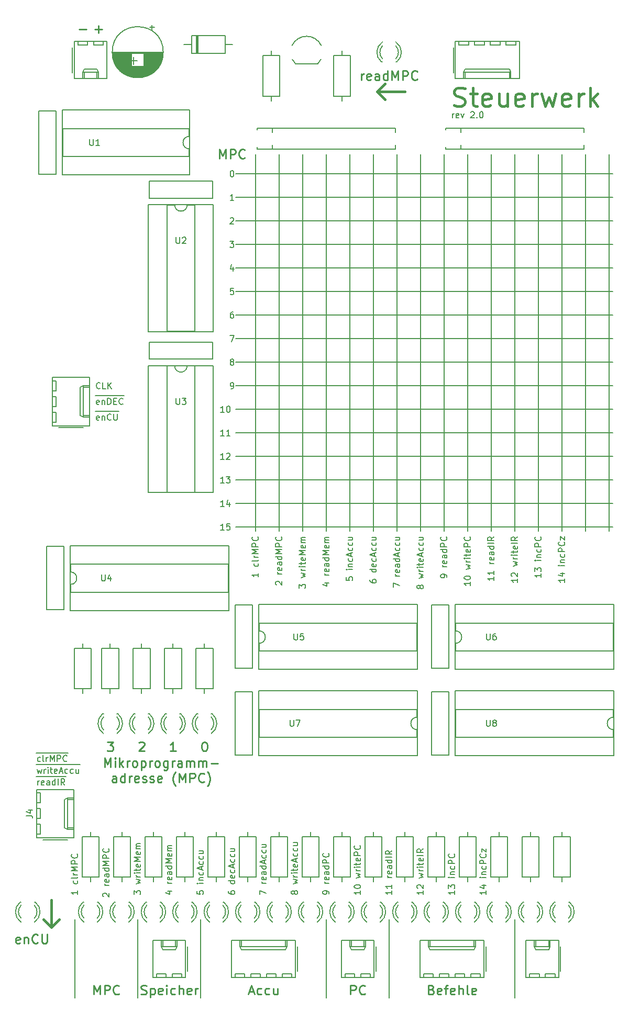
<source format=gbr>
G04 #@! TF.GenerationSoftware,KiCad,Pcbnew,(5.1.7)-1*
G04 #@! TF.CreationDate,2020-11-15T10:49:11+01:00*
G04 #@! TF.ProjectId,Steuerwerk,53746575-6572-4776-9572-6b2e6b696361,rev?*
G04 #@! TF.SameCoordinates,Original*
G04 #@! TF.FileFunction,Legend,Top*
G04 #@! TF.FilePolarity,Positive*
%FSLAX46Y46*%
G04 Gerber Fmt 4.6, Leading zero omitted, Abs format (unit mm)*
G04 Created by KiCad (PCBNEW (5.1.7)-1) date 2020-11-15 10:49:11*
%MOMM*%
%LPD*%
G01*
G04 APERTURE LIST*
%ADD10C,0.170000*%
%ADD11C,0.400000*%
%ADD12C,0.250000*%
G04 APERTURE END LIST*
D10*
X113153619Y-49308378D02*
X113153619Y-48641712D01*
X113153619Y-48832188D02*
X113201238Y-48736950D01*
X113248857Y-48689331D01*
X113344095Y-48641712D01*
X113439333Y-48641712D01*
X114153619Y-49260759D02*
X114058380Y-49308378D01*
X113867904Y-49308378D01*
X113772666Y-49260759D01*
X113725047Y-49165521D01*
X113725047Y-48784569D01*
X113772666Y-48689331D01*
X113867904Y-48641712D01*
X114058380Y-48641712D01*
X114153619Y-48689331D01*
X114201238Y-48784569D01*
X114201238Y-48879807D01*
X113725047Y-48975045D01*
X114534571Y-48641712D02*
X114772666Y-49308378D01*
X115010761Y-48641712D01*
X116106000Y-48403617D02*
X116153619Y-48355998D01*
X116248857Y-48308378D01*
X116486952Y-48308378D01*
X116582190Y-48355998D01*
X116629809Y-48403617D01*
X116677428Y-48498855D01*
X116677428Y-48594093D01*
X116629809Y-48736950D01*
X116058380Y-49308378D01*
X116677428Y-49308378D01*
X117106000Y-49213140D02*
X117153619Y-49260759D01*
X117106000Y-49308378D01*
X117058380Y-49260759D01*
X117106000Y-49213140D01*
X117106000Y-49308378D01*
X117772666Y-48308378D02*
X117867904Y-48308378D01*
X117963142Y-48355998D01*
X118010761Y-48403617D01*
X118058380Y-48498855D01*
X118106000Y-48689331D01*
X118106000Y-48927426D01*
X118058380Y-49117902D01*
X118010761Y-49213140D01*
X117963142Y-49260759D01*
X117867904Y-49308378D01*
X117772666Y-49308378D01*
X117677428Y-49260759D01*
X117629809Y-49213140D01*
X117582190Y-49117902D01*
X117534571Y-48927426D01*
X117534571Y-48689331D01*
X117582190Y-48498855D01*
X117629809Y-48403617D01*
X117677428Y-48355998D01*
X117772666Y-48308378D01*
D11*
X101001000Y-45045998D02*
X102271000Y-46315998D01*
X102271000Y-43775998D02*
X101001000Y-45045998D01*
X105446000Y-45045998D02*
X101001000Y-45045998D01*
D12*
X98441714Y-43184569D02*
X98441714Y-42184569D01*
X98441714Y-42470283D02*
X98513142Y-42327426D01*
X98584571Y-42255998D01*
X98727428Y-42184569D01*
X98870285Y-42184569D01*
X99941714Y-43113140D02*
X99798857Y-43184569D01*
X99513142Y-43184569D01*
X99370285Y-43113140D01*
X99298857Y-42970283D01*
X99298857Y-42398855D01*
X99370285Y-42255998D01*
X99513142Y-42184569D01*
X99798857Y-42184569D01*
X99941714Y-42255998D01*
X100013142Y-42398855D01*
X100013142Y-42541712D01*
X99298857Y-42684569D01*
X101298857Y-43184569D02*
X101298857Y-42398855D01*
X101227428Y-42255998D01*
X101084571Y-42184569D01*
X100798857Y-42184569D01*
X100656000Y-42255998D01*
X101298857Y-43113140D02*
X101156000Y-43184569D01*
X100798857Y-43184569D01*
X100656000Y-43113140D01*
X100584571Y-42970283D01*
X100584571Y-42827426D01*
X100656000Y-42684569D01*
X100798857Y-42613140D01*
X101156000Y-42613140D01*
X101298857Y-42541712D01*
X102656000Y-43184569D02*
X102656000Y-41684569D01*
X102656000Y-43113140D02*
X102513142Y-43184569D01*
X102227428Y-43184569D01*
X102084571Y-43113140D01*
X102013142Y-43041712D01*
X101941714Y-42898855D01*
X101941714Y-42470283D01*
X102013142Y-42327426D01*
X102084571Y-42255998D01*
X102227428Y-42184569D01*
X102513142Y-42184569D01*
X102656000Y-42255998D01*
X103370285Y-43184569D02*
X103370285Y-41684569D01*
X103870285Y-42755998D01*
X104370285Y-41684569D01*
X104370285Y-43184569D01*
X105084571Y-43184569D02*
X105084571Y-41684569D01*
X105656000Y-41684569D01*
X105798857Y-41755998D01*
X105870285Y-41827426D01*
X105941714Y-41970283D01*
X105941714Y-42184569D01*
X105870285Y-42327426D01*
X105798857Y-42398855D01*
X105656000Y-42470283D01*
X105084571Y-42470283D01*
X107441714Y-43041712D02*
X107370285Y-43113140D01*
X107156000Y-43184569D01*
X107013142Y-43184569D01*
X106798857Y-43113140D01*
X106656000Y-42970283D01*
X106584571Y-42827426D01*
X106513142Y-42541712D01*
X106513142Y-42327426D01*
X106584571Y-42041712D01*
X106656000Y-41898855D01*
X106798857Y-41755998D01*
X107013142Y-41684569D01*
X107156000Y-41684569D01*
X107370285Y-41755998D01*
X107441714Y-41827426D01*
D11*
X48296000Y-180300998D02*
X49566000Y-179030998D01*
X48296000Y-180300998D02*
X47026000Y-179030998D01*
X48296000Y-175855998D02*
X48296000Y-180300998D01*
D12*
X57321000Y-150269569D02*
X58249571Y-150269569D01*
X57749571Y-150840998D01*
X57963857Y-150840998D01*
X58106714Y-150912426D01*
X58178142Y-150983855D01*
X58249571Y-151126712D01*
X58249571Y-151483855D01*
X58178142Y-151626712D01*
X58106714Y-151698140D01*
X57963857Y-151769569D01*
X57535285Y-151769569D01*
X57392428Y-151698140D01*
X57321000Y-151626712D01*
X62472428Y-150412426D02*
X62543857Y-150340998D01*
X62686714Y-150269569D01*
X63043857Y-150269569D01*
X63186714Y-150340998D01*
X63258142Y-150412426D01*
X63329571Y-150555283D01*
X63329571Y-150698140D01*
X63258142Y-150912426D01*
X62401000Y-151769569D01*
X63329571Y-151769569D01*
X68409571Y-151769569D02*
X67552428Y-151769569D01*
X67981000Y-151769569D02*
X67981000Y-150269569D01*
X67838142Y-150483855D01*
X67695285Y-150626712D01*
X67552428Y-150698140D01*
X72989571Y-150269569D02*
X73132428Y-150269569D01*
X73275285Y-150340998D01*
X73346714Y-150412426D01*
X73418142Y-150555283D01*
X73489571Y-150840998D01*
X73489571Y-151198140D01*
X73418142Y-151483855D01*
X73346714Y-151626712D01*
X73275285Y-151698140D01*
X73132428Y-151769569D01*
X72989571Y-151769569D01*
X72846714Y-151698140D01*
X72775285Y-151626712D01*
X72703857Y-151483855D01*
X72632428Y-151198140D01*
X72632428Y-150840998D01*
X72703857Y-150555283D01*
X72775285Y-150412426D01*
X72846714Y-150340998D01*
X72989571Y-150269569D01*
X43192428Y-182813140D02*
X43049571Y-182884569D01*
X42763857Y-182884569D01*
X42621000Y-182813140D01*
X42549571Y-182670283D01*
X42549571Y-182098855D01*
X42621000Y-181955998D01*
X42763857Y-181884569D01*
X43049571Y-181884569D01*
X43192428Y-181955998D01*
X43263857Y-182098855D01*
X43263857Y-182241712D01*
X42549571Y-182384569D01*
X43906714Y-181884569D02*
X43906714Y-182884569D01*
X43906714Y-182027426D02*
X43978142Y-181955998D01*
X44121000Y-181884569D01*
X44335285Y-181884569D01*
X44478142Y-181955998D01*
X44549571Y-182098855D01*
X44549571Y-182884569D01*
X46121000Y-182741712D02*
X46049571Y-182813140D01*
X45835285Y-182884569D01*
X45692428Y-182884569D01*
X45478142Y-182813140D01*
X45335285Y-182670283D01*
X45263857Y-182527426D01*
X45192428Y-182241712D01*
X45192428Y-182027426D01*
X45263857Y-181741712D01*
X45335285Y-181598855D01*
X45478142Y-181455998D01*
X45692428Y-181384569D01*
X45835285Y-181384569D01*
X46049571Y-181455998D01*
X46121000Y-181527426D01*
X46763857Y-181384569D02*
X46763857Y-182598855D01*
X46835285Y-182741712D01*
X46906714Y-182813140D01*
X47049571Y-182884569D01*
X47335285Y-182884569D01*
X47478142Y-182813140D01*
X47549571Y-182741712D01*
X47621000Y-182598855D01*
X47621000Y-181384569D01*
X75506000Y-55884569D02*
X75506000Y-54384569D01*
X76006000Y-55455998D01*
X76506000Y-54384569D01*
X76506000Y-55884569D01*
X77220285Y-55884569D02*
X77220285Y-54384569D01*
X77791714Y-54384569D01*
X77934571Y-54455998D01*
X78006000Y-54527426D01*
X78077428Y-54670283D01*
X78077428Y-54884569D01*
X78006000Y-55027426D01*
X77934571Y-55098855D01*
X77791714Y-55170283D01*
X77220285Y-55170283D01*
X79577428Y-55741712D02*
X79506000Y-55813140D01*
X79291714Y-55884569D01*
X79148857Y-55884569D01*
X78934571Y-55813140D01*
X78791714Y-55670283D01*
X78720285Y-55527426D01*
X78648857Y-55241712D01*
X78648857Y-55027426D01*
X78720285Y-54741712D01*
X78791714Y-54598855D01*
X78934571Y-54455998D01*
X79148857Y-54384569D01*
X79291714Y-54384569D01*
X79506000Y-54455998D01*
X79577428Y-54527426D01*
D10*
X76252642Y-115983378D02*
X75681214Y-115983378D01*
X75966928Y-115983378D02*
X75966928Y-114983378D01*
X75871690Y-115126236D01*
X75776452Y-115221474D01*
X75681214Y-115269093D01*
X77157404Y-114983378D02*
X76681214Y-114983378D01*
X76633595Y-115459569D01*
X76681214Y-115411950D01*
X76776452Y-115364331D01*
X77014547Y-115364331D01*
X77109785Y-115411950D01*
X77157404Y-115459569D01*
X77205023Y-115554807D01*
X77205023Y-115792902D01*
X77157404Y-115888140D01*
X77109785Y-115935759D01*
X77014547Y-115983378D01*
X76776452Y-115983378D01*
X76681214Y-115935759D01*
X76633595Y-115888140D01*
X52106000Y-179030998D02*
X52106000Y-191730998D01*
D12*
X56897428Y-154329569D02*
X56897428Y-152829569D01*
X57397428Y-153900998D01*
X57897428Y-152829569D01*
X57897428Y-154329569D01*
X58611714Y-154329569D02*
X58611714Y-153329569D01*
X58611714Y-152829569D02*
X58540285Y-152900998D01*
X58611714Y-152972426D01*
X58683142Y-152900998D01*
X58611714Y-152829569D01*
X58611714Y-152972426D01*
X59326000Y-154329569D02*
X59326000Y-152829569D01*
X59468857Y-153758140D02*
X59897428Y-154329569D01*
X59897428Y-153329569D02*
X59326000Y-153900998D01*
X60540285Y-154329569D02*
X60540285Y-153329569D01*
X60540285Y-153615283D02*
X60611714Y-153472426D01*
X60683142Y-153400998D01*
X60826000Y-153329569D01*
X60968857Y-153329569D01*
X61683142Y-154329569D02*
X61540285Y-154258140D01*
X61468857Y-154186712D01*
X61397428Y-154043855D01*
X61397428Y-153615283D01*
X61468857Y-153472426D01*
X61540285Y-153400998D01*
X61683142Y-153329569D01*
X61897428Y-153329569D01*
X62040285Y-153400998D01*
X62111714Y-153472426D01*
X62183142Y-153615283D01*
X62183142Y-154043855D01*
X62111714Y-154186712D01*
X62040285Y-154258140D01*
X61897428Y-154329569D01*
X61683142Y-154329569D01*
X62826000Y-153329569D02*
X62826000Y-154829569D01*
X62826000Y-153400998D02*
X62968857Y-153329569D01*
X63254571Y-153329569D01*
X63397428Y-153400998D01*
X63468857Y-153472426D01*
X63540285Y-153615283D01*
X63540285Y-154043855D01*
X63468857Y-154186712D01*
X63397428Y-154258140D01*
X63254571Y-154329569D01*
X62968857Y-154329569D01*
X62826000Y-154258140D01*
X64183142Y-154329569D02*
X64183142Y-153329569D01*
X64183142Y-153615283D02*
X64254571Y-153472426D01*
X64326000Y-153400998D01*
X64468857Y-153329569D01*
X64611714Y-153329569D01*
X65326000Y-154329569D02*
X65183142Y-154258140D01*
X65111714Y-154186712D01*
X65040285Y-154043855D01*
X65040285Y-153615283D01*
X65111714Y-153472426D01*
X65183142Y-153400998D01*
X65326000Y-153329569D01*
X65540285Y-153329569D01*
X65683142Y-153400998D01*
X65754571Y-153472426D01*
X65826000Y-153615283D01*
X65826000Y-154043855D01*
X65754571Y-154186712D01*
X65683142Y-154258140D01*
X65540285Y-154329569D01*
X65326000Y-154329569D01*
X67111714Y-153329569D02*
X67111714Y-154543855D01*
X67040285Y-154686712D01*
X66968857Y-154758140D01*
X66826000Y-154829569D01*
X66611714Y-154829569D01*
X66468857Y-154758140D01*
X67111714Y-154258140D02*
X66968857Y-154329569D01*
X66683142Y-154329569D01*
X66540285Y-154258140D01*
X66468857Y-154186712D01*
X66397428Y-154043855D01*
X66397428Y-153615283D01*
X66468857Y-153472426D01*
X66540285Y-153400998D01*
X66683142Y-153329569D01*
X66968857Y-153329569D01*
X67111714Y-153400998D01*
X67826000Y-154329569D02*
X67826000Y-153329569D01*
X67826000Y-153615283D02*
X67897428Y-153472426D01*
X67968857Y-153400998D01*
X68111714Y-153329569D01*
X68254571Y-153329569D01*
X69397428Y-154329569D02*
X69397428Y-153543855D01*
X69326000Y-153400998D01*
X69183142Y-153329569D01*
X68897428Y-153329569D01*
X68754571Y-153400998D01*
X69397428Y-154258140D02*
X69254571Y-154329569D01*
X68897428Y-154329569D01*
X68754571Y-154258140D01*
X68683142Y-154115283D01*
X68683142Y-153972426D01*
X68754571Y-153829569D01*
X68897428Y-153758140D01*
X69254571Y-153758140D01*
X69397428Y-153686712D01*
X70111714Y-154329569D02*
X70111714Y-153329569D01*
X70111714Y-153472426D02*
X70183142Y-153400998D01*
X70326000Y-153329569D01*
X70540285Y-153329569D01*
X70683142Y-153400998D01*
X70754571Y-153543855D01*
X70754571Y-154329569D01*
X70754571Y-153543855D02*
X70826000Y-153400998D01*
X70968857Y-153329569D01*
X71183142Y-153329569D01*
X71326000Y-153400998D01*
X71397428Y-153543855D01*
X71397428Y-154329569D01*
X72111714Y-154329569D02*
X72111714Y-153329569D01*
X72111714Y-153472426D02*
X72183142Y-153400998D01*
X72326000Y-153329569D01*
X72540285Y-153329569D01*
X72683142Y-153400998D01*
X72754571Y-153543855D01*
X72754571Y-154329569D01*
X72754571Y-153543855D02*
X72826000Y-153400998D01*
X72968857Y-153329569D01*
X73183142Y-153329569D01*
X73326000Y-153400998D01*
X73397428Y-153543855D01*
X73397428Y-154329569D01*
X74111714Y-153758140D02*
X75254571Y-153758140D01*
X58826000Y-156829569D02*
X58826000Y-156043855D01*
X58754571Y-155900998D01*
X58611714Y-155829569D01*
X58326000Y-155829569D01*
X58183142Y-155900998D01*
X58826000Y-156758140D02*
X58683142Y-156829569D01*
X58326000Y-156829569D01*
X58183142Y-156758140D01*
X58111714Y-156615283D01*
X58111714Y-156472426D01*
X58183142Y-156329569D01*
X58326000Y-156258140D01*
X58683142Y-156258140D01*
X58826000Y-156186712D01*
X60183142Y-156829569D02*
X60183142Y-155329569D01*
X60183142Y-156758140D02*
X60040285Y-156829569D01*
X59754571Y-156829569D01*
X59611714Y-156758140D01*
X59540285Y-156686712D01*
X59468857Y-156543855D01*
X59468857Y-156115283D01*
X59540285Y-155972426D01*
X59611714Y-155900998D01*
X59754571Y-155829569D01*
X60040285Y-155829569D01*
X60183142Y-155900998D01*
X60897428Y-156829569D02*
X60897428Y-155829569D01*
X60897428Y-156115283D02*
X60968857Y-155972426D01*
X61040285Y-155900998D01*
X61183142Y-155829569D01*
X61326000Y-155829569D01*
X62397428Y-156758140D02*
X62254571Y-156829569D01*
X61968857Y-156829569D01*
X61826000Y-156758140D01*
X61754571Y-156615283D01*
X61754571Y-156043855D01*
X61826000Y-155900998D01*
X61968857Y-155829569D01*
X62254571Y-155829569D01*
X62397428Y-155900998D01*
X62468857Y-156043855D01*
X62468857Y-156186712D01*
X61754571Y-156329569D01*
X63040285Y-156758140D02*
X63183142Y-156829569D01*
X63468857Y-156829569D01*
X63611714Y-156758140D01*
X63683142Y-156615283D01*
X63683142Y-156543855D01*
X63611714Y-156400998D01*
X63468857Y-156329569D01*
X63254571Y-156329569D01*
X63111714Y-156258140D01*
X63040285Y-156115283D01*
X63040285Y-156043855D01*
X63111714Y-155900998D01*
X63254571Y-155829569D01*
X63468857Y-155829569D01*
X63611714Y-155900998D01*
X64254571Y-156758140D02*
X64397428Y-156829569D01*
X64683142Y-156829569D01*
X64826000Y-156758140D01*
X64897428Y-156615283D01*
X64897428Y-156543855D01*
X64826000Y-156400998D01*
X64683142Y-156329569D01*
X64468857Y-156329569D01*
X64326000Y-156258140D01*
X64254571Y-156115283D01*
X64254571Y-156043855D01*
X64326000Y-155900998D01*
X64468857Y-155829569D01*
X64683142Y-155829569D01*
X64826000Y-155900998D01*
X66111714Y-156758140D02*
X65968857Y-156829569D01*
X65683142Y-156829569D01*
X65540285Y-156758140D01*
X65468857Y-156615283D01*
X65468857Y-156043855D01*
X65540285Y-155900998D01*
X65683142Y-155829569D01*
X65968857Y-155829569D01*
X66111714Y-155900998D01*
X66183142Y-156043855D01*
X66183142Y-156186712D01*
X65468857Y-156329569D01*
X68397428Y-157400998D02*
X68326000Y-157329569D01*
X68183142Y-157115283D01*
X68111714Y-156972426D01*
X68040285Y-156758140D01*
X67968857Y-156400998D01*
X67968857Y-156115283D01*
X68040285Y-155758140D01*
X68111714Y-155543855D01*
X68183142Y-155400998D01*
X68326000Y-155186712D01*
X68397428Y-155115283D01*
X68968857Y-156829569D02*
X68968857Y-155329569D01*
X69468857Y-156400998D01*
X69968857Y-155329569D01*
X69968857Y-156829569D01*
X70683142Y-156829569D02*
X70683142Y-155329569D01*
X71254571Y-155329569D01*
X71397428Y-155400998D01*
X71468857Y-155472426D01*
X71540285Y-155615283D01*
X71540285Y-155829569D01*
X71468857Y-155972426D01*
X71397428Y-156043855D01*
X71254571Y-156115283D01*
X70683142Y-156115283D01*
X73040285Y-156686712D02*
X72968857Y-156758140D01*
X72754571Y-156829569D01*
X72611714Y-156829569D01*
X72397428Y-156758140D01*
X72254571Y-156615283D01*
X72183142Y-156472426D01*
X72111714Y-156186712D01*
X72111714Y-155972426D01*
X72183142Y-155686712D01*
X72254571Y-155543855D01*
X72397428Y-155400998D01*
X72611714Y-155329569D01*
X72754571Y-155329569D01*
X72968857Y-155400998D01*
X73040285Y-155472426D01*
X73540285Y-157400998D02*
X73611714Y-157329569D01*
X73754571Y-157115283D01*
X73826000Y-156972426D01*
X73897428Y-156758140D01*
X73968857Y-156400998D01*
X73968857Y-156115283D01*
X73897428Y-155758140D01*
X73826000Y-155543855D01*
X73754571Y-155400998D01*
X73611714Y-155186712D01*
X73540285Y-155115283D01*
D10*
X76252642Y-112173378D02*
X75681214Y-112173378D01*
X75966928Y-112173378D02*
X75966928Y-111173378D01*
X75871690Y-111316236D01*
X75776452Y-111411474D01*
X75681214Y-111459093D01*
X77109785Y-111506712D02*
X77109785Y-112173378D01*
X76871690Y-111125759D02*
X76633595Y-111840045D01*
X77252642Y-111840045D01*
X76252642Y-108363378D02*
X75681214Y-108363378D01*
X75966928Y-108363378D02*
X75966928Y-107363378D01*
X75871690Y-107506236D01*
X75776452Y-107601474D01*
X75681214Y-107649093D01*
X76585976Y-107363378D02*
X77205023Y-107363378D01*
X76871690Y-107744331D01*
X77014547Y-107744331D01*
X77109785Y-107791950D01*
X77157404Y-107839569D01*
X77205023Y-107934807D01*
X77205023Y-108172902D01*
X77157404Y-108268140D01*
X77109785Y-108315759D01*
X77014547Y-108363378D01*
X76728833Y-108363378D01*
X76633595Y-108315759D01*
X76585976Y-108268140D01*
X76252642Y-104553378D02*
X75681214Y-104553378D01*
X75966928Y-104553378D02*
X75966928Y-103553378D01*
X75871690Y-103696236D01*
X75776452Y-103791474D01*
X75681214Y-103839093D01*
X76633595Y-103648617D02*
X76681214Y-103600998D01*
X76776452Y-103553378D01*
X77014547Y-103553378D01*
X77109785Y-103600998D01*
X77157404Y-103648617D01*
X77205023Y-103743855D01*
X77205023Y-103839093D01*
X77157404Y-103981950D01*
X76585976Y-104553378D01*
X77205023Y-104553378D01*
X76252642Y-100743378D02*
X75681214Y-100743378D01*
X75966928Y-100743378D02*
X75966928Y-99743378D01*
X75871690Y-99886236D01*
X75776452Y-99981474D01*
X75681214Y-100029093D01*
X77205023Y-100743378D02*
X76633595Y-100743378D01*
X76919309Y-100743378D02*
X76919309Y-99743378D01*
X76824071Y-99886236D01*
X76728833Y-99981474D01*
X76633595Y-100029093D01*
X76252642Y-96933378D02*
X75681214Y-96933378D01*
X75966928Y-96933378D02*
X75966928Y-95933378D01*
X75871690Y-96076236D01*
X75776452Y-96171474D01*
X75681214Y-96219093D01*
X76871690Y-95933378D02*
X76966928Y-95933378D01*
X77062166Y-95980998D01*
X77109785Y-96028617D01*
X77157404Y-96123855D01*
X77205023Y-96314331D01*
X77205023Y-96552426D01*
X77157404Y-96742902D01*
X77109785Y-96838140D01*
X77062166Y-96885759D01*
X76966928Y-96933378D01*
X76871690Y-96933378D01*
X76776452Y-96885759D01*
X76728833Y-96838140D01*
X76681214Y-96742902D01*
X76633595Y-96552426D01*
X76633595Y-96314331D01*
X76681214Y-96123855D01*
X76728833Y-96028617D01*
X76776452Y-95980998D01*
X76871690Y-95933378D01*
X77315523Y-93123378D02*
X77506000Y-93123378D01*
X77601238Y-93075759D01*
X77648857Y-93028140D01*
X77744095Y-92885283D01*
X77791714Y-92694807D01*
X77791714Y-92313855D01*
X77744095Y-92218617D01*
X77696476Y-92170998D01*
X77601238Y-92123378D01*
X77410761Y-92123378D01*
X77315523Y-92170998D01*
X77267904Y-92218617D01*
X77220285Y-92313855D01*
X77220285Y-92551950D01*
X77267904Y-92647188D01*
X77315523Y-92694807D01*
X77410761Y-92742426D01*
X77601238Y-92742426D01*
X77696476Y-92694807D01*
X77744095Y-92647188D01*
X77791714Y-92551950D01*
X77410761Y-88741950D02*
X77315523Y-88694331D01*
X77267904Y-88646712D01*
X77220285Y-88551474D01*
X77220285Y-88503855D01*
X77267904Y-88408617D01*
X77315523Y-88360998D01*
X77410761Y-88313378D01*
X77601238Y-88313378D01*
X77696476Y-88360998D01*
X77744095Y-88408617D01*
X77791714Y-88503855D01*
X77791714Y-88551474D01*
X77744095Y-88646712D01*
X77696476Y-88694331D01*
X77601238Y-88741950D01*
X77410761Y-88741950D01*
X77315523Y-88789569D01*
X77267904Y-88837188D01*
X77220285Y-88932426D01*
X77220285Y-89122902D01*
X77267904Y-89218140D01*
X77315523Y-89265759D01*
X77410761Y-89313378D01*
X77601238Y-89313378D01*
X77696476Y-89265759D01*
X77744095Y-89218140D01*
X77791714Y-89122902D01*
X77791714Y-88932426D01*
X77744095Y-88837188D01*
X77696476Y-88789569D01*
X77601238Y-88741950D01*
X77172666Y-84503378D02*
X77839333Y-84503378D01*
X77410761Y-85503378D01*
X77696476Y-80693378D02*
X77506000Y-80693378D01*
X77410761Y-80740998D01*
X77363142Y-80788617D01*
X77267904Y-80931474D01*
X77220285Y-81121950D01*
X77220285Y-81502902D01*
X77267904Y-81598140D01*
X77315523Y-81645759D01*
X77410761Y-81693378D01*
X77601238Y-81693378D01*
X77696476Y-81645759D01*
X77744095Y-81598140D01*
X77791714Y-81502902D01*
X77791714Y-81264807D01*
X77744095Y-81169569D01*
X77696476Y-81121950D01*
X77601238Y-81074331D01*
X77410761Y-81074331D01*
X77315523Y-81121950D01*
X77267904Y-81169569D01*
X77220285Y-81264807D01*
X77744095Y-76883378D02*
X77267904Y-76883378D01*
X77220285Y-77359569D01*
X77267904Y-77311950D01*
X77363142Y-77264331D01*
X77601238Y-77264331D01*
X77696476Y-77311950D01*
X77744095Y-77359569D01*
X77791714Y-77454807D01*
X77791714Y-77692902D01*
X77744095Y-77788140D01*
X77696476Y-77835759D01*
X77601238Y-77883378D01*
X77363142Y-77883378D01*
X77267904Y-77835759D01*
X77220285Y-77788140D01*
X77696476Y-73406712D02*
X77696476Y-74073378D01*
X77458380Y-73025759D02*
X77220285Y-73740045D01*
X77839333Y-73740045D01*
X77172666Y-69263378D02*
X77791714Y-69263378D01*
X77458380Y-69644331D01*
X77601238Y-69644331D01*
X77696476Y-69691950D01*
X77744095Y-69739569D01*
X77791714Y-69834807D01*
X77791714Y-70072902D01*
X77744095Y-70168140D01*
X77696476Y-70215759D01*
X77601238Y-70263378D01*
X77315523Y-70263378D01*
X77220285Y-70215759D01*
X77172666Y-70168140D01*
X77220285Y-65548617D02*
X77267904Y-65500998D01*
X77363142Y-65453378D01*
X77601238Y-65453378D01*
X77696476Y-65500998D01*
X77744095Y-65548617D01*
X77791714Y-65643855D01*
X77791714Y-65739093D01*
X77744095Y-65881950D01*
X77172666Y-66453378D01*
X77791714Y-66453378D01*
X77791714Y-62643378D02*
X77220285Y-62643378D01*
X77506000Y-62643378D02*
X77506000Y-61643378D01*
X77410761Y-61786236D01*
X77315523Y-61881474D01*
X77220285Y-61929093D01*
X77458380Y-57833378D02*
X77553619Y-57833378D01*
X77648857Y-57880998D01*
X77696476Y-57928617D01*
X77744095Y-58023855D01*
X77791714Y-58214331D01*
X77791714Y-58452426D01*
X77744095Y-58642902D01*
X77696476Y-58738140D01*
X77648857Y-58785759D01*
X77553619Y-58833378D01*
X77458380Y-58833378D01*
X77363142Y-58785759D01*
X77315523Y-58738140D01*
X77267904Y-58642902D01*
X77220285Y-58452426D01*
X77220285Y-58214331D01*
X77267904Y-58023855D01*
X77315523Y-57928617D01*
X77363142Y-57880998D01*
X77458380Y-57833378D01*
X131298380Y-123863878D02*
X131298380Y-124435307D01*
X131298380Y-124149593D02*
X130298380Y-124149593D01*
X130441238Y-124244831D01*
X130536476Y-124340069D01*
X130584095Y-124435307D01*
X130631714Y-123006736D02*
X131298380Y-123006736D01*
X130250761Y-123244831D02*
X130965047Y-123482926D01*
X130965047Y-122863878D01*
X131298380Y-121721021D02*
X130631714Y-121721021D01*
X130298380Y-121721021D02*
X130346000Y-121768640D01*
X130393619Y-121721021D01*
X130346000Y-121673402D01*
X130298380Y-121721021D01*
X130393619Y-121721021D01*
X130631714Y-121244831D02*
X131298380Y-121244831D01*
X130726952Y-121244831D02*
X130679333Y-121197212D01*
X130631714Y-121101974D01*
X130631714Y-120959117D01*
X130679333Y-120863878D01*
X130774571Y-120816259D01*
X131298380Y-120816259D01*
X131250761Y-119911498D02*
X131298380Y-120006736D01*
X131298380Y-120197212D01*
X131250761Y-120292450D01*
X131203142Y-120340069D01*
X131107904Y-120387688D01*
X130822190Y-120387688D01*
X130726952Y-120340069D01*
X130679333Y-120292450D01*
X130631714Y-120197212D01*
X130631714Y-120006736D01*
X130679333Y-119911498D01*
X131298380Y-119482926D02*
X130298380Y-119482926D01*
X130298380Y-119101974D01*
X130346000Y-119006736D01*
X130393619Y-118959117D01*
X130488857Y-118911498D01*
X130631714Y-118911498D01*
X130726952Y-118959117D01*
X130774571Y-119006736D01*
X130822190Y-119101974D01*
X130822190Y-119482926D01*
X131203142Y-117911498D02*
X131250761Y-117959117D01*
X131298380Y-118101974D01*
X131298380Y-118197212D01*
X131250761Y-118340069D01*
X131155523Y-118435307D01*
X131060285Y-118482926D01*
X130869809Y-118530545D01*
X130726952Y-118530545D01*
X130536476Y-118482926D01*
X130441238Y-118435307D01*
X130346000Y-118340069D01*
X130298380Y-118197212D01*
X130298380Y-118101974D01*
X130346000Y-117959117D01*
X130393619Y-117911498D01*
X130631714Y-117578164D02*
X130631714Y-117054355D01*
X131298380Y-117578164D01*
X131298380Y-117054355D01*
X127488380Y-123054355D02*
X127488380Y-123625783D01*
X127488380Y-123340069D02*
X126488380Y-123340069D01*
X126631238Y-123435307D01*
X126726476Y-123530545D01*
X126774095Y-123625783D01*
X126488380Y-122721021D02*
X126488380Y-122101974D01*
X126869333Y-122435307D01*
X126869333Y-122292450D01*
X126916952Y-122197212D01*
X126964571Y-122149593D01*
X127059809Y-122101974D01*
X127297904Y-122101974D01*
X127393142Y-122149593D01*
X127440761Y-122197212D01*
X127488380Y-122292450D01*
X127488380Y-122578164D01*
X127440761Y-122673402D01*
X127393142Y-122721021D01*
X127488380Y-120911498D02*
X126821714Y-120911498D01*
X126488380Y-120911498D02*
X126536000Y-120959117D01*
X126583619Y-120911498D01*
X126536000Y-120863878D01*
X126488380Y-120911498D01*
X126583619Y-120911498D01*
X126821714Y-120435307D02*
X127488380Y-120435307D01*
X126916952Y-120435307D02*
X126869333Y-120387688D01*
X126821714Y-120292450D01*
X126821714Y-120149593D01*
X126869333Y-120054355D01*
X126964571Y-120006736D01*
X127488380Y-120006736D01*
X127440761Y-119101974D02*
X127488380Y-119197212D01*
X127488380Y-119387688D01*
X127440761Y-119482926D01*
X127393142Y-119530545D01*
X127297904Y-119578164D01*
X127012190Y-119578164D01*
X126916952Y-119530545D01*
X126869333Y-119482926D01*
X126821714Y-119387688D01*
X126821714Y-119197212D01*
X126869333Y-119101974D01*
X127488380Y-118673402D02*
X126488380Y-118673402D01*
X126488380Y-118292450D01*
X126536000Y-118197212D01*
X126583619Y-118149593D01*
X126678857Y-118101974D01*
X126821714Y-118101974D01*
X126916952Y-118149593D01*
X126964571Y-118197212D01*
X127012190Y-118292450D01*
X127012190Y-118673402D01*
X127393142Y-117101974D02*
X127440761Y-117149593D01*
X127488380Y-117292450D01*
X127488380Y-117387688D01*
X127440761Y-117530545D01*
X127345523Y-117625783D01*
X127250285Y-117673402D01*
X127059809Y-117721021D01*
X126916952Y-117721021D01*
X126726476Y-117673402D01*
X126631238Y-117625783D01*
X126536000Y-117530545D01*
X126488380Y-117387688D01*
X126488380Y-117292450D01*
X126536000Y-117149593D01*
X126583619Y-117101974D01*
X123678380Y-123863878D02*
X123678380Y-124435307D01*
X123678380Y-124149593D02*
X122678380Y-124149593D01*
X122821238Y-124244831D01*
X122916476Y-124340069D01*
X122964095Y-124435307D01*
X122773619Y-123482926D02*
X122726000Y-123435307D01*
X122678380Y-123340069D01*
X122678380Y-123101974D01*
X122726000Y-123006736D01*
X122773619Y-122959117D01*
X122868857Y-122911498D01*
X122964095Y-122911498D01*
X123106952Y-122959117D01*
X123678380Y-123530545D01*
X123678380Y-122911498D01*
X123011714Y-121816259D02*
X123678380Y-121625783D01*
X123202190Y-121435307D01*
X123678380Y-121244831D01*
X123011714Y-121054355D01*
X123678380Y-120673402D02*
X123011714Y-120673402D01*
X123202190Y-120673402D02*
X123106952Y-120625783D01*
X123059333Y-120578164D01*
X123011714Y-120482926D01*
X123011714Y-120387688D01*
X123678380Y-120054355D02*
X123011714Y-120054355D01*
X122678380Y-120054355D02*
X122726000Y-120101974D01*
X122773619Y-120054355D01*
X122726000Y-120006736D01*
X122678380Y-120054355D01*
X122773619Y-120054355D01*
X123011714Y-119721021D02*
X123011714Y-119340069D01*
X122678380Y-119578164D02*
X123535523Y-119578164D01*
X123630761Y-119530545D01*
X123678380Y-119435307D01*
X123678380Y-119340069D01*
X123630761Y-118625783D02*
X123678380Y-118721021D01*
X123678380Y-118911498D01*
X123630761Y-119006736D01*
X123535523Y-119054355D01*
X123154571Y-119054355D01*
X123059333Y-119006736D01*
X123011714Y-118911498D01*
X123011714Y-118721021D01*
X123059333Y-118625783D01*
X123154571Y-118578164D01*
X123249809Y-118578164D01*
X123345047Y-119054355D01*
X123678380Y-118149593D02*
X122678380Y-118149593D01*
X123678380Y-117101974D02*
X123202190Y-117435307D01*
X123678380Y-117673402D02*
X122678380Y-117673402D01*
X122678380Y-117292450D01*
X122726000Y-117197212D01*
X122773619Y-117149593D01*
X122868857Y-117101974D01*
X123011714Y-117101974D01*
X123106952Y-117149593D01*
X123154571Y-117197212D01*
X123202190Y-117292450D01*
X123202190Y-117673402D01*
X119868380Y-123578164D02*
X119868380Y-124149593D01*
X119868380Y-123863878D02*
X118868380Y-123863878D01*
X119011238Y-123959117D01*
X119106476Y-124054355D01*
X119154095Y-124149593D01*
X119868380Y-122625783D02*
X119868380Y-123197212D01*
X119868380Y-122911498D02*
X118868380Y-122911498D01*
X119011238Y-123006736D01*
X119106476Y-123101974D01*
X119154095Y-123197212D01*
X119868380Y-121435307D02*
X119201714Y-121435307D01*
X119392190Y-121435307D02*
X119296952Y-121387688D01*
X119249333Y-121340069D01*
X119201714Y-121244831D01*
X119201714Y-121149593D01*
X119820761Y-120435307D02*
X119868380Y-120530545D01*
X119868380Y-120721021D01*
X119820761Y-120816259D01*
X119725523Y-120863878D01*
X119344571Y-120863878D01*
X119249333Y-120816259D01*
X119201714Y-120721021D01*
X119201714Y-120530545D01*
X119249333Y-120435307D01*
X119344571Y-120387688D01*
X119439809Y-120387688D01*
X119535047Y-120863878D01*
X119868380Y-119530545D02*
X119344571Y-119530545D01*
X119249333Y-119578164D01*
X119201714Y-119673402D01*
X119201714Y-119863878D01*
X119249333Y-119959117D01*
X119820761Y-119530545D02*
X119868380Y-119625783D01*
X119868380Y-119863878D01*
X119820761Y-119959117D01*
X119725523Y-120006736D01*
X119630285Y-120006736D01*
X119535047Y-119959117D01*
X119487428Y-119863878D01*
X119487428Y-119625783D01*
X119439809Y-119530545D01*
X119868380Y-118625783D02*
X118868380Y-118625783D01*
X119820761Y-118625783D02*
X119868380Y-118721021D01*
X119868380Y-118911498D01*
X119820761Y-119006736D01*
X119773142Y-119054355D01*
X119677904Y-119101974D01*
X119392190Y-119101974D01*
X119296952Y-119054355D01*
X119249333Y-119006736D01*
X119201714Y-118911498D01*
X119201714Y-118721021D01*
X119249333Y-118625783D01*
X119868380Y-118149593D02*
X118868380Y-118149593D01*
X119868380Y-117101974D02*
X119392190Y-117435307D01*
X119868380Y-117673402D02*
X118868380Y-117673402D01*
X118868380Y-117292450D01*
X118916000Y-117197212D01*
X118963619Y-117149593D01*
X119058857Y-117101974D01*
X119201714Y-117101974D01*
X119296952Y-117149593D01*
X119344571Y-117197212D01*
X119392190Y-117292450D01*
X119392190Y-117673402D01*
X116058380Y-124387688D02*
X116058380Y-124959117D01*
X116058380Y-124673402D02*
X115058380Y-124673402D01*
X115201238Y-124768640D01*
X115296476Y-124863878D01*
X115344095Y-124959117D01*
X115058380Y-123768640D02*
X115058380Y-123673402D01*
X115106000Y-123578164D01*
X115153619Y-123530545D01*
X115248857Y-123482926D01*
X115439333Y-123435307D01*
X115677428Y-123435307D01*
X115867904Y-123482926D01*
X115963142Y-123530545D01*
X116010761Y-123578164D01*
X116058380Y-123673402D01*
X116058380Y-123768640D01*
X116010761Y-123863878D01*
X115963142Y-123911498D01*
X115867904Y-123959117D01*
X115677428Y-124006736D01*
X115439333Y-124006736D01*
X115248857Y-123959117D01*
X115153619Y-123911498D01*
X115106000Y-123863878D01*
X115058380Y-123768640D01*
X115391714Y-122340069D02*
X116058380Y-122149593D01*
X115582190Y-121959117D01*
X116058380Y-121768640D01*
X115391714Y-121578164D01*
X116058380Y-121197212D02*
X115391714Y-121197212D01*
X115582190Y-121197212D02*
X115486952Y-121149593D01*
X115439333Y-121101974D01*
X115391714Y-121006736D01*
X115391714Y-120911498D01*
X116058380Y-120578164D02*
X115391714Y-120578164D01*
X115058380Y-120578164D02*
X115106000Y-120625783D01*
X115153619Y-120578164D01*
X115106000Y-120530545D01*
X115058380Y-120578164D01*
X115153619Y-120578164D01*
X115391714Y-120244831D02*
X115391714Y-119863878D01*
X115058380Y-120101974D02*
X115915523Y-120101974D01*
X116010761Y-120054355D01*
X116058380Y-119959117D01*
X116058380Y-119863878D01*
X116010761Y-119149593D02*
X116058380Y-119244831D01*
X116058380Y-119435307D01*
X116010761Y-119530545D01*
X115915523Y-119578164D01*
X115534571Y-119578164D01*
X115439333Y-119530545D01*
X115391714Y-119435307D01*
X115391714Y-119244831D01*
X115439333Y-119149593D01*
X115534571Y-119101974D01*
X115629809Y-119101974D01*
X115725047Y-119578164D01*
X116058380Y-118673402D02*
X115058380Y-118673402D01*
X115058380Y-118292450D01*
X115106000Y-118197212D01*
X115153619Y-118149593D01*
X115248857Y-118101974D01*
X115391714Y-118101974D01*
X115486952Y-118149593D01*
X115534571Y-118197212D01*
X115582190Y-118292450D01*
X115582190Y-118673402D01*
X115963142Y-117101974D02*
X116010761Y-117149593D01*
X116058380Y-117292450D01*
X116058380Y-117387688D01*
X116010761Y-117530545D01*
X115915523Y-117625783D01*
X115820285Y-117673402D01*
X115629809Y-117721021D01*
X115486952Y-117721021D01*
X115296476Y-117673402D01*
X115201238Y-117625783D01*
X115106000Y-117530545D01*
X115058380Y-117387688D01*
X115058380Y-117292450D01*
X115106000Y-117149593D01*
X115153619Y-117101974D01*
X112248380Y-123625783D02*
X112248380Y-123435307D01*
X112200761Y-123340069D01*
X112153142Y-123292450D01*
X112010285Y-123197212D01*
X111819809Y-123149593D01*
X111438857Y-123149593D01*
X111343619Y-123197212D01*
X111296000Y-123244831D01*
X111248380Y-123340069D01*
X111248380Y-123530545D01*
X111296000Y-123625783D01*
X111343619Y-123673402D01*
X111438857Y-123721021D01*
X111676952Y-123721021D01*
X111772190Y-123673402D01*
X111819809Y-123625783D01*
X111867428Y-123530545D01*
X111867428Y-123340069D01*
X111819809Y-123244831D01*
X111772190Y-123197212D01*
X111676952Y-123149593D01*
X112248380Y-121959117D02*
X111581714Y-121959117D01*
X111772190Y-121959117D02*
X111676952Y-121911498D01*
X111629333Y-121863878D01*
X111581714Y-121768640D01*
X111581714Y-121673402D01*
X112200761Y-120959117D02*
X112248380Y-121054355D01*
X112248380Y-121244831D01*
X112200761Y-121340069D01*
X112105523Y-121387688D01*
X111724571Y-121387688D01*
X111629333Y-121340069D01*
X111581714Y-121244831D01*
X111581714Y-121054355D01*
X111629333Y-120959117D01*
X111724571Y-120911498D01*
X111819809Y-120911498D01*
X111915047Y-121387688D01*
X112248380Y-120054355D02*
X111724571Y-120054355D01*
X111629333Y-120101974D01*
X111581714Y-120197212D01*
X111581714Y-120387688D01*
X111629333Y-120482926D01*
X112200761Y-120054355D02*
X112248380Y-120149593D01*
X112248380Y-120387688D01*
X112200761Y-120482926D01*
X112105523Y-120530545D01*
X112010285Y-120530545D01*
X111915047Y-120482926D01*
X111867428Y-120387688D01*
X111867428Y-120149593D01*
X111819809Y-120054355D01*
X112248380Y-119149593D02*
X111248380Y-119149593D01*
X112200761Y-119149593D02*
X112248380Y-119244831D01*
X112248380Y-119435307D01*
X112200761Y-119530545D01*
X112153142Y-119578164D01*
X112057904Y-119625783D01*
X111772190Y-119625783D01*
X111676952Y-119578164D01*
X111629333Y-119530545D01*
X111581714Y-119435307D01*
X111581714Y-119244831D01*
X111629333Y-119149593D01*
X112248380Y-118673402D02*
X111248380Y-118673402D01*
X111248380Y-118292450D01*
X111296000Y-118197212D01*
X111343619Y-118149593D01*
X111438857Y-118101974D01*
X111581714Y-118101974D01*
X111676952Y-118149593D01*
X111724571Y-118197212D01*
X111772190Y-118292450D01*
X111772190Y-118673402D01*
X112153142Y-117101974D02*
X112200761Y-117149593D01*
X112248380Y-117292450D01*
X112248380Y-117387688D01*
X112200761Y-117530545D01*
X112105523Y-117625783D01*
X112010285Y-117673402D01*
X111819809Y-117721021D01*
X111676952Y-117721021D01*
X111486476Y-117673402D01*
X111391238Y-117625783D01*
X111296000Y-117530545D01*
X111248380Y-117387688D01*
X111248380Y-117292450D01*
X111296000Y-117149593D01*
X111343619Y-117101974D01*
X107866952Y-125292450D02*
X107819333Y-125387688D01*
X107771714Y-125435307D01*
X107676476Y-125482926D01*
X107628857Y-125482926D01*
X107533619Y-125435307D01*
X107486000Y-125387688D01*
X107438380Y-125292450D01*
X107438380Y-125101974D01*
X107486000Y-125006736D01*
X107533619Y-124959117D01*
X107628857Y-124911498D01*
X107676476Y-124911498D01*
X107771714Y-124959117D01*
X107819333Y-125006736D01*
X107866952Y-125101974D01*
X107866952Y-125292450D01*
X107914571Y-125387688D01*
X107962190Y-125435307D01*
X108057428Y-125482926D01*
X108247904Y-125482926D01*
X108343142Y-125435307D01*
X108390761Y-125387688D01*
X108438380Y-125292450D01*
X108438380Y-125101974D01*
X108390761Y-125006736D01*
X108343142Y-124959117D01*
X108247904Y-124911498D01*
X108057428Y-124911498D01*
X107962190Y-124959117D01*
X107914571Y-125006736D01*
X107866952Y-125101974D01*
X107771714Y-123816259D02*
X108438380Y-123625783D01*
X107962190Y-123435307D01*
X108438380Y-123244831D01*
X107771714Y-123054355D01*
X108438380Y-122673402D02*
X107771714Y-122673402D01*
X107962190Y-122673402D02*
X107866952Y-122625783D01*
X107819333Y-122578164D01*
X107771714Y-122482926D01*
X107771714Y-122387688D01*
X108438380Y-122054355D02*
X107771714Y-122054355D01*
X107438380Y-122054355D02*
X107486000Y-122101974D01*
X107533619Y-122054355D01*
X107486000Y-122006736D01*
X107438380Y-122054355D01*
X107533619Y-122054355D01*
X107771714Y-121721021D02*
X107771714Y-121340069D01*
X107438380Y-121578164D02*
X108295523Y-121578164D01*
X108390761Y-121530545D01*
X108438380Y-121435307D01*
X108438380Y-121340069D01*
X108390761Y-120625783D02*
X108438380Y-120721021D01*
X108438380Y-120911498D01*
X108390761Y-121006736D01*
X108295523Y-121054355D01*
X107914571Y-121054355D01*
X107819333Y-121006736D01*
X107771714Y-120911498D01*
X107771714Y-120721021D01*
X107819333Y-120625783D01*
X107914571Y-120578164D01*
X108009809Y-120578164D01*
X108105047Y-121054355D01*
X108152666Y-120197212D02*
X108152666Y-119721021D01*
X108438380Y-120292450D02*
X107438380Y-119959117D01*
X108438380Y-119625783D01*
X108390761Y-118863878D02*
X108438380Y-118959117D01*
X108438380Y-119149593D01*
X108390761Y-119244831D01*
X108343142Y-119292450D01*
X108247904Y-119340069D01*
X107962190Y-119340069D01*
X107866952Y-119292450D01*
X107819333Y-119244831D01*
X107771714Y-119149593D01*
X107771714Y-118959117D01*
X107819333Y-118863878D01*
X108390761Y-118006736D02*
X108438380Y-118101974D01*
X108438380Y-118292450D01*
X108390761Y-118387688D01*
X108343142Y-118435307D01*
X108247904Y-118482926D01*
X107962190Y-118482926D01*
X107866952Y-118435307D01*
X107819333Y-118387688D01*
X107771714Y-118292450D01*
X107771714Y-118101974D01*
X107819333Y-118006736D01*
X107771714Y-117149593D02*
X108438380Y-117149593D01*
X107771714Y-117578164D02*
X108295523Y-117578164D01*
X108390761Y-117530545D01*
X108438380Y-117435307D01*
X108438380Y-117292450D01*
X108390761Y-117197212D01*
X108343142Y-117149593D01*
X103628380Y-125244831D02*
X103628380Y-124578164D01*
X104628380Y-125006736D01*
X104628380Y-123435307D02*
X103961714Y-123435307D01*
X104152190Y-123435307D02*
X104056952Y-123387688D01*
X104009333Y-123340069D01*
X103961714Y-123244831D01*
X103961714Y-123149593D01*
X104580761Y-122435307D02*
X104628380Y-122530545D01*
X104628380Y-122721021D01*
X104580761Y-122816259D01*
X104485523Y-122863878D01*
X104104571Y-122863878D01*
X104009333Y-122816259D01*
X103961714Y-122721021D01*
X103961714Y-122530545D01*
X104009333Y-122435307D01*
X104104571Y-122387688D01*
X104199809Y-122387688D01*
X104295047Y-122863878D01*
X104628380Y-121530545D02*
X104104571Y-121530545D01*
X104009333Y-121578164D01*
X103961714Y-121673402D01*
X103961714Y-121863878D01*
X104009333Y-121959117D01*
X104580761Y-121530545D02*
X104628380Y-121625783D01*
X104628380Y-121863878D01*
X104580761Y-121959117D01*
X104485523Y-122006736D01*
X104390285Y-122006736D01*
X104295047Y-121959117D01*
X104247428Y-121863878D01*
X104247428Y-121625783D01*
X104199809Y-121530545D01*
X104628380Y-120625783D02*
X103628380Y-120625783D01*
X104580761Y-120625783D02*
X104628380Y-120721021D01*
X104628380Y-120911498D01*
X104580761Y-121006736D01*
X104533142Y-121054355D01*
X104437904Y-121101974D01*
X104152190Y-121101974D01*
X104056952Y-121054355D01*
X104009333Y-121006736D01*
X103961714Y-120911498D01*
X103961714Y-120721021D01*
X104009333Y-120625783D01*
X104342666Y-120197212D02*
X104342666Y-119721021D01*
X104628380Y-120292450D02*
X103628380Y-119959117D01*
X104628380Y-119625783D01*
X104580761Y-118863878D02*
X104628380Y-118959117D01*
X104628380Y-119149593D01*
X104580761Y-119244831D01*
X104533142Y-119292450D01*
X104437904Y-119340069D01*
X104152190Y-119340069D01*
X104056952Y-119292450D01*
X104009333Y-119244831D01*
X103961714Y-119149593D01*
X103961714Y-118959117D01*
X104009333Y-118863878D01*
X104580761Y-118006736D02*
X104628380Y-118101974D01*
X104628380Y-118292450D01*
X104580761Y-118387688D01*
X104533142Y-118435307D01*
X104437904Y-118482926D01*
X104152190Y-118482926D01*
X104056952Y-118435307D01*
X104009333Y-118387688D01*
X103961714Y-118292450D01*
X103961714Y-118101974D01*
X104009333Y-118006736D01*
X103961714Y-117149593D02*
X104628380Y-117149593D01*
X103961714Y-117578164D02*
X104485523Y-117578164D01*
X104580761Y-117530545D01*
X104628380Y-117435307D01*
X104628380Y-117292450D01*
X104580761Y-117197212D01*
X104533142Y-117149593D01*
X99818380Y-124054355D02*
X99818380Y-124244831D01*
X99866000Y-124340069D01*
X99913619Y-124387688D01*
X100056476Y-124482926D01*
X100246952Y-124530545D01*
X100627904Y-124530545D01*
X100723142Y-124482926D01*
X100770761Y-124435307D01*
X100818380Y-124340069D01*
X100818380Y-124149593D01*
X100770761Y-124054355D01*
X100723142Y-124006736D01*
X100627904Y-123959117D01*
X100389809Y-123959117D01*
X100294571Y-124006736D01*
X100246952Y-124054355D01*
X100199333Y-124149593D01*
X100199333Y-124340069D01*
X100246952Y-124435307D01*
X100294571Y-124482926D01*
X100389809Y-124530545D01*
X100818380Y-122340069D02*
X99818380Y-122340069D01*
X100770761Y-122340069D02*
X100818380Y-122435307D01*
X100818380Y-122625783D01*
X100770761Y-122721021D01*
X100723142Y-122768640D01*
X100627904Y-122816259D01*
X100342190Y-122816259D01*
X100246952Y-122768640D01*
X100199333Y-122721021D01*
X100151714Y-122625783D01*
X100151714Y-122435307D01*
X100199333Y-122340069D01*
X100770761Y-121482926D02*
X100818380Y-121578164D01*
X100818380Y-121768640D01*
X100770761Y-121863878D01*
X100675523Y-121911498D01*
X100294571Y-121911498D01*
X100199333Y-121863878D01*
X100151714Y-121768640D01*
X100151714Y-121578164D01*
X100199333Y-121482926D01*
X100294571Y-121435307D01*
X100389809Y-121435307D01*
X100485047Y-121911498D01*
X100770761Y-120578164D02*
X100818380Y-120673402D01*
X100818380Y-120863878D01*
X100770761Y-120959117D01*
X100723142Y-121006736D01*
X100627904Y-121054355D01*
X100342190Y-121054355D01*
X100246952Y-121006736D01*
X100199333Y-120959117D01*
X100151714Y-120863878D01*
X100151714Y-120673402D01*
X100199333Y-120578164D01*
X100532666Y-120197212D02*
X100532666Y-119721021D01*
X100818380Y-120292450D02*
X99818380Y-119959117D01*
X100818380Y-119625783D01*
X100770761Y-118863878D02*
X100818380Y-118959117D01*
X100818380Y-119149593D01*
X100770761Y-119244831D01*
X100723142Y-119292450D01*
X100627904Y-119340069D01*
X100342190Y-119340069D01*
X100246952Y-119292450D01*
X100199333Y-119244831D01*
X100151714Y-119149593D01*
X100151714Y-118959117D01*
X100199333Y-118863878D01*
X100770761Y-118006736D02*
X100818380Y-118101974D01*
X100818380Y-118292450D01*
X100770761Y-118387688D01*
X100723142Y-118435307D01*
X100627904Y-118482926D01*
X100342190Y-118482926D01*
X100246952Y-118435307D01*
X100199333Y-118387688D01*
X100151714Y-118292450D01*
X100151714Y-118101974D01*
X100199333Y-118006736D01*
X100151714Y-117149593D02*
X100818380Y-117149593D01*
X100151714Y-117578164D02*
X100675523Y-117578164D01*
X100770761Y-117530545D01*
X100818380Y-117435307D01*
X100818380Y-117292450D01*
X100770761Y-117197212D01*
X100723142Y-117149593D01*
X96008380Y-123625783D02*
X96008380Y-124101974D01*
X96484571Y-124149593D01*
X96436952Y-124101974D01*
X96389333Y-124006736D01*
X96389333Y-123768640D01*
X96436952Y-123673402D01*
X96484571Y-123625783D01*
X96579809Y-123578164D01*
X96817904Y-123578164D01*
X96913142Y-123625783D01*
X96960761Y-123673402D01*
X97008380Y-123768640D01*
X97008380Y-124006736D01*
X96960761Y-124101974D01*
X96913142Y-124149593D01*
X97008380Y-122387688D02*
X96341714Y-122387688D01*
X96008380Y-122387688D02*
X96056000Y-122435307D01*
X96103619Y-122387688D01*
X96056000Y-122340069D01*
X96008380Y-122387688D01*
X96103619Y-122387688D01*
X96341714Y-121911498D02*
X97008380Y-121911498D01*
X96436952Y-121911498D02*
X96389333Y-121863878D01*
X96341714Y-121768640D01*
X96341714Y-121625783D01*
X96389333Y-121530545D01*
X96484571Y-121482926D01*
X97008380Y-121482926D01*
X96960761Y-120578164D02*
X97008380Y-120673402D01*
X97008380Y-120863878D01*
X96960761Y-120959117D01*
X96913142Y-121006736D01*
X96817904Y-121054355D01*
X96532190Y-121054355D01*
X96436952Y-121006736D01*
X96389333Y-120959117D01*
X96341714Y-120863878D01*
X96341714Y-120673402D01*
X96389333Y-120578164D01*
X96722666Y-120197212D02*
X96722666Y-119721021D01*
X97008380Y-120292450D02*
X96008380Y-119959117D01*
X97008380Y-119625783D01*
X96960761Y-118863878D02*
X97008380Y-118959117D01*
X97008380Y-119149593D01*
X96960761Y-119244831D01*
X96913142Y-119292450D01*
X96817904Y-119340069D01*
X96532190Y-119340069D01*
X96436952Y-119292450D01*
X96389333Y-119244831D01*
X96341714Y-119149593D01*
X96341714Y-118959117D01*
X96389333Y-118863878D01*
X96960761Y-118006736D02*
X97008380Y-118101974D01*
X97008380Y-118292450D01*
X96960761Y-118387688D01*
X96913142Y-118435307D01*
X96817904Y-118482926D01*
X96532190Y-118482926D01*
X96436952Y-118435307D01*
X96389333Y-118387688D01*
X96341714Y-118292450D01*
X96341714Y-118101974D01*
X96389333Y-118006736D01*
X96341714Y-117149593D02*
X97008380Y-117149593D01*
X96341714Y-117578164D02*
X96865523Y-117578164D01*
X96960761Y-117530545D01*
X97008380Y-117435307D01*
X97008380Y-117292450D01*
X96960761Y-117197212D01*
X96913142Y-117149593D01*
X92531714Y-124578164D02*
X93198380Y-124578164D01*
X92150761Y-124816259D02*
X92865047Y-125054355D01*
X92865047Y-124435307D01*
X93198380Y-123292450D02*
X92531714Y-123292450D01*
X92722190Y-123292450D02*
X92626952Y-123244831D01*
X92579333Y-123197212D01*
X92531714Y-123101974D01*
X92531714Y-123006736D01*
X93150761Y-122292450D02*
X93198380Y-122387688D01*
X93198380Y-122578164D01*
X93150761Y-122673402D01*
X93055523Y-122721021D01*
X92674571Y-122721021D01*
X92579333Y-122673402D01*
X92531714Y-122578164D01*
X92531714Y-122387688D01*
X92579333Y-122292450D01*
X92674571Y-122244831D01*
X92769809Y-122244831D01*
X92865047Y-122721021D01*
X93198380Y-121387688D02*
X92674571Y-121387688D01*
X92579333Y-121435307D01*
X92531714Y-121530545D01*
X92531714Y-121721021D01*
X92579333Y-121816259D01*
X93150761Y-121387688D02*
X93198380Y-121482926D01*
X93198380Y-121721021D01*
X93150761Y-121816259D01*
X93055523Y-121863878D01*
X92960285Y-121863878D01*
X92865047Y-121816259D01*
X92817428Y-121721021D01*
X92817428Y-121482926D01*
X92769809Y-121387688D01*
X93198380Y-120482926D02*
X92198380Y-120482926D01*
X93150761Y-120482926D02*
X93198380Y-120578164D01*
X93198380Y-120768640D01*
X93150761Y-120863878D01*
X93103142Y-120911498D01*
X93007904Y-120959117D01*
X92722190Y-120959117D01*
X92626952Y-120911498D01*
X92579333Y-120863878D01*
X92531714Y-120768640D01*
X92531714Y-120578164D01*
X92579333Y-120482926D01*
X93198380Y-120006736D02*
X92198380Y-120006736D01*
X92912666Y-119673402D01*
X92198380Y-119340069D01*
X93198380Y-119340069D01*
X93150761Y-118482926D02*
X93198380Y-118578164D01*
X93198380Y-118768640D01*
X93150761Y-118863878D01*
X93055523Y-118911498D01*
X92674571Y-118911498D01*
X92579333Y-118863878D01*
X92531714Y-118768640D01*
X92531714Y-118578164D01*
X92579333Y-118482926D01*
X92674571Y-118435307D01*
X92769809Y-118435307D01*
X92865047Y-118911498D01*
X93198380Y-118006736D02*
X92531714Y-118006736D01*
X92626952Y-118006736D02*
X92579333Y-117959117D01*
X92531714Y-117863878D01*
X92531714Y-117721021D01*
X92579333Y-117625783D01*
X92674571Y-117578164D01*
X93198380Y-117578164D01*
X92674571Y-117578164D02*
X92579333Y-117530545D01*
X92531714Y-117435307D01*
X92531714Y-117292450D01*
X92579333Y-117197212D01*
X92674571Y-117149593D01*
X93198380Y-117149593D01*
X88388380Y-125387688D02*
X88388380Y-124768640D01*
X88769333Y-125101974D01*
X88769333Y-124959117D01*
X88816952Y-124863878D01*
X88864571Y-124816259D01*
X88959809Y-124768640D01*
X89197904Y-124768640D01*
X89293142Y-124816259D01*
X89340761Y-124863878D01*
X89388380Y-124959117D01*
X89388380Y-125244831D01*
X89340761Y-125340069D01*
X89293142Y-125387688D01*
X88721714Y-123673402D02*
X89388380Y-123482926D01*
X88912190Y-123292450D01*
X89388380Y-123101974D01*
X88721714Y-122911498D01*
X89388380Y-122530545D02*
X88721714Y-122530545D01*
X88912190Y-122530545D02*
X88816952Y-122482926D01*
X88769333Y-122435307D01*
X88721714Y-122340069D01*
X88721714Y-122244831D01*
X89388380Y-121911498D02*
X88721714Y-121911498D01*
X88388380Y-121911498D02*
X88436000Y-121959117D01*
X88483619Y-121911498D01*
X88436000Y-121863878D01*
X88388380Y-121911498D01*
X88483619Y-121911498D01*
X88721714Y-121578164D02*
X88721714Y-121197212D01*
X88388380Y-121435307D02*
X89245523Y-121435307D01*
X89340761Y-121387688D01*
X89388380Y-121292450D01*
X89388380Y-121197212D01*
X89340761Y-120482926D02*
X89388380Y-120578164D01*
X89388380Y-120768640D01*
X89340761Y-120863878D01*
X89245523Y-120911498D01*
X88864571Y-120911498D01*
X88769333Y-120863878D01*
X88721714Y-120768640D01*
X88721714Y-120578164D01*
X88769333Y-120482926D01*
X88864571Y-120435307D01*
X88959809Y-120435307D01*
X89055047Y-120911498D01*
X89388380Y-120006736D02*
X88388380Y-120006736D01*
X89102666Y-119673402D01*
X88388380Y-119340069D01*
X89388380Y-119340069D01*
X89340761Y-118482926D02*
X89388380Y-118578164D01*
X89388380Y-118768640D01*
X89340761Y-118863878D01*
X89245523Y-118911498D01*
X88864571Y-118911498D01*
X88769333Y-118863878D01*
X88721714Y-118768640D01*
X88721714Y-118578164D01*
X88769333Y-118482926D01*
X88864571Y-118435307D01*
X88959809Y-118435307D01*
X89055047Y-118911498D01*
X89388380Y-118006736D02*
X88721714Y-118006736D01*
X88816952Y-118006736D02*
X88769333Y-117959117D01*
X88721714Y-117863878D01*
X88721714Y-117721021D01*
X88769333Y-117625783D01*
X88864571Y-117578164D01*
X89388380Y-117578164D01*
X88864571Y-117578164D02*
X88769333Y-117530545D01*
X88721714Y-117435307D01*
X88721714Y-117292450D01*
X88769333Y-117197212D01*
X88864571Y-117149593D01*
X89388380Y-117149593D01*
X84673619Y-124863878D02*
X84626000Y-124816259D01*
X84578380Y-124721021D01*
X84578380Y-124482926D01*
X84626000Y-124387688D01*
X84673619Y-124340069D01*
X84768857Y-124292450D01*
X84864095Y-124292450D01*
X85006952Y-124340069D01*
X85578380Y-124911498D01*
X85578380Y-124292450D01*
X85578380Y-123101974D02*
X84911714Y-123101974D01*
X85102190Y-123101974D02*
X85006952Y-123054355D01*
X84959333Y-123006736D01*
X84911714Y-122911498D01*
X84911714Y-122816259D01*
X85530761Y-122101974D02*
X85578380Y-122197212D01*
X85578380Y-122387688D01*
X85530761Y-122482926D01*
X85435523Y-122530545D01*
X85054571Y-122530545D01*
X84959333Y-122482926D01*
X84911714Y-122387688D01*
X84911714Y-122197212D01*
X84959333Y-122101974D01*
X85054571Y-122054355D01*
X85149809Y-122054355D01*
X85245047Y-122530545D01*
X85578380Y-121197212D02*
X85054571Y-121197212D01*
X84959333Y-121244831D01*
X84911714Y-121340069D01*
X84911714Y-121530545D01*
X84959333Y-121625783D01*
X85530761Y-121197212D02*
X85578380Y-121292450D01*
X85578380Y-121530545D01*
X85530761Y-121625783D01*
X85435523Y-121673402D01*
X85340285Y-121673402D01*
X85245047Y-121625783D01*
X85197428Y-121530545D01*
X85197428Y-121292450D01*
X85149809Y-121197212D01*
X85578380Y-120292450D02*
X84578380Y-120292450D01*
X85530761Y-120292450D02*
X85578380Y-120387688D01*
X85578380Y-120578164D01*
X85530761Y-120673402D01*
X85483142Y-120721021D01*
X85387904Y-120768640D01*
X85102190Y-120768640D01*
X85006952Y-120721021D01*
X84959333Y-120673402D01*
X84911714Y-120578164D01*
X84911714Y-120387688D01*
X84959333Y-120292450D01*
X85578380Y-119816259D02*
X84578380Y-119816259D01*
X85292666Y-119482926D01*
X84578380Y-119149593D01*
X85578380Y-119149593D01*
X85578380Y-118673402D02*
X84578380Y-118673402D01*
X84578380Y-118292450D01*
X84626000Y-118197212D01*
X84673619Y-118149593D01*
X84768857Y-118101974D01*
X84911714Y-118101974D01*
X85006952Y-118149593D01*
X85054571Y-118197212D01*
X85102190Y-118292450D01*
X85102190Y-118673402D01*
X85483142Y-117101974D02*
X85530761Y-117149593D01*
X85578380Y-117292450D01*
X85578380Y-117387688D01*
X85530761Y-117530545D01*
X85435523Y-117625783D01*
X85340285Y-117673402D01*
X85149809Y-117721021D01*
X85006952Y-117721021D01*
X84816476Y-117673402D01*
X84721238Y-117625783D01*
X84626000Y-117530545D01*
X84578380Y-117387688D01*
X84578380Y-117292450D01*
X84626000Y-117149593D01*
X84673619Y-117101974D01*
X81768380Y-123006736D02*
X81768380Y-123578164D01*
X81768380Y-123292450D02*
X80768380Y-123292450D01*
X80911238Y-123387688D01*
X81006476Y-123482926D01*
X81054095Y-123578164D01*
X81720761Y-121387688D02*
X81768380Y-121482926D01*
X81768380Y-121673402D01*
X81720761Y-121768640D01*
X81673142Y-121816259D01*
X81577904Y-121863878D01*
X81292190Y-121863878D01*
X81196952Y-121816259D01*
X81149333Y-121768640D01*
X81101714Y-121673402D01*
X81101714Y-121482926D01*
X81149333Y-121387688D01*
X81768380Y-120816259D02*
X81720761Y-120911498D01*
X81625523Y-120959117D01*
X80768380Y-120959117D01*
X81768380Y-120435307D02*
X81101714Y-120435307D01*
X81292190Y-120435307D02*
X81196952Y-120387688D01*
X81149333Y-120340069D01*
X81101714Y-120244831D01*
X81101714Y-120149593D01*
X81768380Y-119816259D02*
X80768380Y-119816259D01*
X81482666Y-119482926D01*
X80768380Y-119149593D01*
X81768380Y-119149593D01*
X81768380Y-118673402D02*
X80768380Y-118673402D01*
X80768380Y-118292450D01*
X80816000Y-118197212D01*
X80863619Y-118149593D01*
X80958857Y-118101974D01*
X81101714Y-118101974D01*
X81196952Y-118149593D01*
X81244571Y-118197212D01*
X81292190Y-118292450D01*
X81292190Y-118673402D01*
X81673142Y-117101974D02*
X81720761Y-117149593D01*
X81768380Y-117292450D01*
X81768380Y-117387688D01*
X81720761Y-117530545D01*
X81625523Y-117625783D01*
X81530285Y-117673402D01*
X81339809Y-117721021D01*
X81196952Y-117721021D01*
X81006476Y-117673402D01*
X80911238Y-117625783D01*
X80816000Y-117530545D01*
X80768380Y-117387688D01*
X80768380Y-117292450D01*
X80816000Y-117149593D01*
X80863619Y-117101974D01*
X138466000Y-115530998D02*
X138466000Y-116165998D01*
X134656000Y-115530998D02*
X134656000Y-116165998D01*
X130846000Y-115530998D02*
X130846000Y-116165998D01*
X127036000Y-115530998D02*
X127036000Y-116165998D01*
X123226000Y-115530998D02*
X123226000Y-116165998D01*
X119416000Y-115530998D02*
X119416000Y-116165998D01*
X115606000Y-115530998D02*
X115606000Y-116165998D01*
X111796000Y-115530998D02*
X111796000Y-116165998D01*
X107986000Y-115530998D02*
X107986000Y-116165998D01*
X104176000Y-115530998D02*
X104176000Y-116165998D01*
X100366000Y-115530998D02*
X100366000Y-116165998D01*
X96556000Y-115530998D02*
X96556000Y-116165998D01*
X92746000Y-115530998D02*
X92746000Y-116165998D01*
X88936000Y-115530998D02*
X88936000Y-116165998D01*
X85126000Y-115530998D02*
X85126000Y-116165998D01*
X81316000Y-115530998D02*
X81316000Y-116165998D01*
X78141000Y-115530998D02*
X139101000Y-115530998D01*
X78141000Y-111720998D02*
X139101000Y-111720998D01*
X78141000Y-107910998D02*
X139101000Y-107910998D01*
X78141000Y-104100998D02*
X139101000Y-104100998D01*
X78141000Y-100290998D02*
X139101000Y-100290998D01*
X78141000Y-96480998D02*
X139101000Y-96480998D01*
X78141000Y-92670998D02*
X139101000Y-92670998D01*
X78141000Y-88860998D02*
X139101000Y-88860998D01*
X139101000Y-85050998D02*
X78141000Y-85050998D01*
X78141000Y-81240998D02*
X139101000Y-81240998D01*
X139101000Y-77430998D02*
X78141000Y-77430998D01*
X78141000Y-73620998D02*
X139101000Y-73620998D01*
X78141000Y-69810998D02*
X139101000Y-69810998D01*
X139101000Y-66000998D02*
X78141000Y-66000998D01*
X78141000Y-62190998D02*
X139101000Y-62190998D01*
X78141000Y-58380998D02*
X139101000Y-58380998D01*
X138466000Y-115530998D02*
X138466000Y-55205998D01*
X134656000Y-55205998D02*
X134656000Y-115530998D01*
X130846000Y-115530998D02*
X130846000Y-55205998D01*
X127036000Y-55205998D02*
X127036000Y-115530998D01*
X123226000Y-115530998D02*
X123226000Y-55205998D01*
X119416000Y-55205998D02*
X119416000Y-115530998D01*
X115606000Y-115530998D02*
X115606000Y-55205998D01*
X111796000Y-55205998D02*
X111796000Y-115530998D01*
X107986000Y-115530998D02*
X107986000Y-55205998D01*
X104176000Y-55205998D02*
X104176000Y-115530998D01*
X100366000Y-115530998D02*
X100366000Y-55205998D01*
X96556000Y-55205998D02*
X96556000Y-115530998D01*
X92746000Y-115530998D02*
X92746000Y-55205998D01*
X88936000Y-55205998D02*
X88936000Y-115530998D01*
X85126000Y-115530998D02*
X85126000Y-55205998D01*
X81316000Y-55205998D02*
X81316000Y-115530998D01*
D12*
X55344571Y-34993140D02*
X56487428Y-34993140D01*
X55916000Y-35564569D02*
X55916000Y-34421712D01*
X52804571Y-34993140D02*
X53947428Y-34993140D01*
D10*
X45866500Y-155864998D02*
X46485547Y-155864998D01*
X46104595Y-157258378D02*
X46104595Y-156591712D01*
X46104595Y-156782188D02*
X46152214Y-156686950D01*
X46199833Y-156639331D01*
X46295071Y-156591712D01*
X46390309Y-156591712D01*
X46485547Y-155864998D02*
X47342690Y-155864998D01*
X47104595Y-157210759D02*
X47009357Y-157258378D01*
X46818880Y-157258378D01*
X46723642Y-157210759D01*
X46676023Y-157115521D01*
X46676023Y-156734569D01*
X46723642Y-156639331D01*
X46818880Y-156591712D01*
X47009357Y-156591712D01*
X47104595Y-156639331D01*
X47152214Y-156734569D01*
X47152214Y-156829807D01*
X46676023Y-156925045D01*
X47342690Y-155864998D02*
X48247452Y-155864998D01*
X48009357Y-157258378D02*
X48009357Y-156734569D01*
X47961738Y-156639331D01*
X47866500Y-156591712D01*
X47676023Y-156591712D01*
X47580785Y-156639331D01*
X48009357Y-157210759D02*
X47914119Y-157258378D01*
X47676023Y-157258378D01*
X47580785Y-157210759D01*
X47533166Y-157115521D01*
X47533166Y-157020283D01*
X47580785Y-156925045D01*
X47676023Y-156877426D01*
X47914119Y-156877426D01*
X48009357Y-156829807D01*
X48247452Y-155864998D02*
X49152214Y-155864998D01*
X48914119Y-157258378D02*
X48914119Y-156258378D01*
X48914119Y-157210759D02*
X48818880Y-157258378D01*
X48628404Y-157258378D01*
X48533166Y-157210759D01*
X48485547Y-157163140D01*
X48437928Y-157067902D01*
X48437928Y-156782188D01*
X48485547Y-156686950D01*
X48533166Y-156639331D01*
X48628404Y-156591712D01*
X48818880Y-156591712D01*
X48914119Y-156639331D01*
X49152214Y-155864998D02*
X49628404Y-155864998D01*
X49390309Y-157258378D02*
X49390309Y-156258378D01*
X49628404Y-155864998D02*
X50628404Y-155864998D01*
X50437928Y-157258378D02*
X50104595Y-156782188D01*
X49866500Y-157258378D02*
X49866500Y-156258378D01*
X50247452Y-156258378D01*
X50342690Y-156305998D01*
X50390309Y-156353617D01*
X50437928Y-156448855D01*
X50437928Y-156591712D01*
X50390309Y-156686950D01*
X50342690Y-156734569D01*
X50247452Y-156782188D01*
X49866500Y-156782188D01*
X45866500Y-153959998D02*
X46914119Y-153959998D01*
X46009357Y-154686712D02*
X46199833Y-155353378D01*
X46390309Y-154877188D01*
X46580785Y-155353378D01*
X46771261Y-154686712D01*
X46914119Y-153959998D02*
X47533166Y-153959998D01*
X47152214Y-155353378D02*
X47152214Y-154686712D01*
X47152214Y-154877188D02*
X47199833Y-154781950D01*
X47247452Y-154734331D01*
X47342690Y-154686712D01*
X47437928Y-154686712D01*
X47533166Y-153959998D02*
X48009357Y-153959998D01*
X47771261Y-155353378D02*
X47771261Y-154686712D01*
X47771261Y-154353378D02*
X47723642Y-154400998D01*
X47771261Y-154448617D01*
X47818880Y-154400998D01*
X47771261Y-154353378D01*
X47771261Y-154448617D01*
X48009357Y-153959998D02*
X48580785Y-153959998D01*
X48104595Y-154686712D02*
X48485547Y-154686712D01*
X48247452Y-154353378D02*
X48247452Y-155210521D01*
X48295071Y-155305759D01*
X48390309Y-155353378D01*
X48485547Y-155353378D01*
X48580785Y-153959998D02*
X49437928Y-153959998D01*
X49199833Y-155305759D02*
X49104595Y-155353378D01*
X48914119Y-155353378D01*
X48818880Y-155305759D01*
X48771261Y-155210521D01*
X48771261Y-154829569D01*
X48818880Y-154734331D01*
X48914119Y-154686712D01*
X49104595Y-154686712D01*
X49199833Y-154734331D01*
X49247452Y-154829569D01*
X49247452Y-154924807D01*
X48771261Y-155020045D01*
X49437928Y-153959998D02*
X50295071Y-153959998D01*
X49628404Y-155067664D02*
X50104595Y-155067664D01*
X49533166Y-155353378D02*
X49866500Y-154353378D01*
X50199833Y-155353378D01*
X50295071Y-153959998D02*
X51152214Y-153959998D01*
X50961738Y-155305759D02*
X50866500Y-155353378D01*
X50676023Y-155353378D01*
X50580785Y-155305759D01*
X50533166Y-155258140D01*
X50485547Y-155162902D01*
X50485547Y-154877188D01*
X50533166Y-154781950D01*
X50580785Y-154734331D01*
X50676023Y-154686712D01*
X50866500Y-154686712D01*
X50961738Y-154734331D01*
X51152214Y-153959998D02*
X52009357Y-153959998D01*
X51818880Y-155305759D02*
X51723642Y-155353378D01*
X51533166Y-155353378D01*
X51437928Y-155305759D01*
X51390309Y-155258140D01*
X51342690Y-155162902D01*
X51342690Y-154877188D01*
X51390309Y-154781950D01*
X51437928Y-154734331D01*
X51533166Y-154686712D01*
X51723642Y-154686712D01*
X51818880Y-154734331D01*
X52009357Y-153959998D02*
X52914119Y-153959998D01*
X52676023Y-154686712D02*
X52676023Y-155353378D01*
X52247452Y-154686712D02*
X52247452Y-155210521D01*
X52295071Y-155305759D01*
X52390309Y-155353378D01*
X52533166Y-155353378D01*
X52628404Y-155305759D01*
X52676023Y-155258140D01*
X55391500Y-96809998D02*
X56248642Y-96809998D01*
X56010547Y-98155759D02*
X55915309Y-98203378D01*
X55724833Y-98203378D01*
X55629595Y-98155759D01*
X55581976Y-98060521D01*
X55581976Y-97679569D01*
X55629595Y-97584331D01*
X55724833Y-97536712D01*
X55915309Y-97536712D01*
X56010547Y-97584331D01*
X56058166Y-97679569D01*
X56058166Y-97774807D01*
X55581976Y-97870045D01*
X56248642Y-96809998D02*
X57153404Y-96809998D01*
X56486738Y-97536712D02*
X56486738Y-98203378D01*
X56486738Y-97631950D02*
X56534357Y-97584331D01*
X56629595Y-97536712D01*
X56772452Y-97536712D01*
X56867690Y-97584331D01*
X56915309Y-97679569D01*
X56915309Y-98203378D01*
X57153404Y-96809998D02*
X58153404Y-96809998D01*
X57962928Y-98108140D02*
X57915309Y-98155759D01*
X57772452Y-98203378D01*
X57677214Y-98203378D01*
X57534357Y-98155759D01*
X57439119Y-98060521D01*
X57391500Y-97965283D01*
X57343880Y-97774807D01*
X57343880Y-97631950D01*
X57391500Y-97441474D01*
X57439119Y-97346236D01*
X57534357Y-97250998D01*
X57677214Y-97203378D01*
X57772452Y-97203378D01*
X57915309Y-97250998D01*
X57962928Y-97298617D01*
X58153404Y-96809998D02*
X59201023Y-96809998D01*
X58391500Y-97203378D02*
X58391500Y-98012902D01*
X58439119Y-98108140D01*
X58486738Y-98155759D01*
X58581976Y-98203378D01*
X58772452Y-98203378D01*
X58867690Y-98155759D01*
X58915309Y-98108140D01*
X58962928Y-98012902D01*
X58962928Y-97203378D01*
X56201023Y-93028140D02*
X56153404Y-93075759D01*
X56010547Y-93123378D01*
X55915309Y-93123378D01*
X55772452Y-93075759D01*
X55677214Y-92980521D01*
X55629595Y-92885283D01*
X55581976Y-92694807D01*
X55581976Y-92551950D01*
X55629595Y-92361474D01*
X55677214Y-92266236D01*
X55772452Y-92170998D01*
X55915309Y-92123378D01*
X56010547Y-92123378D01*
X56153404Y-92170998D01*
X56201023Y-92218617D01*
X57105785Y-93123378D02*
X56629595Y-93123378D01*
X56629595Y-92123378D01*
X57439119Y-93123378D02*
X57439119Y-92123378D01*
X58010547Y-93123378D02*
X57581976Y-92551950D01*
X58010547Y-92123378D02*
X57439119Y-92694807D01*
X118598380Y-174348593D02*
X118598380Y-174920021D01*
X118598380Y-174634307D02*
X117598380Y-174634307D01*
X117741238Y-174729545D01*
X117836476Y-174824783D01*
X117884095Y-174920021D01*
X117931714Y-173491450D02*
X118598380Y-173491450D01*
X117550761Y-173729545D02*
X118265047Y-173967640D01*
X118265047Y-173348593D01*
X118598380Y-172205736D02*
X117931714Y-172205736D01*
X117598380Y-172205736D02*
X117646000Y-172253355D01*
X117693619Y-172205736D01*
X117646000Y-172158117D01*
X117598380Y-172205736D01*
X117693619Y-172205736D01*
X117931714Y-171729545D02*
X118598380Y-171729545D01*
X118026952Y-171729545D02*
X117979333Y-171681926D01*
X117931714Y-171586688D01*
X117931714Y-171443831D01*
X117979333Y-171348593D01*
X118074571Y-171300974D01*
X118598380Y-171300974D01*
X118550761Y-170396212D02*
X118598380Y-170491450D01*
X118598380Y-170681926D01*
X118550761Y-170777164D01*
X118503142Y-170824783D01*
X118407904Y-170872402D01*
X118122190Y-170872402D01*
X118026952Y-170824783D01*
X117979333Y-170777164D01*
X117931714Y-170681926D01*
X117931714Y-170491450D01*
X117979333Y-170396212D01*
X118598380Y-169967640D02*
X117598380Y-169967640D01*
X117598380Y-169586688D01*
X117646000Y-169491450D01*
X117693619Y-169443831D01*
X117788857Y-169396212D01*
X117931714Y-169396212D01*
X118026952Y-169443831D01*
X118074571Y-169491450D01*
X118122190Y-169586688D01*
X118122190Y-169967640D01*
X118503142Y-168396212D02*
X118550761Y-168443831D01*
X118598380Y-168586688D01*
X118598380Y-168681926D01*
X118550761Y-168824783D01*
X118455523Y-168920021D01*
X118360285Y-168967640D01*
X118169809Y-169015259D01*
X118026952Y-169015259D01*
X117836476Y-168967640D01*
X117741238Y-168920021D01*
X117646000Y-168824783D01*
X117598380Y-168681926D01*
X117598380Y-168586688D01*
X117646000Y-168443831D01*
X117693619Y-168396212D01*
X117931714Y-168062878D02*
X117931714Y-167539069D01*
X118598380Y-168062878D01*
X118598380Y-167539069D01*
X113518380Y-174348593D02*
X113518380Y-174920021D01*
X113518380Y-174634307D02*
X112518380Y-174634307D01*
X112661238Y-174729545D01*
X112756476Y-174824783D01*
X112804095Y-174920021D01*
X112518380Y-174015259D02*
X112518380Y-173396212D01*
X112899333Y-173729545D01*
X112899333Y-173586688D01*
X112946952Y-173491450D01*
X112994571Y-173443831D01*
X113089809Y-173396212D01*
X113327904Y-173396212D01*
X113423142Y-173443831D01*
X113470761Y-173491450D01*
X113518380Y-173586688D01*
X113518380Y-173872402D01*
X113470761Y-173967640D01*
X113423142Y-174015259D01*
X113518380Y-172205736D02*
X112851714Y-172205736D01*
X112518380Y-172205736D02*
X112566000Y-172253355D01*
X112613619Y-172205736D01*
X112566000Y-172158117D01*
X112518380Y-172205736D01*
X112613619Y-172205736D01*
X112851714Y-171729545D02*
X113518380Y-171729545D01*
X112946952Y-171729545D02*
X112899333Y-171681926D01*
X112851714Y-171586688D01*
X112851714Y-171443831D01*
X112899333Y-171348593D01*
X112994571Y-171300974D01*
X113518380Y-171300974D01*
X113470761Y-170396212D02*
X113518380Y-170491450D01*
X113518380Y-170681926D01*
X113470761Y-170777164D01*
X113423142Y-170824783D01*
X113327904Y-170872402D01*
X113042190Y-170872402D01*
X112946952Y-170824783D01*
X112899333Y-170777164D01*
X112851714Y-170681926D01*
X112851714Y-170491450D01*
X112899333Y-170396212D01*
X113518380Y-169967640D02*
X112518380Y-169967640D01*
X112518380Y-169586688D01*
X112566000Y-169491450D01*
X112613619Y-169443831D01*
X112708857Y-169396212D01*
X112851714Y-169396212D01*
X112946952Y-169443831D01*
X112994571Y-169491450D01*
X113042190Y-169586688D01*
X113042190Y-169967640D01*
X113423142Y-168396212D02*
X113470761Y-168443831D01*
X113518380Y-168586688D01*
X113518380Y-168681926D01*
X113470761Y-168824783D01*
X113375523Y-168920021D01*
X113280285Y-168967640D01*
X113089809Y-169015259D01*
X112946952Y-169015259D01*
X112756476Y-168967640D01*
X112661238Y-168920021D01*
X112566000Y-168824783D01*
X112518380Y-168681926D01*
X112518380Y-168586688D01*
X112566000Y-168443831D01*
X112613619Y-168396212D01*
X108438380Y-174348593D02*
X108438380Y-174920021D01*
X108438380Y-174634307D02*
X107438380Y-174634307D01*
X107581238Y-174729545D01*
X107676476Y-174824783D01*
X107724095Y-174920021D01*
X107533619Y-173967640D02*
X107486000Y-173920021D01*
X107438380Y-173824783D01*
X107438380Y-173586688D01*
X107486000Y-173491450D01*
X107533619Y-173443831D01*
X107628857Y-173396212D01*
X107724095Y-173396212D01*
X107866952Y-173443831D01*
X108438380Y-174015259D01*
X108438380Y-173396212D01*
X107771714Y-172300974D02*
X108438380Y-172110498D01*
X107962190Y-171920021D01*
X108438380Y-171729545D01*
X107771714Y-171539069D01*
X108438380Y-171158117D02*
X107771714Y-171158117D01*
X107962190Y-171158117D02*
X107866952Y-171110498D01*
X107819333Y-171062878D01*
X107771714Y-170967640D01*
X107771714Y-170872402D01*
X108438380Y-170539069D02*
X107771714Y-170539069D01*
X107438380Y-170539069D02*
X107486000Y-170586688D01*
X107533619Y-170539069D01*
X107486000Y-170491450D01*
X107438380Y-170539069D01*
X107533619Y-170539069D01*
X107771714Y-170205736D02*
X107771714Y-169824783D01*
X107438380Y-170062878D02*
X108295523Y-170062878D01*
X108390761Y-170015259D01*
X108438380Y-169920021D01*
X108438380Y-169824783D01*
X108390761Y-169110498D02*
X108438380Y-169205736D01*
X108438380Y-169396212D01*
X108390761Y-169491450D01*
X108295523Y-169539069D01*
X107914571Y-169539069D01*
X107819333Y-169491450D01*
X107771714Y-169396212D01*
X107771714Y-169205736D01*
X107819333Y-169110498D01*
X107914571Y-169062878D01*
X108009809Y-169062878D01*
X108105047Y-169539069D01*
X108438380Y-168634307D02*
X107438380Y-168634307D01*
X108438380Y-167586688D02*
X107962190Y-167920021D01*
X108438380Y-168158117D02*
X107438380Y-168158117D01*
X107438380Y-167777164D01*
X107486000Y-167681926D01*
X107533619Y-167634307D01*
X107628857Y-167586688D01*
X107771714Y-167586688D01*
X107866952Y-167634307D01*
X107914571Y-167681926D01*
X107962190Y-167777164D01*
X107962190Y-168158117D01*
X103358380Y-174348593D02*
X103358380Y-174920021D01*
X103358380Y-174634307D02*
X102358380Y-174634307D01*
X102501238Y-174729545D01*
X102596476Y-174824783D01*
X102644095Y-174920021D01*
X103358380Y-173396212D02*
X103358380Y-173967640D01*
X103358380Y-173681926D02*
X102358380Y-173681926D01*
X102501238Y-173777164D01*
X102596476Y-173872402D01*
X102644095Y-173967640D01*
X103358380Y-172205736D02*
X102691714Y-172205736D01*
X102882190Y-172205736D02*
X102786952Y-172158117D01*
X102739333Y-172110498D01*
X102691714Y-172015259D01*
X102691714Y-171920021D01*
X103310761Y-171205736D02*
X103358380Y-171300974D01*
X103358380Y-171491450D01*
X103310761Y-171586688D01*
X103215523Y-171634307D01*
X102834571Y-171634307D01*
X102739333Y-171586688D01*
X102691714Y-171491450D01*
X102691714Y-171300974D01*
X102739333Y-171205736D01*
X102834571Y-171158117D01*
X102929809Y-171158117D01*
X103025047Y-171634307D01*
X103358380Y-170300974D02*
X102834571Y-170300974D01*
X102739333Y-170348593D01*
X102691714Y-170443831D01*
X102691714Y-170634307D01*
X102739333Y-170729545D01*
X103310761Y-170300974D02*
X103358380Y-170396212D01*
X103358380Y-170634307D01*
X103310761Y-170729545D01*
X103215523Y-170777164D01*
X103120285Y-170777164D01*
X103025047Y-170729545D01*
X102977428Y-170634307D01*
X102977428Y-170396212D01*
X102929809Y-170300974D01*
X103358380Y-169396212D02*
X102358380Y-169396212D01*
X103310761Y-169396212D02*
X103358380Y-169491450D01*
X103358380Y-169681926D01*
X103310761Y-169777164D01*
X103263142Y-169824783D01*
X103167904Y-169872402D01*
X102882190Y-169872402D01*
X102786952Y-169824783D01*
X102739333Y-169777164D01*
X102691714Y-169681926D01*
X102691714Y-169491450D01*
X102739333Y-169396212D01*
X103358380Y-168920021D02*
X102358380Y-168920021D01*
X103358380Y-167872402D02*
X102882190Y-168205736D01*
X103358380Y-168443831D02*
X102358380Y-168443831D01*
X102358380Y-168062878D01*
X102406000Y-167967640D01*
X102453619Y-167920021D01*
X102548857Y-167872402D01*
X102691714Y-167872402D01*
X102786952Y-167920021D01*
X102834571Y-167967640D01*
X102882190Y-168062878D01*
X102882190Y-168443831D01*
X98278380Y-174348593D02*
X98278380Y-174920021D01*
X98278380Y-174634307D02*
X97278380Y-174634307D01*
X97421238Y-174729545D01*
X97516476Y-174824783D01*
X97564095Y-174920021D01*
X97278380Y-173729545D02*
X97278380Y-173634307D01*
X97326000Y-173539069D01*
X97373619Y-173491450D01*
X97468857Y-173443831D01*
X97659333Y-173396212D01*
X97897428Y-173396212D01*
X98087904Y-173443831D01*
X98183142Y-173491450D01*
X98230761Y-173539069D01*
X98278380Y-173634307D01*
X98278380Y-173729545D01*
X98230761Y-173824783D01*
X98183142Y-173872402D01*
X98087904Y-173920021D01*
X97897428Y-173967640D01*
X97659333Y-173967640D01*
X97468857Y-173920021D01*
X97373619Y-173872402D01*
X97326000Y-173824783D01*
X97278380Y-173729545D01*
X97611714Y-172300974D02*
X98278380Y-172110498D01*
X97802190Y-171920021D01*
X98278380Y-171729545D01*
X97611714Y-171539069D01*
X98278380Y-171158117D02*
X97611714Y-171158117D01*
X97802190Y-171158117D02*
X97706952Y-171110498D01*
X97659333Y-171062878D01*
X97611714Y-170967640D01*
X97611714Y-170872402D01*
X98278380Y-170539069D02*
X97611714Y-170539069D01*
X97278380Y-170539069D02*
X97326000Y-170586688D01*
X97373619Y-170539069D01*
X97326000Y-170491450D01*
X97278380Y-170539069D01*
X97373619Y-170539069D01*
X97611714Y-170205736D02*
X97611714Y-169824783D01*
X97278380Y-170062878D02*
X98135523Y-170062878D01*
X98230761Y-170015259D01*
X98278380Y-169920021D01*
X98278380Y-169824783D01*
X98230761Y-169110498D02*
X98278380Y-169205736D01*
X98278380Y-169396212D01*
X98230761Y-169491450D01*
X98135523Y-169539069D01*
X97754571Y-169539069D01*
X97659333Y-169491450D01*
X97611714Y-169396212D01*
X97611714Y-169205736D01*
X97659333Y-169110498D01*
X97754571Y-169062878D01*
X97849809Y-169062878D01*
X97945047Y-169539069D01*
X98278380Y-168634307D02*
X97278380Y-168634307D01*
X97278380Y-168253355D01*
X97326000Y-168158117D01*
X97373619Y-168110498D01*
X97468857Y-168062878D01*
X97611714Y-168062878D01*
X97706952Y-168110498D01*
X97754571Y-168158117D01*
X97802190Y-168253355D01*
X97802190Y-168634307D01*
X98183142Y-167062878D02*
X98230761Y-167110498D01*
X98278380Y-167253355D01*
X98278380Y-167348593D01*
X98230761Y-167491450D01*
X98135523Y-167586688D01*
X98040285Y-167634307D01*
X97849809Y-167681926D01*
X97706952Y-167681926D01*
X97516476Y-167634307D01*
X97421238Y-167586688D01*
X97326000Y-167491450D01*
X97278380Y-167348593D01*
X97278380Y-167253355D01*
X97326000Y-167110498D01*
X97373619Y-167062878D01*
X93198380Y-174824783D02*
X93198380Y-174634307D01*
X93150761Y-174539069D01*
X93103142Y-174491450D01*
X92960285Y-174396212D01*
X92769809Y-174348593D01*
X92388857Y-174348593D01*
X92293619Y-174396212D01*
X92246000Y-174443831D01*
X92198380Y-174539069D01*
X92198380Y-174729545D01*
X92246000Y-174824783D01*
X92293619Y-174872402D01*
X92388857Y-174920021D01*
X92626952Y-174920021D01*
X92722190Y-174872402D01*
X92769809Y-174824783D01*
X92817428Y-174729545D01*
X92817428Y-174539069D01*
X92769809Y-174443831D01*
X92722190Y-174396212D01*
X92626952Y-174348593D01*
X93198380Y-173158117D02*
X92531714Y-173158117D01*
X92722190Y-173158117D02*
X92626952Y-173110498D01*
X92579333Y-173062878D01*
X92531714Y-172967640D01*
X92531714Y-172872402D01*
X93150761Y-172158117D02*
X93198380Y-172253355D01*
X93198380Y-172443831D01*
X93150761Y-172539069D01*
X93055523Y-172586688D01*
X92674571Y-172586688D01*
X92579333Y-172539069D01*
X92531714Y-172443831D01*
X92531714Y-172253355D01*
X92579333Y-172158117D01*
X92674571Y-172110498D01*
X92769809Y-172110498D01*
X92865047Y-172586688D01*
X93198380Y-171253355D02*
X92674571Y-171253355D01*
X92579333Y-171300974D01*
X92531714Y-171396212D01*
X92531714Y-171586688D01*
X92579333Y-171681926D01*
X93150761Y-171253355D02*
X93198380Y-171348593D01*
X93198380Y-171586688D01*
X93150761Y-171681926D01*
X93055523Y-171729545D01*
X92960285Y-171729545D01*
X92865047Y-171681926D01*
X92817428Y-171586688D01*
X92817428Y-171348593D01*
X92769809Y-171253355D01*
X93198380Y-170348593D02*
X92198380Y-170348593D01*
X93150761Y-170348593D02*
X93198380Y-170443831D01*
X93198380Y-170634307D01*
X93150761Y-170729545D01*
X93103142Y-170777164D01*
X93007904Y-170824783D01*
X92722190Y-170824783D01*
X92626952Y-170777164D01*
X92579333Y-170729545D01*
X92531714Y-170634307D01*
X92531714Y-170443831D01*
X92579333Y-170348593D01*
X93198380Y-169872402D02*
X92198380Y-169872402D01*
X92198380Y-169491450D01*
X92246000Y-169396212D01*
X92293619Y-169348593D01*
X92388857Y-169300974D01*
X92531714Y-169300974D01*
X92626952Y-169348593D01*
X92674571Y-169396212D01*
X92722190Y-169491450D01*
X92722190Y-169872402D01*
X93103142Y-168300974D02*
X93150761Y-168348593D01*
X93198380Y-168491450D01*
X93198380Y-168586688D01*
X93150761Y-168729545D01*
X93055523Y-168824783D01*
X92960285Y-168872402D01*
X92769809Y-168920021D01*
X92626952Y-168920021D01*
X92436476Y-168872402D01*
X92341238Y-168824783D01*
X92246000Y-168729545D01*
X92198380Y-168586688D01*
X92198380Y-168491450D01*
X92246000Y-168348593D01*
X92293619Y-168300974D01*
X87546952Y-174729545D02*
X87499333Y-174824783D01*
X87451714Y-174872402D01*
X87356476Y-174920021D01*
X87308857Y-174920021D01*
X87213619Y-174872402D01*
X87166000Y-174824783D01*
X87118380Y-174729545D01*
X87118380Y-174539069D01*
X87166000Y-174443831D01*
X87213619Y-174396212D01*
X87308857Y-174348593D01*
X87356476Y-174348593D01*
X87451714Y-174396212D01*
X87499333Y-174443831D01*
X87546952Y-174539069D01*
X87546952Y-174729545D01*
X87594571Y-174824783D01*
X87642190Y-174872402D01*
X87737428Y-174920021D01*
X87927904Y-174920021D01*
X88023142Y-174872402D01*
X88070761Y-174824783D01*
X88118380Y-174729545D01*
X88118380Y-174539069D01*
X88070761Y-174443831D01*
X88023142Y-174396212D01*
X87927904Y-174348593D01*
X87737428Y-174348593D01*
X87642190Y-174396212D01*
X87594571Y-174443831D01*
X87546952Y-174539069D01*
X87451714Y-173253355D02*
X88118380Y-173062878D01*
X87642190Y-172872402D01*
X88118380Y-172681926D01*
X87451714Y-172491450D01*
X88118380Y-172110498D02*
X87451714Y-172110498D01*
X87642190Y-172110498D02*
X87546952Y-172062878D01*
X87499333Y-172015259D01*
X87451714Y-171920021D01*
X87451714Y-171824783D01*
X88118380Y-171491450D02*
X87451714Y-171491450D01*
X87118380Y-171491450D02*
X87166000Y-171539069D01*
X87213619Y-171491450D01*
X87166000Y-171443831D01*
X87118380Y-171491450D01*
X87213619Y-171491450D01*
X87451714Y-171158117D02*
X87451714Y-170777164D01*
X87118380Y-171015259D02*
X87975523Y-171015259D01*
X88070761Y-170967640D01*
X88118380Y-170872402D01*
X88118380Y-170777164D01*
X88070761Y-170062878D02*
X88118380Y-170158117D01*
X88118380Y-170348593D01*
X88070761Y-170443831D01*
X87975523Y-170491450D01*
X87594571Y-170491450D01*
X87499333Y-170443831D01*
X87451714Y-170348593D01*
X87451714Y-170158117D01*
X87499333Y-170062878D01*
X87594571Y-170015259D01*
X87689809Y-170015259D01*
X87785047Y-170491450D01*
X87832666Y-169634307D02*
X87832666Y-169158117D01*
X88118380Y-169729545D02*
X87118380Y-169396212D01*
X88118380Y-169062878D01*
X88070761Y-168300974D02*
X88118380Y-168396212D01*
X88118380Y-168586688D01*
X88070761Y-168681926D01*
X88023142Y-168729545D01*
X87927904Y-168777164D01*
X87642190Y-168777164D01*
X87546952Y-168729545D01*
X87499333Y-168681926D01*
X87451714Y-168586688D01*
X87451714Y-168396212D01*
X87499333Y-168300974D01*
X88070761Y-167443831D02*
X88118380Y-167539069D01*
X88118380Y-167729545D01*
X88070761Y-167824783D01*
X88023142Y-167872402D01*
X87927904Y-167920021D01*
X87642190Y-167920021D01*
X87546952Y-167872402D01*
X87499333Y-167824783D01*
X87451714Y-167729545D01*
X87451714Y-167539069D01*
X87499333Y-167443831D01*
X87451714Y-166586688D02*
X88118380Y-166586688D01*
X87451714Y-167015259D02*
X87975523Y-167015259D01*
X88070761Y-166967640D01*
X88118380Y-166872402D01*
X88118380Y-166729545D01*
X88070761Y-166634307D01*
X88023142Y-166586688D01*
X82038380Y-174967640D02*
X82038380Y-174300974D01*
X83038380Y-174729545D01*
X83038380Y-173158117D02*
X82371714Y-173158117D01*
X82562190Y-173158117D02*
X82466952Y-173110498D01*
X82419333Y-173062878D01*
X82371714Y-172967640D01*
X82371714Y-172872402D01*
X82990761Y-172158117D02*
X83038380Y-172253355D01*
X83038380Y-172443831D01*
X82990761Y-172539069D01*
X82895523Y-172586688D01*
X82514571Y-172586688D01*
X82419333Y-172539069D01*
X82371714Y-172443831D01*
X82371714Y-172253355D01*
X82419333Y-172158117D01*
X82514571Y-172110498D01*
X82609809Y-172110498D01*
X82705047Y-172586688D01*
X83038380Y-171253355D02*
X82514571Y-171253355D01*
X82419333Y-171300974D01*
X82371714Y-171396212D01*
X82371714Y-171586688D01*
X82419333Y-171681926D01*
X82990761Y-171253355D02*
X83038380Y-171348593D01*
X83038380Y-171586688D01*
X82990761Y-171681926D01*
X82895523Y-171729545D01*
X82800285Y-171729545D01*
X82705047Y-171681926D01*
X82657428Y-171586688D01*
X82657428Y-171348593D01*
X82609809Y-171253355D01*
X83038380Y-170348593D02*
X82038380Y-170348593D01*
X82990761Y-170348593D02*
X83038380Y-170443831D01*
X83038380Y-170634307D01*
X82990761Y-170729545D01*
X82943142Y-170777164D01*
X82847904Y-170824783D01*
X82562190Y-170824783D01*
X82466952Y-170777164D01*
X82419333Y-170729545D01*
X82371714Y-170634307D01*
X82371714Y-170443831D01*
X82419333Y-170348593D01*
X82752666Y-169920021D02*
X82752666Y-169443831D01*
X83038380Y-170015259D02*
X82038380Y-169681926D01*
X83038380Y-169348593D01*
X82990761Y-168586688D02*
X83038380Y-168681926D01*
X83038380Y-168872402D01*
X82990761Y-168967640D01*
X82943142Y-169015259D01*
X82847904Y-169062878D01*
X82562190Y-169062878D01*
X82466952Y-169015259D01*
X82419333Y-168967640D01*
X82371714Y-168872402D01*
X82371714Y-168681926D01*
X82419333Y-168586688D01*
X82990761Y-167729545D02*
X83038380Y-167824783D01*
X83038380Y-168015259D01*
X82990761Y-168110498D01*
X82943142Y-168158117D01*
X82847904Y-168205736D01*
X82562190Y-168205736D01*
X82466952Y-168158117D01*
X82419333Y-168110498D01*
X82371714Y-168015259D01*
X82371714Y-167824783D01*
X82419333Y-167729545D01*
X82371714Y-166872402D02*
X83038380Y-166872402D01*
X82371714Y-167300974D02*
X82895523Y-167300974D01*
X82990761Y-167253355D01*
X83038380Y-167158117D01*
X83038380Y-167015259D01*
X82990761Y-166920021D01*
X82943142Y-166872402D01*
X76958380Y-174443831D02*
X76958380Y-174634307D01*
X77006000Y-174729545D01*
X77053619Y-174777164D01*
X77196476Y-174872402D01*
X77386952Y-174920021D01*
X77767904Y-174920021D01*
X77863142Y-174872402D01*
X77910761Y-174824783D01*
X77958380Y-174729545D01*
X77958380Y-174539069D01*
X77910761Y-174443831D01*
X77863142Y-174396212D01*
X77767904Y-174348593D01*
X77529809Y-174348593D01*
X77434571Y-174396212D01*
X77386952Y-174443831D01*
X77339333Y-174539069D01*
X77339333Y-174729545D01*
X77386952Y-174824783D01*
X77434571Y-174872402D01*
X77529809Y-174920021D01*
X77958380Y-172729545D02*
X76958380Y-172729545D01*
X77910761Y-172729545D02*
X77958380Y-172824783D01*
X77958380Y-173015259D01*
X77910761Y-173110498D01*
X77863142Y-173158117D01*
X77767904Y-173205736D01*
X77482190Y-173205736D01*
X77386952Y-173158117D01*
X77339333Y-173110498D01*
X77291714Y-173015259D01*
X77291714Y-172824783D01*
X77339333Y-172729545D01*
X77910761Y-171872402D02*
X77958380Y-171967640D01*
X77958380Y-172158117D01*
X77910761Y-172253355D01*
X77815523Y-172300974D01*
X77434571Y-172300974D01*
X77339333Y-172253355D01*
X77291714Y-172158117D01*
X77291714Y-171967640D01*
X77339333Y-171872402D01*
X77434571Y-171824783D01*
X77529809Y-171824783D01*
X77625047Y-172300974D01*
X77910761Y-170967640D02*
X77958380Y-171062878D01*
X77958380Y-171253355D01*
X77910761Y-171348593D01*
X77863142Y-171396212D01*
X77767904Y-171443831D01*
X77482190Y-171443831D01*
X77386952Y-171396212D01*
X77339333Y-171348593D01*
X77291714Y-171253355D01*
X77291714Y-171062878D01*
X77339333Y-170967640D01*
X77672666Y-170586688D02*
X77672666Y-170110498D01*
X77958380Y-170681926D02*
X76958380Y-170348593D01*
X77958380Y-170015259D01*
X77910761Y-169253355D02*
X77958380Y-169348593D01*
X77958380Y-169539069D01*
X77910761Y-169634307D01*
X77863142Y-169681926D01*
X77767904Y-169729545D01*
X77482190Y-169729545D01*
X77386952Y-169681926D01*
X77339333Y-169634307D01*
X77291714Y-169539069D01*
X77291714Y-169348593D01*
X77339333Y-169253355D01*
X77910761Y-168396212D02*
X77958380Y-168491450D01*
X77958380Y-168681926D01*
X77910761Y-168777164D01*
X77863142Y-168824783D01*
X77767904Y-168872402D01*
X77482190Y-168872402D01*
X77386952Y-168824783D01*
X77339333Y-168777164D01*
X77291714Y-168681926D01*
X77291714Y-168491450D01*
X77339333Y-168396212D01*
X77291714Y-167539069D02*
X77958380Y-167539069D01*
X77291714Y-167967640D02*
X77815523Y-167967640D01*
X77910761Y-167920021D01*
X77958380Y-167824783D01*
X77958380Y-167681926D01*
X77910761Y-167586688D01*
X77863142Y-167539069D01*
X71878380Y-174396212D02*
X71878380Y-174872402D01*
X72354571Y-174920021D01*
X72306952Y-174872402D01*
X72259333Y-174777164D01*
X72259333Y-174539069D01*
X72306952Y-174443831D01*
X72354571Y-174396212D01*
X72449809Y-174348593D01*
X72687904Y-174348593D01*
X72783142Y-174396212D01*
X72830761Y-174443831D01*
X72878380Y-174539069D01*
X72878380Y-174777164D01*
X72830761Y-174872402D01*
X72783142Y-174920021D01*
X72878380Y-173158117D02*
X72211714Y-173158117D01*
X71878380Y-173158117D02*
X71926000Y-173205736D01*
X71973619Y-173158117D01*
X71926000Y-173110498D01*
X71878380Y-173158117D01*
X71973619Y-173158117D01*
X72211714Y-172681926D02*
X72878380Y-172681926D01*
X72306952Y-172681926D02*
X72259333Y-172634307D01*
X72211714Y-172539069D01*
X72211714Y-172396212D01*
X72259333Y-172300974D01*
X72354571Y-172253355D01*
X72878380Y-172253355D01*
X72830761Y-171348593D02*
X72878380Y-171443831D01*
X72878380Y-171634307D01*
X72830761Y-171729545D01*
X72783142Y-171777164D01*
X72687904Y-171824783D01*
X72402190Y-171824783D01*
X72306952Y-171777164D01*
X72259333Y-171729545D01*
X72211714Y-171634307D01*
X72211714Y-171443831D01*
X72259333Y-171348593D01*
X72592666Y-170967640D02*
X72592666Y-170491450D01*
X72878380Y-171062878D02*
X71878380Y-170729545D01*
X72878380Y-170396212D01*
X72830761Y-169634307D02*
X72878380Y-169729545D01*
X72878380Y-169920021D01*
X72830761Y-170015259D01*
X72783142Y-170062878D01*
X72687904Y-170110498D01*
X72402190Y-170110498D01*
X72306952Y-170062878D01*
X72259333Y-170015259D01*
X72211714Y-169920021D01*
X72211714Y-169729545D01*
X72259333Y-169634307D01*
X72830761Y-168777164D02*
X72878380Y-168872402D01*
X72878380Y-169062878D01*
X72830761Y-169158117D01*
X72783142Y-169205736D01*
X72687904Y-169253355D01*
X72402190Y-169253355D01*
X72306952Y-169205736D01*
X72259333Y-169158117D01*
X72211714Y-169062878D01*
X72211714Y-168872402D01*
X72259333Y-168777164D01*
X72211714Y-167920021D02*
X72878380Y-167920021D01*
X72211714Y-168348593D02*
X72735523Y-168348593D01*
X72830761Y-168300974D01*
X72878380Y-168205736D01*
X72878380Y-168062878D01*
X72830761Y-167967640D01*
X72783142Y-167920021D01*
X67131714Y-174443831D02*
X67798380Y-174443831D01*
X66750761Y-174681926D02*
X67465047Y-174920021D01*
X67465047Y-174300974D01*
X67798380Y-173158117D02*
X67131714Y-173158117D01*
X67322190Y-173158117D02*
X67226952Y-173110498D01*
X67179333Y-173062878D01*
X67131714Y-172967640D01*
X67131714Y-172872402D01*
X67750761Y-172158117D02*
X67798380Y-172253355D01*
X67798380Y-172443831D01*
X67750761Y-172539069D01*
X67655523Y-172586688D01*
X67274571Y-172586688D01*
X67179333Y-172539069D01*
X67131714Y-172443831D01*
X67131714Y-172253355D01*
X67179333Y-172158117D01*
X67274571Y-172110498D01*
X67369809Y-172110498D01*
X67465047Y-172586688D01*
X67798380Y-171253355D02*
X67274571Y-171253355D01*
X67179333Y-171300974D01*
X67131714Y-171396212D01*
X67131714Y-171586688D01*
X67179333Y-171681926D01*
X67750761Y-171253355D02*
X67798380Y-171348593D01*
X67798380Y-171586688D01*
X67750761Y-171681926D01*
X67655523Y-171729545D01*
X67560285Y-171729545D01*
X67465047Y-171681926D01*
X67417428Y-171586688D01*
X67417428Y-171348593D01*
X67369809Y-171253355D01*
X67798380Y-170348593D02*
X66798380Y-170348593D01*
X67750761Y-170348593D02*
X67798380Y-170443831D01*
X67798380Y-170634307D01*
X67750761Y-170729545D01*
X67703142Y-170777164D01*
X67607904Y-170824783D01*
X67322190Y-170824783D01*
X67226952Y-170777164D01*
X67179333Y-170729545D01*
X67131714Y-170634307D01*
X67131714Y-170443831D01*
X67179333Y-170348593D01*
X67798380Y-169872402D02*
X66798380Y-169872402D01*
X67512666Y-169539069D01*
X66798380Y-169205736D01*
X67798380Y-169205736D01*
X67750761Y-168348593D02*
X67798380Y-168443831D01*
X67798380Y-168634307D01*
X67750761Y-168729545D01*
X67655523Y-168777164D01*
X67274571Y-168777164D01*
X67179333Y-168729545D01*
X67131714Y-168634307D01*
X67131714Y-168443831D01*
X67179333Y-168348593D01*
X67274571Y-168300974D01*
X67369809Y-168300974D01*
X67465047Y-168777164D01*
X67798380Y-167872402D02*
X67131714Y-167872402D01*
X67226952Y-167872402D02*
X67179333Y-167824783D01*
X67131714Y-167729545D01*
X67131714Y-167586688D01*
X67179333Y-167491450D01*
X67274571Y-167443831D01*
X67798380Y-167443831D01*
X67274571Y-167443831D02*
X67179333Y-167396212D01*
X67131714Y-167300974D01*
X67131714Y-167158117D01*
X67179333Y-167062878D01*
X67274571Y-167015259D01*
X67798380Y-167015259D01*
X62266000Y-182840998D02*
X62266000Y-191730998D01*
D12*
X109744571Y-190353855D02*
X109958857Y-190425283D01*
X110030285Y-190496712D01*
X110101714Y-190639569D01*
X110101714Y-190853855D01*
X110030285Y-190996712D01*
X109958857Y-191068140D01*
X109816000Y-191139569D01*
X109244571Y-191139569D01*
X109244571Y-189639569D01*
X109744571Y-189639569D01*
X109887428Y-189710998D01*
X109958857Y-189782426D01*
X110030285Y-189925283D01*
X110030285Y-190068140D01*
X109958857Y-190210998D01*
X109887428Y-190282426D01*
X109744571Y-190353855D01*
X109244571Y-190353855D01*
X111316000Y-191068140D02*
X111173142Y-191139569D01*
X110887428Y-191139569D01*
X110744571Y-191068140D01*
X110673142Y-190925283D01*
X110673142Y-190353855D01*
X110744571Y-190210998D01*
X110887428Y-190139569D01*
X111173142Y-190139569D01*
X111316000Y-190210998D01*
X111387428Y-190353855D01*
X111387428Y-190496712D01*
X110673142Y-190639569D01*
X111816000Y-190139569D02*
X112387428Y-190139569D01*
X112030285Y-191139569D02*
X112030285Y-189853855D01*
X112101714Y-189710998D01*
X112244571Y-189639569D01*
X112387428Y-189639569D01*
X113458857Y-191068140D02*
X113316000Y-191139569D01*
X113030285Y-191139569D01*
X112887428Y-191068140D01*
X112816000Y-190925283D01*
X112816000Y-190353855D01*
X112887428Y-190210998D01*
X113030285Y-190139569D01*
X113316000Y-190139569D01*
X113458857Y-190210998D01*
X113530285Y-190353855D01*
X113530285Y-190496712D01*
X112816000Y-190639569D01*
X114173142Y-191139569D02*
X114173142Y-189639569D01*
X114816000Y-191139569D02*
X114816000Y-190353855D01*
X114744571Y-190210998D01*
X114601714Y-190139569D01*
X114387428Y-190139569D01*
X114244571Y-190210998D01*
X114173142Y-190282426D01*
X115744571Y-191139569D02*
X115601714Y-191068140D01*
X115530285Y-190925283D01*
X115530285Y-189639569D01*
X116887428Y-191068140D02*
X116744571Y-191139569D01*
X116458857Y-191139569D01*
X116316000Y-191068140D01*
X116244571Y-190925283D01*
X116244571Y-190353855D01*
X116316000Y-190210998D01*
X116458857Y-190139569D01*
X116744571Y-190139569D01*
X116887428Y-190210998D01*
X116958857Y-190353855D01*
X116958857Y-190496712D01*
X116244571Y-190639569D01*
D10*
X123226000Y-179030998D02*
X123226000Y-191730998D01*
X102906000Y-179030998D02*
X102906000Y-191730998D01*
D12*
X96683142Y-191139569D02*
X96683142Y-189639569D01*
X97254571Y-189639569D01*
X97397428Y-189710998D01*
X97468857Y-189782426D01*
X97540285Y-189925283D01*
X97540285Y-190139569D01*
X97468857Y-190282426D01*
X97397428Y-190353855D01*
X97254571Y-190425283D01*
X96683142Y-190425283D01*
X99040285Y-190996712D02*
X98968857Y-191068140D01*
X98754571Y-191139569D01*
X98611714Y-191139569D01*
X98397428Y-191068140D01*
X98254571Y-190925283D01*
X98183142Y-190782426D01*
X98111714Y-190496712D01*
X98111714Y-190282426D01*
X98183142Y-189996712D01*
X98254571Y-189853855D01*
X98397428Y-189710998D01*
X98611714Y-189639569D01*
X98754571Y-189639569D01*
X98968857Y-189710998D01*
X99040285Y-189782426D01*
X80264571Y-190710998D02*
X80978857Y-190710998D01*
X80121714Y-191139569D02*
X80621714Y-189639569D01*
X81121714Y-191139569D01*
X82264571Y-191068140D02*
X82121714Y-191139569D01*
X81836000Y-191139569D01*
X81693142Y-191068140D01*
X81621714Y-190996712D01*
X81550285Y-190853855D01*
X81550285Y-190425283D01*
X81621714Y-190282426D01*
X81693142Y-190210998D01*
X81836000Y-190139569D01*
X82121714Y-190139569D01*
X82264571Y-190210998D01*
X83550285Y-191068140D02*
X83407428Y-191139569D01*
X83121714Y-191139569D01*
X82978857Y-191068140D01*
X82907428Y-190996712D01*
X82836000Y-190853855D01*
X82836000Y-190425283D01*
X82907428Y-190282426D01*
X82978857Y-190210998D01*
X83121714Y-190139569D01*
X83407428Y-190139569D01*
X83550285Y-190210998D01*
X84836000Y-190139569D02*
X84836000Y-191139569D01*
X84193142Y-190139569D02*
X84193142Y-190925283D01*
X84264571Y-191068140D01*
X84407428Y-191139569D01*
X84621714Y-191139569D01*
X84764571Y-191068140D01*
X84836000Y-190996712D01*
D10*
X92746000Y-179030998D02*
X92746000Y-191730998D01*
D12*
X62810285Y-191068140D02*
X63024571Y-191139569D01*
X63381714Y-191139569D01*
X63524571Y-191068140D01*
X63596000Y-190996712D01*
X63667428Y-190853855D01*
X63667428Y-190710998D01*
X63596000Y-190568140D01*
X63524571Y-190496712D01*
X63381714Y-190425283D01*
X63096000Y-190353855D01*
X62953142Y-190282426D01*
X62881714Y-190210998D01*
X62810285Y-190068140D01*
X62810285Y-189925283D01*
X62881714Y-189782426D01*
X62953142Y-189710998D01*
X63096000Y-189639569D01*
X63453142Y-189639569D01*
X63667428Y-189710998D01*
X64310285Y-190139569D02*
X64310285Y-191639569D01*
X64310285Y-190210998D02*
X64453142Y-190139569D01*
X64738857Y-190139569D01*
X64881714Y-190210998D01*
X64953142Y-190282426D01*
X65024571Y-190425283D01*
X65024571Y-190853855D01*
X64953142Y-190996712D01*
X64881714Y-191068140D01*
X64738857Y-191139569D01*
X64453142Y-191139569D01*
X64310285Y-191068140D01*
X66238857Y-191068140D02*
X66096000Y-191139569D01*
X65810285Y-191139569D01*
X65667428Y-191068140D01*
X65596000Y-190925283D01*
X65596000Y-190353855D01*
X65667428Y-190210998D01*
X65810285Y-190139569D01*
X66096000Y-190139569D01*
X66238857Y-190210998D01*
X66310285Y-190353855D01*
X66310285Y-190496712D01*
X65596000Y-190639569D01*
X66953142Y-191139569D02*
X66953142Y-190139569D01*
X66953142Y-189639569D02*
X66881714Y-189710998D01*
X66953142Y-189782426D01*
X67024571Y-189710998D01*
X66953142Y-189639569D01*
X66953142Y-189782426D01*
X68310285Y-191068140D02*
X68167428Y-191139569D01*
X67881714Y-191139569D01*
X67738857Y-191068140D01*
X67667428Y-190996712D01*
X67596000Y-190853855D01*
X67596000Y-190425283D01*
X67667428Y-190282426D01*
X67738857Y-190210998D01*
X67881714Y-190139569D01*
X68167428Y-190139569D01*
X68310285Y-190210998D01*
X68953142Y-191139569D02*
X68953142Y-189639569D01*
X69596000Y-191139569D02*
X69596000Y-190353855D01*
X69524571Y-190210998D01*
X69381714Y-190139569D01*
X69167428Y-190139569D01*
X69024571Y-190210998D01*
X68953142Y-190282426D01*
X70881714Y-191068140D02*
X70738857Y-191139569D01*
X70453142Y-191139569D01*
X70310285Y-191068140D01*
X70238857Y-190925283D01*
X70238857Y-190353855D01*
X70310285Y-190210998D01*
X70453142Y-190139569D01*
X70738857Y-190139569D01*
X70881714Y-190210998D01*
X70953142Y-190353855D01*
X70953142Y-190496712D01*
X70238857Y-190639569D01*
X71596000Y-191139569D02*
X71596000Y-190139569D01*
X71596000Y-190425283D02*
X71667428Y-190282426D01*
X71738857Y-190210998D01*
X71881714Y-190139569D01*
X72024571Y-190139569D01*
X55186000Y-191139569D02*
X55186000Y-189639569D01*
X55686000Y-190710998D01*
X56186000Y-189639569D01*
X56186000Y-191139569D01*
X56900285Y-191139569D02*
X56900285Y-189639569D01*
X57471714Y-189639569D01*
X57614571Y-189710998D01*
X57686000Y-189782426D01*
X57757428Y-189925283D01*
X57757428Y-190139569D01*
X57686000Y-190282426D01*
X57614571Y-190353855D01*
X57471714Y-190425283D01*
X56900285Y-190425283D01*
X59257428Y-190996712D02*
X59186000Y-191068140D01*
X58971714Y-191139569D01*
X58828857Y-191139569D01*
X58614571Y-191068140D01*
X58471714Y-190925283D01*
X58400285Y-190782426D01*
X58328857Y-190496712D01*
X58328857Y-190282426D01*
X58400285Y-189996712D01*
X58471714Y-189853855D01*
X58614571Y-189710998D01*
X58828857Y-189639569D01*
X58971714Y-189639569D01*
X59186000Y-189710998D01*
X59257428Y-189782426D01*
D10*
X72426000Y-179030998D02*
X72426000Y-191730998D01*
X62266000Y-179030998D02*
X62266000Y-182840998D01*
X61718380Y-174967640D02*
X61718380Y-174348593D01*
X62099333Y-174681926D01*
X62099333Y-174539069D01*
X62146952Y-174443831D01*
X62194571Y-174396212D01*
X62289809Y-174348593D01*
X62527904Y-174348593D01*
X62623142Y-174396212D01*
X62670761Y-174443831D01*
X62718380Y-174539069D01*
X62718380Y-174824783D01*
X62670761Y-174920021D01*
X62623142Y-174967640D01*
X62051714Y-173253355D02*
X62718380Y-173062878D01*
X62242190Y-172872402D01*
X62718380Y-172681926D01*
X62051714Y-172491450D01*
X62718380Y-172110498D02*
X62051714Y-172110498D01*
X62242190Y-172110498D02*
X62146952Y-172062878D01*
X62099333Y-172015259D01*
X62051714Y-171920021D01*
X62051714Y-171824783D01*
X62718380Y-171491450D02*
X62051714Y-171491450D01*
X61718380Y-171491450D02*
X61766000Y-171539069D01*
X61813619Y-171491450D01*
X61766000Y-171443831D01*
X61718380Y-171491450D01*
X61813619Y-171491450D01*
X62051714Y-171158117D02*
X62051714Y-170777164D01*
X61718380Y-171015259D02*
X62575523Y-171015259D01*
X62670761Y-170967640D01*
X62718380Y-170872402D01*
X62718380Y-170777164D01*
X62670761Y-170062878D02*
X62718380Y-170158117D01*
X62718380Y-170348593D01*
X62670761Y-170443831D01*
X62575523Y-170491450D01*
X62194571Y-170491450D01*
X62099333Y-170443831D01*
X62051714Y-170348593D01*
X62051714Y-170158117D01*
X62099333Y-170062878D01*
X62194571Y-170015259D01*
X62289809Y-170015259D01*
X62385047Y-170491450D01*
X62718380Y-169586688D02*
X61718380Y-169586688D01*
X62432666Y-169253355D01*
X61718380Y-168920021D01*
X62718380Y-168920021D01*
X62670761Y-168062878D02*
X62718380Y-168158117D01*
X62718380Y-168348593D01*
X62670761Y-168443831D01*
X62575523Y-168491450D01*
X62194571Y-168491450D01*
X62099333Y-168443831D01*
X62051714Y-168348593D01*
X62051714Y-168158117D01*
X62099333Y-168062878D01*
X62194571Y-168015259D01*
X62289809Y-168015259D01*
X62385047Y-168491450D01*
X62718380Y-167586688D02*
X62051714Y-167586688D01*
X62146952Y-167586688D02*
X62099333Y-167539069D01*
X62051714Y-167443831D01*
X62051714Y-167300974D01*
X62099333Y-167205736D01*
X62194571Y-167158117D01*
X62718380Y-167158117D01*
X62194571Y-167158117D02*
X62099333Y-167110498D01*
X62051714Y-167015259D01*
X62051714Y-166872402D01*
X62099333Y-166777164D01*
X62194571Y-166729545D01*
X62718380Y-166729545D01*
X56733619Y-175291950D02*
X56686000Y-175244331D01*
X56638380Y-175149093D01*
X56638380Y-174910998D01*
X56686000Y-174815759D01*
X56733619Y-174768140D01*
X56828857Y-174720521D01*
X56924095Y-174720521D01*
X57066952Y-174768140D01*
X57638380Y-175339569D01*
X57638380Y-174720521D01*
X57638380Y-173530045D02*
X56971714Y-173530045D01*
X57162190Y-173530045D02*
X57066952Y-173482426D01*
X57019333Y-173434807D01*
X56971714Y-173339569D01*
X56971714Y-173244331D01*
X57590761Y-172530045D02*
X57638380Y-172625283D01*
X57638380Y-172815759D01*
X57590761Y-172910998D01*
X57495523Y-172958617D01*
X57114571Y-172958617D01*
X57019333Y-172910998D01*
X56971714Y-172815759D01*
X56971714Y-172625283D01*
X57019333Y-172530045D01*
X57114571Y-172482426D01*
X57209809Y-172482426D01*
X57305047Y-172958617D01*
X57638380Y-171625283D02*
X57114571Y-171625283D01*
X57019333Y-171672902D01*
X56971714Y-171768140D01*
X56971714Y-171958617D01*
X57019333Y-172053855D01*
X57590761Y-171625283D02*
X57638380Y-171720521D01*
X57638380Y-171958617D01*
X57590761Y-172053855D01*
X57495523Y-172101474D01*
X57400285Y-172101474D01*
X57305047Y-172053855D01*
X57257428Y-171958617D01*
X57257428Y-171720521D01*
X57209809Y-171625283D01*
X57638380Y-170720521D02*
X56638380Y-170720521D01*
X57590761Y-170720521D02*
X57638380Y-170815759D01*
X57638380Y-171006236D01*
X57590761Y-171101474D01*
X57543142Y-171149093D01*
X57447904Y-171196712D01*
X57162190Y-171196712D01*
X57066952Y-171149093D01*
X57019333Y-171101474D01*
X56971714Y-171006236D01*
X56971714Y-170815759D01*
X57019333Y-170720521D01*
X57638380Y-170244331D02*
X56638380Y-170244331D01*
X57352666Y-169910998D01*
X56638380Y-169577664D01*
X57638380Y-169577664D01*
X57638380Y-169101474D02*
X56638380Y-169101474D01*
X56638380Y-168720521D01*
X56686000Y-168625283D01*
X56733619Y-168577664D01*
X56828857Y-168530045D01*
X56971714Y-168530045D01*
X57066952Y-168577664D01*
X57114571Y-168625283D01*
X57162190Y-168720521D01*
X57162190Y-169101474D01*
X57543142Y-167530045D02*
X57590761Y-167577664D01*
X57638380Y-167720521D01*
X57638380Y-167815759D01*
X57590761Y-167958617D01*
X57495523Y-168053855D01*
X57400285Y-168101474D01*
X57209809Y-168149093D01*
X57066952Y-168149093D01*
X56876476Y-168101474D01*
X56781238Y-168053855D01*
X56686000Y-167958617D01*
X56638380Y-167815759D01*
X56638380Y-167720521D01*
X56686000Y-167577664D01*
X56733619Y-167530045D01*
X52558380Y-174348593D02*
X52558380Y-174920021D01*
X52558380Y-174634307D02*
X51558380Y-174634307D01*
X51701238Y-174729545D01*
X51796476Y-174824783D01*
X51844095Y-174920021D01*
X52510761Y-172729545D02*
X52558380Y-172824783D01*
X52558380Y-173015259D01*
X52510761Y-173110498D01*
X52463142Y-173158117D01*
X52367904Y-173205736D01*
X52082190Y-173205736D01*
X51986952Y-173158117D01*
X51939333Y-173110498D01*
X51891714Y-173015259D01*
X51891714Y-172824783D01*
X51939333Y-172729545D01*
X52558380Y-172158117D02*
X52510761Y-172253355D01*
X52415523Y-172300974D01*
X51558380Y-172300974D01*
X52558380Y-171777164D02*
X51891714Y-171777164D01*
X52082190Y-171777164D02*
X51986952Y-171729545D01*
X51939333Y-171681926D01*
X51891714Y-171586688D01*
X51891714Y-171491450D01*
X52558380Y-171158117D02*
X51558380Y-171158117D01*
X52272666Y-170824783D01*
X51558380Y-170491450D01*
X52558380Y-170491450D01*
X52558380Y-170015259D02*
X51558380Y-170015259D01*
X51558380Y-169634307D01*
X51606000Y-169539069D01*
X51653619Y-169491450D01*
X51748857Y-169443831D01*
X51891714Y-169443831D01*
X51986952Y-169491450D01*
X52034571Y-169539069D01*
X52082190Y-169634307D01*
X52082190Y-170015259D01*
X52463142Y-168443831D02*
X52510761Y-168491450D01*
X52558380Y-168634307D01*
X52558380Y-168729545D01*
X52510761Y-168872402D01*
X52415523Y-168967640D01*
X52320285Y-169015259D01*
X52129809Y-169062878D01*
X51986952Y-169062878D01*
X51796476Y-169015259D01*
X51701238Y-168967640D01*
X51606000Y-168872402D01*
X51558380Y-168729545D01*
X51558380Y-168634307D01*
X51606000Y-168491450D01*
X51653619Y-168443831D01*
X45866500Y-152054998D02*
X46723642Y-152054998D01*
X46533166Y-153400759D02*
X46437928Y-153448378D01*
X46247452Y-153448378D01*
X46152214Y-153400759D01*
X46104595Y-153353140D01*
X46056976Y-153257902D01*
X46056976Y-152972188D01*
X46104595Y-152876950D01*
X46152214Y-152829331D01*
X46247452Y-152781712D01*
X46437928Y-152781712D01*
X46533166Y-152829331D01*
X46723642Y-152054998D02*
X47247452Y-152054998D01*
X47104595Y-153448378D02*
X47009357Y-153400759D01*
X46961738Y-153305521D01*
X46961738Y-152448378D01*
X47247452Y-152054998D02*
X47866500Y-152054998D01*
X47485547Y-153448378D02*
X47485547Y-152781712D01*
X47485547Y-152972188D02*
X47533166Y-152876950D01*
X47580785Y-152829331D01*
X47676023Y-152781712D01*
X47771261Y-152781712D01*
X47866500Y-152054998D02*
X49009357Y-152054998D01*
X48104595Y-153448378D02*
X48104595Y-152448378D01*
X48437928Y-153162664D01*
X48771261Y-152448378D01*
X48771261Y-153448378D01*
X49009357Y-152054998D02*
X50009357Y-152054998D01*
X49247452Y-153448378D02*
X49247452Y-152448378D01*
X49628404Y-152448378D01*
X49723642Y-152495998D01*
X49771261Y-152543617D01*
X49818880Y-152638855D01*
X49818880Y-152781712D01*
X49771261Y-152876950D01*
X49723642Y-152924569D01*
X49628404Y-152972188D01*
X49247452Y-152972188D01*
X50009357Y-152054998D02*
X51009357Y-152054998D01*
X50818880Y-153353140D02*
X50771261Y-153400759D01*
X50628404Y-153448378D01*
X50533166Y-153448378D01*
X50390309Y-153400759D01*
X50295071Y-153305521D01*
X50247452Y-153210283D01*
X50199833Y-153019807D01*
X50199833Y-152876950D01*
X50247452Y-152686474D01*
X50295071Y-152591236D01*
X50390309Y-152495998D01*
X50533166Y-152448378D01*
X50628404Y-152448378D01*
X50771261Y-152495998D01*
X50818880Y-152543617D01*
X55391500Y-94269998D02*
X56248642Y-94269998D01*
X56010547Y-95615759D02*
X55915309Y-95663378D01*
X55724833Y-95663378D01*
X55629595Y-95615759D01*
X55581976Y-95520521D01*
X55581976Y-95139569D01*
X55629595Y-95044331D01*
X55724833Y-94996712D01*
X55915309Y-94996712D01*
X56010547Y-95044331D01*
X56058166Y-95139569D01*
X56058166Y-95234807D01*
X55581976Y-95330045D01*
X56248642Y-94269998D02*
X57153404Y-94269998D01*
X56486738Y-94996712D02*
X56486738Y-95663378D01*
X56486738Y-95091950D02*
X56534357Y-95044331D01*
X56629595Y-94996712D01*
X56772452Y-94996712D01*
X56867690Y-95044331D01*
X56915309Y-95139569D01*
X56915309Y-95663378D01*
X57153404Y-94269998D02*
X58153404Y-94269998D01*
X57391500Y-95663378D02*
X57391500Y-94663378D01*
X57629595Y-94663378D01*
X57772452Y-94710998D01*
X57867690Y-94806236D01*
X57915309Y-94901474D01*
X57962928Y-95091950D01*
X57962928Y-95234807D01*
X57915309Y-95425283D01*
X57867690Y-95520521D01*
X57772452Y-95615759D01*
X57629595Y-95663378D01*
X57391500Y-95663378D01*
X58153404Y-94269998D02*
X59058166Y-94269998D01*
X58391500Y-95139569D02*
X58724833Y-95139569D01*
X58867690Y-95663378D02*
X58391500Y-95663378D01*
X58391500Y-94663378D01*
X58867690Y-94663378D01*
X59058166Y-94269998D02*
X60058166Y-94269998D01*
X59867690Y-95568140D02*
X59820071Y-95615759D01*
X59677214Y-95663378D01*
X59581976Y-95663378D01*
X59439119Y-95615759D01*
X59343880Y-95520521D01*
X59296261Y-95425283D01*
X59248642Y-95234807D01*
X59248642Y-95091950D01*
X59296261Y-94901474D01*
X59343880Y-94806236D01*
X59439119Y-94710998D01*
X59581976Y-94663378D01*
X59677214Y-94663378D01*
X59820071Y-94710998D01*
X59867690Y-94758617D01*
D11*
X113432571Y-47276283D02*
X113861142Y-47419140D01*
X114575428Y-47419140D01*
X114861142Y-47276283D01*
X115004000Y-47133426D01*
X115146857Y-46847712D01*
X115146857Y-46561998D01*
X115004000Y-46276283D01*
X114861142Y-46133426D01*
X114575428Y-45990569D01*
X114004000Y-45847712D01*
X113718285Y-45704855D01*
X113575428Y-45561998D01*
X113432571Y-45276283D01*
X113432571Y-44990569D01*
X113575428Y-44704855D01*
X113718285Y-44561998D01*
X114004000Y-44419140D01*
X114718285Y-44419140D01*
X115146857Y-44561998D01*
X116004000Y-45419140D02*
X117146857Y-45419140D01*
X116432571Y-44419140D02*
X116432571Y-46990569D01*
X116575428Y-47276283D01*
X116861142Y-47419140D01*
X117146857Y-47419140D01*
X119289714Y-47276283D02*
X119004000Y-47419140D01*
X118432571Y-47419140D01*
X118146857Y-47276283D01*
X118004000Y-46990569D01*
X118004000Y-45847712D01*
X118146857Y-45561998D01*
X118432571Y-45419140D01*
X119004000Y-45419140D01*
X119289714Y-45561998D01*
X119432571Y-45847712D01*
X119432571Y-46133426D01*
X118004000Y-46419140D01*
X122004000Y-45419140D02*
X122004000Y-47419140D01*
X120718285Y-45419140D02*
X120718285Y-46990569D01*
X120861142Y-47276283D01*
X121146857Y-47419140D01*
X121575428Y-47419140D01*
X121861142Y-47276283D01*
X122004000Y-47133426D01*
X124575428Y-47276283D02*
X124289714Y-47419140D01*
X123718285Y-47419140D01*
X123432571Y-47276283D01*
X123289714Y-46990569D01*
X123289714Y-45847712D01*
X123432571Y-45561998D01*
X123718285Y-45419140D01*
X124289714Y-45419140D01*
X124575428Y-45561998D01*
X124718285Y-45847712D01*
X124718285Y-46133426D01*
X123289714Y-46419140D01*
X126004000Y-47419140D02*
X126004000Y-45419140D01*
X126004000Y-45990569D02*
X126146857Y-45704855D01*
X126289714Y-45561998D01*
X126575428Y-45419140D01*
X126861142Y-45419140D01*
X127575428Y-45419140D02*
X128146857Y-47419140D01*
X128718285Y-45990569D01*
X129289714Y-47419140D01*
X129861142Y-45419140D01*
X132146857Y-47276283D02*
X131861142Y-47419140D01*
X131289714Y-47419140D01*
X131004000Y-47276283D01*
X130861142Y-46990569D01*
X130861142Y-45847712D01*
X131004000Y-45561998D01*
X131289714Y-45419140D01*
X131861142Y-45419140D01*
X132146857Y-45561998D01*
X132289714Y-45847712D01*
X132289714Y-46133426D01*
X130861142Y-46419140D01*
X133575428Y-47419140D02*
X133575428Y-45419140D01*
X133575428Y-45990569D02*
X133718285Y-45704855D01*
X133861142Y-45561998D01*
X134146857Y-45419140D01*
X134432571Y-45419140D01*
X135432571Y-47419140D02*
X135432571Y-44419140D01*
X135718285Y-46276283D02*
X136575428Y-47419140D01*
X136575428Y-45419140D02*
X135432571Y-46561998D01*
D10*
X61059571Y-40073140D02*
X62202428Y-40073140D01*
X61631000Y-40644569D02*
X61631000Y-39501712D01*
X125601000Y-187810998D02*
X125601000Y-188410998D01*
X127201000Y-187810998D02*
X125601000Y-187810998D01*
X127201000Y-188410998D02*
X127201000Y-187810998D01*
X128141000Y-187810998D02*
X128141000Y-188410998D01*
X129741000Y-187810998D02*
X128141000Y-187810998D01*
X129741000Y-188410998D02*
X129741000Y-187810998D01*
X126651000Y-182390998D02*
X126651000Y-183390998D01*
X128691000Y-182390998D02*
X128691000Y-183390998D01*
X126651000Y-183920998D02*
X126401000Y-183390998D01*
X128691000Y-183920998D02*
X126651000Y-183920998D01*
X128941000Y-183390998D02*
X128691000Y-183920998D01*
X126401000Y-183390998D02*
X126401000Y-182390998D01*
X128941000Y-183390998D02*
X126401000Y-183390998D01*
X128941000Y-182390998D02*
X128941000Y-183390998D01*
X130611000Y-187380998D02*
X130611000Y-183380998D01*
X125021000Y-188410998D02*
X130321000Y-188410998D01*
X125021000Y-182390998D02*
X125021000Y-188410998D01*
X130321000Y-182390998D02*
X125021000Y-182390998D01*
X130321000Y-188410998D02*
X130321000Y-182390998D01*
X114526000Y-54365998D02*
X114526000Y-53665998D01*
X114526000Y-50965998D02*
X114526000Y-51665998D01*
X123226000Y-54365998D02*
X112026000Y-54365998D01*
X112026000Y-54365998D02*
X112026000Y-54065998D01*
X134426000Y-51465998D02*
X134426000Y-51665998D01*
X123226000Y-54365998D02*
X134426000Y-54365998D01*
X134426000Y-54365998D02*
X134426000Y-53665998D01*
X123326000Y-50965998D02*
X112026000Y-50965998D01*
X112026000Y-50965998D02*
X112026000Y-51265998D01*
X123226000Y-50965998D02*
X134426000Y-50965998D01*
X134426000Y-50965998D02*
X134426000Y-51565998D01*
X84046000Y-54365998D02*
X84046000Y-53665998D01*
X84046000Y-50965998D02*
X84046000Y-51665998D01*
X92746000Y-54365998D02*
X81546000Y-54365998D01*
X81546000Y-54365998D02*
X81546000Y-54065998D01*
X103946000Y-51465998D02*
X103946000Y-51665998D01*
X92746000Y-54365998D02*
X103946000Y-54365998D01*
X103946000Y-54365998D02*
X103946000Y-53665998D01*
X92846000Y-50965998D02*
X81546000Y-50965998D01*
X81546000Y-50965998D02*
X81546000Y-51265998D01*
X92746000Y-50965998D02*
X103946000Y-50965998D01*
X103946000Y-50965998D02*
X103946000Y-51565998D01*
X70976000Y-35955998D02*
X70976000Y-38895998D01*
X70976000Y-38895998D02*
X76416000Y-38895998D01*
X76416000Y-38895998D02*
X76416000Y-35955998D01*
X76416000Y-35955998D02*
X70976000Y-35955998D01*
X69756000Y-37425998D02*
X70976000Y-37425998D01*
X77636000Y-37425998D02*
X76416000Y-37425998D01*
X71876000Y-35955998D02*
X71876000Y-38895998D01*
X71996000Y-35955998D02*
X71996000Y-38895998D01*
X71756000Y-35955998D02*
X71756000Y-38895998D01*
X87771000Y-40545998D02*
X91371000Y-40545998D01*
X91895184Y-39818793D02*
G75*
G02*
X91371000Y-40545998I-2324184J1122795D01*
G01*
X91927400Y-37597191D02*
G75*
G03*
X89571000Y-36095998I-2356400J-1098807D01*
G01*
X87214600Y-37597191D02*
G75*
G02*
X89571000Y-36095998I2356400J-1098807D01*
G01*
X87246816Y-39818793D02*
G75*
G03*
X87771000Y-40545998I2324184J1122795D01*
G01*
X68251000Y-89435998D02*
X67001000Y-89435998D01*
X67001000Y-89435998D02*
X67001000Y-109875998D01*
X67001000Y-109875998D02*
X71501000Y-109875998D01*
X71501000Y-109875998D02*
X71501000Y-89435998D01*
X71501000Y-89435998D02*
X70251000Y-89435998D01*
X64001000Y-89375998D02*
X64001000Y-109935998D01*
X64001000Y-109935998D02*
X74501000Y-109935998D01*
X74501000Y-109935998D02*
X74501000Y-89375998D01*
X74501000Y-89375998D02*
X64001000Y-89375998D01*
X70251000Y-89435998D02*
G75*
G02*
X68251000Y-89435998I-1000000J0D01*
G01*
X68251000Y-63400998D02*
X67001000Y-63400998D01*
X67001000Y-63400998D02*
X67001000Y-83840998D01*
X67001000Y-83840998D02*
X71501000Y-83840998D01*
X71501000Y-83840998D02*
X71501000Y-63400998D01*
X71501000Y-63400998D02*
X70251000Y-63400998D01*
X64001000Y-63340998D02*
X64001000Y-83900998D01*
X64001000Y-83900998D02*
X74501000Y-83900998D01*
X74501000Y-83900998D02*
X74501000Y-63340998D01*
X74501000Y-63340998D02*
X64001000Y-63340998D01*
X70251000Y-63400998D02*
G75*
G02*
X68251000Y-63400998I-1000000J0D01*
G01*
X70581000Y-52300998D02*
X70581000Y-51050998D01*
X70581000Y-51050998D02*
X50141000Y-51050998D01*
X50141000Y-51050998D02*
X50141000Y-55550998D01*
X50141000Y-55550998D02*
X70581000Y-55550998D01*
X70581000Y-55550998D02*
X70581000Y-54300998D01*
X70641000Y-48050998D02*
X50081000Y-48050998D01*
X50081000Y-48050998D02*
X50081000Y-58550998D01*
X50081000Y-58550998D02*
X70641000Y-58550998D01*
X70641000Y-58550998D02*
X70641000Y-48050998D01*
X70581000Y-54300998D02*
G75*
G02*
X70581000Y-52300998I0J1000000D01*
G01*
X113641000Y-134310998D02*
X113641000Y-135560998D01*
X113641000Y-135560998D02*
X139161000Y-135560998D01*
X139161000Y-135560998D02*
X139161000Y-131060998D01*
X139161000Y-131060998D02*
X113641000Y-131060998D01*
X113641000Y-131060998D02*
X113641000Y-132310998D01*
X113581000Y-138560998D02*
X139221000Y-138560998D01*
X139221000Y-138560998D02*
X139221000Y-128060998D01*
X139221000Y-128060998D02*
X113581000Y-128060998D01*
X113581000Y-128060998D02*
X113581000Y-138560998D01*
X113641000Y-132310998D02*
G75*
G02*
X113641000Y-134310998I0J-1000000D01*
G01*
X81891000Y-134310998D02*
X81891000Y-135560998D01*
X81891000Y-135560998D02*
X107411000Y-135560998D01*
X107411000Y-135560998D02*
X107411000Y-131060998D01*
X107411000Y-131060998D02*
X81891000Y-131060998D01*
X81891000Y-131060998D02*
X81891000Y-132310998D01*
X81831000Y-138560998D02*
X107471000Y-138560998D01*
X107471000Y-138560998D02*
X107471000Y-128060998D01*
X107471000Y-128060998D02*
X81831000Y-128060998D01*
X81831000Y-128060998D02*
X81831000Y-138560998D01*
X81891000Y-132310998D02*
G75*
G02*
X81891000Y-134310998I0J-1000000D01*
G01*
X130846000Y-172910998D02*
X130846000Y-172140998D01*
X130846000Y-164830998D02*
X130846000Y-165600998D01*
X132216000Y-172140998D02*
X132216000Y-165600998D01*
X129476000Y-172140998D02*
X132216000Y-172140998D01*
X129476000Y-165600998D02*
X129476000Y-172140998D01*
X132216000Y-165600998D02*
X129476000Y-165600998D01*
X125766000Y-172910998D02*
X125766000Y-172140998D01*
X125766000Y-164830998D02*
X125766000Y-165600998D01*
X127136000Y-172140998D02*
X127136000Y-165600998D01*
X124396000Y-172140998D02*
X127136000Y-172140998D01*
X124396000Y-165600998D02*
X124396000Y-172140998D01*
X127136000Y-165600998D02*
X124396000Y-165600998D01*
X120686000Y-172910998D02*
X120686000Y-172140998D01*
X120686000Y-164830998D02*
X120686000Y-165600998D01*
X122056000Y-172140998D02*
X122056000Y-165600998D01*
X119316000Y-172140998D02*
X122056000Y-172140998D01*
X119316000Y-165600998D02*
X119316000Y-172140998D01*
X122056000Y-165600998D02*
X119316000Y-165600998D01*
X115606000Y-172910998D02*
X115606000Y-172140998D01*
X115606000Y-164830998D02*
X115606000Y-165600998D01*
X116976000Y-172140998D02*
X116976000Y-165600998D01*
X114236000Y-172140998D02*
X116976000Y-172140998D01*
X114236000Y-165600998D02*
X114236000Y-172140998D01*
X116976000Y-165600998D02*
X114236000Y-165600998D01*
X110526000Y-172910998D02*
X110526000Y-172140998D01*
X110526000Y-164830998D02*
X110526000Y-165600998D01*
X111896000Y-172140998D02*
X111896000Y-165600998D01*
X109156000Y-172140998D02*
X111896000Y-172140998D01*
X109156000Y-165600998D02*
X109156000Y-172140998D01*
X111896000Y-165600998D02*
X109156000Y-165600998D01*
X105446000Y-172910998D02*
X105446000Y-172140998D01*
X105446000Y-164830998D02*
X105446000Y-165600998D01*
X106816000Y-172140998D02*
X106816000Y-165600998D01*
X104076000Y-172140998D02*
X106816000Y-172140998D01*
X104076000Y-165600998D02*
X104076000Y-172140998D01*
X106816000Y-165600998D02*
X104076000Y-165600998D01*
X100366000Y-172910998D02*
X100366000Y-172140998D01*
X100366000Y-164830998D02*
X100366000Y-165600998D01*
X101736000Y-172140998D02*
X101736000Y-165600998D01*
X98996000Y-172140998D02*
X101736000Y-172140998D01*
X98996000Y-165600998D02*
X98996000Y-172140998D01*
X101736000Y-165600998D02*
X98996000Y-165600998D01*
X95286000Y-172910998D02*
X95286000Y-172140998D01*
X95286000Y-164830998D02*
X95286000Y-165600998D01*
X96656000Y-172140998D02*
X96656000Y-165600998D01*
X93916000Y-172140998D02*
X96656000Y-172140998D01*
X93916000Y-165600998D02*
X93916000Y-172140998D01*
X96656000Y-165600998D02*
X93916000Y-165600998D01*
X90206000Y-172910998D02*
X90206000Y-172140998D01*
X90206000Y-164830998D02*
X90206000Y-165600998D01*
X91576000Y-172140998D02*
X91576000Y-165600998D01*
X88836000Y-172140998D02*
X91576000Y-172140998D01*
X88836000Y-165600998D02*
X88836000Y-172140998D01*
X91576000Y-165600998D02*
X88836000Y-165600998D01*
X85126000Y-172910998D02*
X85126000Y-172140998D01*
X85126000Y-164830998D02*
X85126000Y-165600998D01*
X86496000Y-172140998D02*
X86496000Y-165600998D01*
X83756000Y-172140998D02*
X86496000Y-172140998D01*
X83756000Y-165600998D02*
X83756000Y-172140998D01*
X86496000Y-165600998D02*
X83756000Y-165600998D01*
X80046000Y-172910998D02*
X80046000Y-172140998D01*
X80046000Y-164830998D02*
X80046000Y-165600998D01*
X81416000Y-172140998D02*
X81416000Y-165600998D01*
X78676000Y-172140998D02*
X81416000Y-172140998D01*
X78676000Y-165600998D02*
X78676000Y-172140998D01*
X81416000Y-165600998D02*
X78676000Y-165600998D01*
X74966000Y-172910998D02*
X74966000Y-172140998D01*
X74966000Y-164830998D02*
X74966000Y-165600998D01*
X76336000Y-172140998D02*
X76336000Y-165600998D01*
X73596000Y-172140998D02*
X76336000Y-172140998D01*
X73596000Y-165600998D02*
X73596000Y-172140998D01*
X76336000Y-165600998D02*
X73596000Y-165600998D01*
X69886000Y-172910998D02*
X69886000Y-172140998D01*
X69886000Y-164830998D02*
X69886000Y-165600998D01*
X71256000Y-172140998D02*
X71256000Y-165600998D01*
X68516000Y-172140998D02*
X71256000Y-172140998D01*
X68516000Y-165600998D02*
X68516000Y-172140998D01*
X71256000Y-165600998D02*
X68516000Y-165600998D01*
X64806000Y-172910998D02*
X64806000Y-172140998D01*
X64806000Y-164830998D02*
X64806000Y-165600998D01*
X66176000Y-172140998D02*
X66176000Y-165600998D01*
X63436000Y-172140998D02*
X66176000Y-172140998D01*
X63436000Y-165600998D02*
X63436000Y-172140998D01*
X66176000Y-165600998D02*
X63436000Y-165600998D01*
X59726000Y-172910998D02*
X59726000Y-172140998D01*
X59726000Y-164830998D02*
X59726000Y-165600998D01*
X61096000Y-172140998D02*
X61096000Y-165600998D01*
X58356000Y-172140998D02*
X61096000Y-172140998D01*
X58356000Y-165600998D02*
X58356000Y-172140998D01*
X61096000Y-165600998D02*
X58356000Y-165600998D01*
X54646000Y-172910998D02*
X54646000Y-172140998D01*
X54646000Y-164830998D02*
X54646000Y-165600998D01*
X56016000Y-172140998D02*
X56016000Y-165600998D01*
X53276000Y-172140998D02*
X56016000Y-172140998D01*
X53276000Y-165600998D02*
X53276000Y-172140998D01*
X56016000Y-165600998D02*
X53276000Y-165600998D01*
X53376000Y-142430998D02*
X53376000Y-141660998D01*
X53376000Y-134350998D02*
X53376000Y-135120998D01*
X54746000Y-141660998D02*
X54746000Y-135120998D01*
X52006000Y-141660998D02*
X54746000Y-141660998D01*
X52006000Y-135120998D02*
X52006000Y-141660998D01*
X54746000Y-135120998D02*
X52006000Y-135120998D01*
X73061000Y-142430998D02*
X73061000Y-141660998D01*
X73061000Y-134350998D02*
X73061000Y-135120998D01*
X74431000Y-141660998D02*
X74431000Y-135120998D01*
X71691000Y-141660998D02*
X74431000Y-141660998D01*
X71691000Y-135120998D02*
X71691000Y-141660998D01*
X74431000Y-135120998D02*
X71691000Y-135120998D01*
X67981000Y-142430998D02*
X67981000Y-141660998D01*
X67981000Y-134350998D02*
X67981000Y-135120998D01*
X69351000Y-141660998D02*
X69351000Y-135120998D01*
X66611000Y-141660998D02*
X69351000Y-141660998D01*
X66611000Y-135120998D02*
X66611000Y-141660998D01*
X69351000Y-135120998D02*
X66611000Y-135120998D01*
X62901000Y-142430998D02*
X62901000Y-141660998D01*
X62901000Y-134350998D02*
X62901000Y-135120998D01*
X64271000Y-141660998D02*
X64271000Y-135120998D01*
X61531000Y-141660998D02*
X64271000Y-141660998D01*
X61531000Y-135120998D02*
X61531000Y-141660998D01*
X64271000Y-135120998D02*
X61531000Y-135120998D01*
X57821000Y-142430998D02*
X57821000Y-141660998D01*
X57821000Y-134350998D02*
X57821000Y-135120998D01*
X59191000Y-141660998D02*
X59191000Y-135120998D01*
X56451000Y-141660998D02*
X59191000Y-141660998D01*
X56451000Y-135120998D02*
X56451000Y-141660998D01*
X59191000Y-135120998D02*
X56451000Y-135120998D01*
X83856000Y-46545998D02*
X83856000Y-45775998D01*
X83856000Y-38465998D02*
X83856000Y-39235998D01*
X85226000Y-45775998D02*
X85226000Y-39235998D01*
X82486000Y-45775998D02*
X85226000Y-45775998D01*
X82486000Y-39235998D02*
X82486000Y-45775998D01*
X85226000Y-39235998D02*
X82486000Y-39235998D01*
X95286000Y-46545998D02*
X95286000Y-45775998D01*
X95286000Y-38465998D02*
X95286000Y-39235998D01*
X96656000Y-45775998D02*
X96656000Y-39235998D01*
X93916000Y-45775998D02*
X96656000Y-45775998D01*
X93916000Y-39235998D02*
X93916000Y-45775998D01*
X96656000Y-39235998D02*
X93916000Y-39235998D01*
X64981000Y-34666300D02*
X64181000Y-34666300D01*
X64581000Y-34266300D02*
X64581000Y-35066300D01*
X62799000Y-42756998D02*
X61733000Y-42756998D01*
X63034000Y-42716998D02*
X61498000Y-42716998D01*
X63214000Y-42676998D02*
X61318000Y-42676998D01*
X63364000Y-42636998D02*
X61168000Y-42636998D01*
X63495000Y-42596998D02*
X61037000Y-42596998D01*
X63612000Y-42556998D02*
X60920000Y-42556998D01*
X63719000Y-42516998D02*
X60813000Y-42516998D01*
X63818000Y-42476998D02*
X60714000Y-42476998D01*
X63911000Y-42436998D02*
X60621000Y-42436998D01*
X63997000Y-42396998D02*
X60535000Y-42396998D01*
X64079000Y-42356998D02*
X60453000Y-42356998D01*
X64156000Y-42316998D02*
X60376000Y-42316998D01*
X64230000Y-42276998D02*
X60302000Y-42276998D01*
X64300000Y-42236998D02*
X60232000Y-42236998D01*
X64368000Y-42196998D02*
X60164000Y-42196998D01*
X64432000Y-42156998D02*
X60100000Y-42156998D01*
X64494000Y-42116998D02*
X60038000Y-42116998D01*
X64553000Y-42076998D02*
X59979000Y-42076998D01*
X64611000Y-42036998D02*
X59921000Y-42036998D01*
X64666000Y-41996998D02*
X59866000Y-41996998D01*
X64720000Y-41956998D02*
X59812000Y-41956998D01*
X64771000Y-41916998D02*
X59761000Y-41916998D01*
X64822000Y-41876998D02*
X59710000Y-41876998D01*
X64870000Y-41836998D02*
X59662000Y-41836998D01*
X64917000Y-41796998D02*
X59615000Y-41796998D01*
X64963000Y-41756998D02*
X59569000Y-41756998D01*
X65007000Y-41716998D02*
X59525000Y-41716998D01*
X65050000Y-41676998D02*
X59482000Y-41676998D01*
X65092000Y-41636998D02*
X59440000Y-41636998D01*
X65133000Y-41596998D02*
X59399000Y-41596998D01*
X65173000Y-41556998D02*
X59359000Y-41556998D01*
X65211000Y-41516998D02*
X59321000Y-41516998D01*
X65249000Y-41476998D02*
X59283000Y-41476998D01*
X65285000Y-41436998D02*
X59247000Y-41436998D01*
X65321000Y-41396998D02*
X59211000Y-41396998D01*
X65356000Y-41356998D02*
X59176000Y-41356998D01*
X65390000Y-41316998D02*
X59142000Y-41316998D01*
X65422000Y-41276998D02*
X59110000Y-41276998D01*
X65455000Y-41236998D02*
X59077000Y-41236998D01*
X65486000Y-41196998D02*
X59046000Y-41196998D01*
X65516000Y-41156998D02*
X59016000Y-41156998D01*
X65546000Y-41116998D02*
X58986000Y-41116998D01*
X65575000Y-41076998D02*
X58957000Y-41076998D01*
X65604000Y-41036998D02*
X58928000Y-41036998D01*
X65631000Y-40996998D02*
X58901000Y-40996998D01*
X61226000Y-40956998D02*
X58874000Y-40956998D01*
X65658000Y-40956998D02*
X63306000Y-40956998D01*
X61226000Y-40916998D02*
X58848000Y-40916998D01*
X65684000Y-40916998D02*
X63306000Y-40916998D01*
X61226000Y-40876998D02*
X58822000Y-40876998D01*
X65710000Y-40876998D02*
X63306000Y-40876998D01*
X61226000Y-40836998D02*
X58797000Y-40836998D01*
X65735000Y-40836998D02*
X63306000Y-40836998D01*
X61226000Y-40796998D02*
X58773000Y-40796998D01*
X65759000Y-40796998D02*
X63306000Y-40796998D01*
X61226000Y-40756998D02*
X58749000Y-40756998D01*
X65783000Y-40756998D02*
X63306000Y-40756998D01*
X61226000Y-40716998D02*
X58726000Y-40716998D01*
X65806000Y-40716998D02*
X63306000Y-40716998D01*
X61226000Y-40676998D02*
X58704000Y-40676998D01*
X65828000Y-40676998D02*
X63306000Y-40676998D01*
X61226000Y-40636998D02*
X58682000Y-40636998D01*
X65850000Y-40636998D02*
X63306000Y-40636998D01*
X61226000Y-40596998D02*
X58660000Y-40596998D01*
X65872000Y-40596998D02*
X63306000Y-40596998D01*
X61226000Y-40556998D02*
X58639000Y-40556998D01*
X65893000Y-40556998D02*
X63306000Y-40556998D01*
X61226000Y-40516998D02*
X58619000Y-40516998D01*
X65913000Y-40516998D02*
X63306000Y-40516998D01*
X61226000Y-40476998D02*
X58600000Y-40476998D01*
X65932000Y-40476998D02*
X63306000Y-40476998D01*
X61226000Y-40436998D02*
X58580000Y-40436998D01*
X65952000Y-40436998D02*
X63306000Y-40436998D01*
X61226000Y-40396998D02*
X58562000Y-40396998D01*
X65970000Y-40396998D02*
X63306000Y-40396998D01*
X61226000Y-40356998D02*
X58544000Y-40356998D01*
X65988000Y-40356998D02*
X63306000Y-40356998D01*
X61226000Y-40316998D02*
X58526000Y-40316998D01*
X66006000Y-40316998D02*
X63306000Y-40316998D01*
X61226000Y-40276998D02*
X58509000Y-40276998D01*
X66023000Y-40276998D02*
X63306000Y-40276998D01*
X61226000Y-40236998D02*
X58492000Y-40236998D01*
X66040000Y-40236998D02*
X63306000Y-40236998D01*
X61226000Y-40196998D02*
X58476000Y-40196998D01*
X66056000Y-40196998D02*
X63306000Y-40196998D01*
X61226000Y-40156998D02*
X58461000Y-40156998D01*
X66071000Y-40156998D02*
X63306000Y-40156998D01*
X61226000Y-40116998D02*
X58445000Y-40116998D01*
X66087000Y-40116998D02*
X63306000Y-40116998D01*
X61226000Y-40076998D02*
X58431000Y-40076998D01*
X66101000Y-40076998D02*
X63306000Y-40076998D01*
X61226000Y-40036998D02*
X58416000Y-40036998D01*
X66116000Y-40036998D02*
X63306000Y-40036998D01*
X61226000Y-39996998D02*
X58403000Y-39996998D01*
X66129000Y-39996998D02*
X63306000Y-39996998D01*
X61226000Y-39956998D02*
X58389000Y-39956998D01*
X66143000Y-39956998D02*
X63306000Y-39956998D01*
X61226000Y-39916998D02*
X58377000Y-39916998D01*
X66155000Y-39916998D02*
X63306000Y-39916998D01*
X61226000Y-39876998D02*
X58364000Y-39876998D01*
X66168000Y-39876998D02*
X63306000Y-39876998D01*
X61226000Y-39836998D02*
X58352000Y-39836998D01*
X66180000Y-39836998D02*
X63306000Y-39836998D01*
X61226000Y-39796998D02*
X58341000Y-39796998D01*
X66191000Y-39796998D02*
X63306000Y-39796998D01*
X61226000Y-39756998D02*
X58330000Y-39756998D01*
X66202000Y-39756998D02*
X63306000Y-39756998D01*
X61226000Y-39716998D02*
X58319000Y-39716998D01*
X66213000Y-39716998D02*
X63306000Y-39716998D01*
X61226000Y-39676998D02*
X58309000Y-39676998D01*
X66223000Y-39676998D02*
X63306000Y-39676998D01*
X61226000Y-39636998D02*
X58299000Y-39636998D01*
X66233000Y-39636998D02*
X63306000Y-39636998D01*
X61226000Y-39596998D02*
X58290000Y-39596998D01*
X66242000Y-39596998D02*
X63306000Y-39596998D01*
X61226000Y-39556998D02*
X58281000Y-39556998D01*
X66251000Y-39556998D02*
X63306000Y-39556998D01*
X61226000Y-39516998D02*
X58272000Y-39516998D01*
X66260000Y-39516998D02*
X63306000Y-39516998D01*
X61226000Y-39476998D02*
X58264000Y-39476998D01*
X66268000Y-39476998D02*
X63306000Y-39476998D01*
X61226000Y-39436998D02*
X58256000Y-39436998D01*
X66276000Y-39436998D02*
X63306000Y-39436998D01*
X61226000Y-39396998D02*
X58249000Y-39396998D01*
X66283000Y-39396998D02*
X63306000Y-39396998D01*
X61226000Y-39355998D02*
X58242000Y-39355998D01*
X66290000Y-39355998D02*
X63306000Y-39355998D01*
X61226000Y-39315998D02*
X58236000Y-39315998D01*
X66296000Y-39315998D02*
X63306000Y-39315998D01*
X61226000Y-39275998D02*
X58229000Y-39275998D01*
X66303000Y-39275998D02*
X63306000Y-39275998D01*
X61226000Y-39235998D02*
X58224000Y-39235998D01*
X66308000Y-39235998D02*
X63306000Y-39235998D01*
X61226000Y-39195998D02*
X58218000Y-39195998D01*
X66314000Y-39195998D02*
X63306000Y-39195998D01*
X61226000Y-39155998D02*
X58214000Y-39155998D01*
X66318000Y-39155998D02*
X63306000Y-39155998D01*
X61226000Y-39115998D02*
X58209000Y-39115998D01*
X66323000Y-39115998D02*
X63306000Y-39115998D01*
X61226000Y-39075998D02*
X58205000Y-39075998D01*
X66327000Y-39075998D02*
X63306000Y-39075998D01*
X61226000Y-39035998D02*
X58201000Y-39035998D01*
X66331000Y-39035998D02*
X63306000Y-39035998D01*
X61226000Y-38995998D02*
X58198000Y-38995998D01*
X66334000Y-38995998D02*
X63306000Y-38995998D01*
X61226000Y-38955998D02*
X58195000Y-38955998D01*
X66337000Y-38955998D02*
X63306000Y-38955998D01*
X61226000Y-38915998D02*
X58192000Y-38915998D01*
X66340000Y-38915998D02*
X63306000Y-38915998D01*
X66342000Y-38875998D02*
X58190000Y-38875998D01*
X66343000Y-38835998D02*
X58189000Y-38835998D01*
X66345000Y-38795998D02*
X58187000Y-38795998D01*
X66346000Y-38755998D02*
X58186000Y-38755998D01*
X66346000Y-38715998D02*
X58186000Y-38715998D01*
X66346000Y-38675998D02*
X58186000Y-38675998D01*
X66386000Y-38675998D02*
G75*
G03*
X66386000Y-38675998I-4120000J0D01*
G01*
X58646000Y-176200998D02*
X58490000Y-176200998D01*
X60962000Y-176200998D02*
X60806000Y-176200998D01*
X58646163Y-178802128D02*
G75*
G02*
X58646000Y-176720037I1079837J1041130D01*
G01*
X60805837Y-178802128D02*
G75*
G03*
X60806000Y-176720037I-1079837J1041130D01*
G01*
X58647392Y-179433333D02*
G75*
G02*
X58490484Y-176200998I1078608J1672335D01*
G01*
X60804608Y-179433333D02*
G75*
G03*
X60961516Y-176200998I-1078608J1672335D01*
G01*
X53566000Y-176200998D02*
X53410000Y-176200998D01*
X55882000Y-176200998D02*
X55726000Y-176200998D01*
X53566163Y-178802128D02*
G75*
G02*
X53566000Y-176720037I1079837J1041130D01*
G01*
X55725837Y-178802128D02*
G75*
G03*
X55726000Y-176720037I-1079837J1041130D01*
G01*
X53567392Y-179433333D02*
G75*
G02*
X53410484Y-176200998I1078608J1672335D01*
G01*
X55724608Y-179433333D02*
G75*
G03*
X55881516Y-176200998I-1078608J1672335D01*
G01*
X43406000Y-176200998D02*
X43250000Y-176200998D01*
X45722000Y-176200998D02*
X45566000Y-176200998D01*
X43406163Y-178802128D02*
G75*
G02*
X43406000Y-176720037I1079837J1041130D01*
G01*
X45565837Y-178802128D02*
G75*
G03*
X45566000Y-176720037I-1079837J1041130D01*
G01*
X43407392Y-179433333D02*
G75*
G02*
X43250484Y-176200998I1078608J1672335D01*
G01*
X45564608Y-179433333D02*
G75*
G03*
X45721516Y-176200998I-1078608J1672335D01*
G01*
X129766000Y-176200998D02*
X129610000Y-176200998D01*
X132082000Y-176200998D02*
X131926000Y-176200998D01*
X129766163Y-178802128D02*
G75*
G02*
X129766000Y-176720037I1079837J1041130D01*
G01*
X131925837Y-178802128D02*
G75*
G03*
X131926000Y-176720037I-1079837J1041130D01*
G01*
X129767392Y-179433333D02*
G75*
G02*
X129610484Y-176200998I1078608J1672335D01*
G01*
X131924608Y-179433333D02*
G75*
G03*
X132081516Y-176200998I-1078608J1672335D01*
G01*
X124686000Y-176200998D02*
X124530000Y-176200998D01*
X127002000Y-176200998D02*
X126846000Y-176200998D01*
X124686163Y-178802128D02*
G75*
G02*
X124686000Y-176720037I1079837J1041130D01*
G01*
X126845837Y-178802128D02*
G75*
G03*
X126846000Y-176720037I-1079837J1041130D01*
G01*
X124687392Y-179433333D02*
G75*
G02*
X124530484Y-176200998I1078608J1672335D01*
G01*
X126844608Y-179433333D02*
G75*
G03*
X127001516Y-176200998I-1078608J1672335D01*
G01*
X119606000Y-176200998D02*
X119450000Y-176200998D01*
X121922000Y-176200998D02*
X121766000Y-176200998D01*
X119606163Y-178802128D02*
G75*
G02*
X119606000Y-176720037I1079837J1041130D01*
G01*
X121765837Y-178802128D02*
G75*
G03*
X121766000Y-176720037I-1079837J1041130D01*
G01*
X119607392Y-179433333D02*
G75*
G02*
X119450484Y-176200998I1078608J1672335D01*
G01*
X121764608Y-179433333D02*
G75*
G03*
X121921516Y-176200998I-1078608J1672335D01*
G01*
X114526000Y-176200998D02*
X114370000Y-176200998D01*
X116842000Y-176200998D02*
X116686000Y-176200998D01*
X114526163Y-178802128D02*
G75*
G02*
X114526000Y-176720037I1079837J1041130D01*
G01*
X116685837Y-178802128D02*
G75*
G03*
X116686000Y-176720037I-1079837J1041130D01*
G01*
X114527392Y-179433333D02*
G75*
G02*
X114370484Y-176200998I1078608J1672335D01*
G01*
X116684608Y-179433333D02*
G75*
G03*
X116841516Y-176200998I-1078608J1672335D01*
G01*
X109446000Y-176200998D02*
X109290000Y-176200998D01*
X111762000Y-176200998D02*
X111606000Y-176200998D01*
X109446163Y-178802128D02*
G75*
G02*
X109446000Y-176720037I1079837J1041130D01*
G01*
X111605837Y-178802128D02*
G75*
G03*
X111606000Y-176720037I-1079837J1041130D01*
G01*
X109447392Y-179433333D02*
G75*
G02*
X109290484Y-176200998I1078608J1672335D01*
G01*
X111604608Y-179433333D02*
G75*
G03*
X111761516Y-176200998I-1078608J1672335D01*
G01*
X104366000Y-176200998D02*
X104210000Y-176200998D01*
X106682000Y-176200998D02*
X106526000Y-176200998D01*
X104366163Y-178802128D02*
G75*
G02*
X104366000Y-176720037I1079837J1041130D01*
G01*
X106525837Y-178802128D02*
G75*
G03*
X106526000Y-176720037I-1079837J1041130D01*
G01*
X104367392Y-179433333D02*
G75*
G02*
X104210484Y-176200998I1078608J1672335D01*
G01*
X106524608Y-179433333D02*
G75*
G03*
X106681516Y-176200998I-1078608J1672335D01*
G01*
X99286000Y-176200998D02*
X99130000Y-176200998D01*
X101602000Y-176200998D02*
X101446000Y-176200998D01*
X99286163Y-178802128D02*
G75*
G02*
X99286000Y-176720037I1079837J1041130D01*
G01*
X101445837Y-178802128D02*
G75*
G03*
X101446000Y-176720037I-1079837J1041130D01*
G01*
X99287392Y-179433333D02*
G75*
G02*
X99130484Y-176200998I1078608J1672335D01*
G01*
X101444608Y-179433333D02*
G75*
G03*
X101601516Y-176200998I-1078608J1672335D01*
G01*
X94206000Y-176200998D02*
X94050000Y-176200998D01*
X96522000Y-176200998D02*
X96366000Y-176200998D01*
X94206163Y-178802128D02*
G75*
G02*
X94206000Y-176720037I1079837J1041130D01*
G01*
X96365837Y-178802128D02*
G75*
G03*
X96366000Y-176720037I-1079837J1041130D01*
G01*
X94207392Y-179433333D02*
G75*
G02*
X94050484Y-176200998I1078608J1672335D01*
G01*
X96364608Y-179433333D02*
G75*
G03*
X96521516Y-176200998I-1078608J1672335D01*
G01*
X89126000Y-176200998D02*
X88970000Y-176200998D01*
X91442000Y-176200998D02*
X91286000Y-176200998D01*
X89126163Y-178802128D02*
G75*
G02*
X89126000Y-176720037I1079837J1041130D01*
G01*
X91285837Y-178802128D02*
G75*
G03*
X91286000Y-176720037I-1079837J1041130D01*
G01*
X89127392Y-179433333D02*
G75*
G02*
X88970484Y-176200998I1078608J1672335D01*
G01*
X91284608Y-179433333D02*
G75*
G03*
X91441516Y-176200998I-1078608J1672335D01*
G01*
X103986000Y-40255998D02*
X104142000Y-40255998D01*
X101670000Y-40255998D02*
X101826000Y-40255998D01*
X103985837Y-37654868D02*
G75*
G02*
X103986000Y-39736959I-1079837J-1041130D01*
G01*
X101826163Y-37654868D02*
G75*
G03*
X101826000Y-39736959I1079837J-1041130D01*
G01*
X103984608Y-37023663D02*
G75*
G02*
X104141516Y-40255998I-1078608J-1672335D01*
G01*
X101827392Y-37023663D02*
G75*
G03*
X101670484Y-40255998I1078608J-1672335D01*
G01*
X84046000Y-176200998D02*
X83890000Y-176200998D01*
X86362000Y-176200998D02*
X86206000Y-176200998D01*
X84046163Y-178802128D02*
G75*
G02*
X84046000Y-176720037I1079837J1041130D01*
G01*
X86205837Y-178802128D02*
G75*
G03*
X86206000Y-176720037I-1079837J1041130D01*
G01*
X84047392Y-179433333D02*
G75*
G02*
X83890484Y-176200998I1078608J1672335D01*
G01*
X86204608Y-179433333D02*
G75*
G03*
X86361516Y-176200998I-1078608J1672335D01*
G01*
X78966000Y-176200998D02*
X78810000Y-176200998D01*
X81282000Y-176200998D02*
X81126000Y-176200998D01*
X78966163Y-178802128D02*
G75*
G02*
X78966000Y-176720037I1079837J1041130D01*
G01*
X81125837Y-178802128D02*
G75*
G03*
X81126000Y-176720037I-1079837J1041130D01*
G01*
X78967392Y-179433333D02*
G75*
G02*
X78810484Y-176200998I1078608J1672335D01*
G01*
X81124608Y-179433333D02*
G75*
G03*
X81281516Y-176200998I-1078608J1672335D01*
G01*
X71981000Y-145720998D02*
X71825000Y-145720998D01*
X74297000Y-145720998D02*
X74141000Y-145720998D01*
X71981163Y-148322128D02*
G75*
G02*
X71981000Y-146240037I1079837J1041130D01*
G01*
X74140837Y-148322128D02*
G75*
G03*
X74141000Y-146240037I-1079837J1041130D01*
G01*
X71982392Y-148953333D02*
G75*
G02*
X71825484Y-145720998I1078608J1672335D01*
G01*
X74139608Y-148953333D02*
G75*
G03*
X74296516Y-145720998I-1078608J1672335D01*
G01*
X73886000Y-176200998D02*
X73730000Y-176200998D01*
X76202000Y-176200998D02*
X76046000Y-176200998D01*
X73886163Y-178802128D02*
G75*
G02*
X73886000Y-176720037I1079837J1041130D01*
G01*
X76045837Y-178802128D02*
G75*
G03*
X76046000Y-176720037I-1079837J1041130D01*
G01*
X73887392Y-179433333D02*
G75*
G02*
X73730484Y-176200998I1078608J1672335D01*
G01*
X76044608Y-179433333D02*
G75*
G03*
X76201516Y-176200998I-1078608J1672335D01*
G01*
X66901000Y-145720998D02*
X66745000Y-145720998D01*
X69217000Y-145720998D02*
X69061000Y-145720998D01*
X66901163Y-148322128D02*
G75*
G02*
X66901000Y-146240037I1079837J1041130D01*
G01*
X69060837Y-148322128D02*
G75*
G03*
X69061000Y-146240037I-1079837J1041130D01*
G01*
X66902392Y-148953333D02*
G75*
G02*
X66745484Y-145720998I1078608J1672335D01*
G01*
X69059608Y-148953333D02*
G75*
G03*
X69216516Y-145720998I-1078608J1672335D01*
G01*
X68806000Y-176200998D02*
X68650000Y-176200998D01*
X71122000Y-176200998D02*
X70966000Y-176200998D01*
X68806163Y-178802128D02*
G75*
G02*
X68806000Y-176720037I1079837J1041130D01*
G01*
X70965837Y-178802128D02*
G75*
G03*
X70966000Y-176720037I-1079837J1041130D01*
G01*
X68807392Y-179433333D02*
G75*
G02*
X68650484Y-176200998I1078608J1672335D01*
G01*
X70964608Y-179433333D02*
G75*
G03*
X71121516Y-176200998I-1078608J1672335D01*
G01*
X61821000Y-145720998D02*
X61665000Y-145720998D01*
X64137000Y-145720998D02*
X63981000Y-145720998D01*
X61821163Y-148322128D02*
G75*
G02*
X61821000Y-146240037I1079837J1041130D01*
G01*
X63980837Y-148322128D02*
G75*
G03*
X63981000Y-146240037I-1079837J1041130D01*
G01*
X61822392Y-148953333D02*
G75*
G02*
X61665484Y-145720998I1078608J1672335D01*
G01*
X63979608Y-148953333D02*
G75*
G03*
X64136516Y-145720998I-1078608J1672335D01*
G01*
X63726000Y-176200998D02*
X63570000Y-176200998D01*
X66042000Y-176200998D02*
X65886000Y-176200998D01*
X63726163Y-178802128D02*
G75*
G02*
X63726000Y-176720037I1079837J1041130D01*
G01*
X65885837Y-178802128D02*
G75*
G03*
X65886000Y-176720037I-1079837J1041130D01*
G01*
X63727392Y-179433333D02*
G75*
G02*
X63570484Y-176200998I1078608J1672335D01*
G01*
X65884608Y-179433333D02*
G75*
G03*
X66041516Y-176200998I-1078608J1672335D01*
G01*
X56741000Y-145720998D02*
X56585000Y-145720998D01*
X59057000Y-145720998D02*
X58901000Y-145720998D01*
X56741163Y-148322128D02*
G75*
G02*
X56741000Y-146240037I1079837J1041130D01*
G01*
X58900837Y-148322128D02*
G75*
G03*
X58901000Y-146240037I-1079837J1041130D01*
G01*
X56742392Y-148953333D02*
G75*
G02*
X56585484Y-145720998I1078608J1672335D01*
G01*
X58899608Y-148953333D02*
G75*
G03*
X59056516Y-145720998I-1078608J1672335D01*
G01*
X51351000Y-118535998D02*
X51351000Y-129035998D01*
X76991000Y-118535998D02*
X51351000Y-118535998D01*
X76991000Y-129035998D02*
X76991000Y-118535998D01*
X51351000Y-129035998D02*
X76991000Y-129035998D01*
X51411000Y-121535998D02*
X51411000Y-122785998D01*
X76931000Y-121535998D02*
X51411000Y-121535998D01*
X76931000Y-126035998D02*
X76931000Y-121535998D01*
X51411000Y-126035998D02*
X76931000Y-126035998D01*
X51411000Y-124785998D02*
X51411000Y-126035998D01*
X51411000Y-122785998D02*
G75*
G02*
X51411000Y-124785998I0J-1000000D01*
G01*
X64171000Y-62290998D02*
X64171000Y-59550998D01*
X74411000Y-62290998D02*
X74411000Y-59550998D01*
X74411000Y-59550998D02*
X64171000Y-59550998D01*
X74411000Y-62290998D02*
X64171000Y-62290998D01*
X78041000Y-142200998D02*
X80781000Y-142200998D01*
X78041000Y-152440998D02*
X80781000Y-152440998D01*
X80781000Y-152440998D02*
X80781000Y-142200998D01*
X78041000Y-152440998D02*
X78041000Y-142200998D01*
X112531000Y-138390998D02*
X109791000Y-138390998D01*
X112531000Y-128150998D02*
X109791000Y-128150998D01*
X109791000Y-128150998D02*
X109791000Y-138390998D01*
X112531000Y-128150998D02*
X112531000Y-138390998D01*
X50301000Y-128865998D02*
X47561000Y-128865998D01*
X50301000Y-118625998D02*
X47561000Y-118625998D01*
X47561000Y-118625998D02*
X47561000Y-128865998D01*
X50301000Y-118625998D02*
X50301000Y-128865998D01*
X46291000Y-48220998D02*
X49031000Y-48220998D01*
X46291000Y-58460998D02*
X49031000Y-58460998D01*
X49031000Y-58460998D02*
X49031000Y-48220998D01*
X46291000Y-58460998D02*
X46291000Y-48220998D01*
X64171000Y-88325998D02*
X64171000Y-85585998D01*
X74411000Y-88325998D02*
X74411000Y-85585998D01*
X74411000Y-85585998D02*
X64171000Y-85585998D01*
X74411000Y-88325998D02*
X64171000Y-88325998D01*
X109791000Y-142200998D02*
X112531000Y-142200998D01*
X109791000Y-152440998D02*
X112531000Y-152440998D01*
X112531000Y-152440998D02*
X112531000Y-142200998D01*
X109791000Y-152440998D02*
X109791000Y-142200998D01*
X80781000Y-138390998D02*
X78041000Y-138390998D01*
X80781000Y-128150998D02*
X78041000Y-128150998D01*
X78041000Y-128150998D02*
X78041000Y-138390998D01*
X80781000Y-128150998D02*
X80781000Y-138390998D01*
X56716000Y-37535998D02*
X56716000Y-36935998D01*
X55116000Y-37535998D02*
X56716000Y-37535998D01*
X55116000Y-36935998D02*
X55116000Y-37535998D01*
X54176000Y-37535998D02*
X54176000Y-36935998D01*
X52576000Y-37535998D02*
X54176000Y-37535998D01*
X52576000Y-36935998D02*
X52576000Y-37535998D01*
X55666000Y-42955998D02*
X55666000Y-41955998D01*
X53626000Y-42955998D02*
X53626000Y-41955998D01*
X55666000Y-41425998D02*
X55916000Y-41955998D01*
X53626000Y-41425998D02*
X55666000Y-41425998D01*
X53376000Y-41955998D02*
X53626000Y-41425998D01*
X55916000Y-41955998D02*
X55916000Y-42955998D01*
X53376000Y-41955998D02*
X55916000Y-41955998D01*
X53376000Y-42955998D02*
X53376000Y-41955998D01*
X51706000Y-37965998D02*
X51706000Y-41965998D01*
X57296000Y-36935998D02*
X51996000Y-36935998D01*
X57296000Y-42955998D02*
X57296000Y-36935998D01*
X51996000Y-42955998D02*
X57296000Y-42955998D01*
X51996000Y-36935998D02*
X51996000Y-42955998D01*
X46501000Y-158545998D02*
X45901000Y-158545998D01*
X46501000Y-160145998D02*
X46501000Y-158545998D01*
X45901000Y-160145998D02*
X46501000Y-160145998D01*
X46501000Y-161085998D02*
X45901000Y-161085998D01*
X46501000Y-162685998D02*
X46501000Y-161085998D01*
X45901000Y-162685998D02*
X46501000Y-162685998D01*
X46501000Y-163625998D02*
X45901000Y-163625998D01*
X46501000Y-165225998D02*
X46501000Y-163625998D01*
X45901000Y-165225998D02*
X46501000Y-165225998D01*
X51921000Y-159595998D02*
X50921000Y-159595998D01*
X51921000Y-164175998D02*
X50921000Y-164175998D01*
X50391000Y-159595998D02*
X50921000Y-159345998D01*
X50391000Y-164175998D02*
X50391000Y-159595998D01*
X50921000Y-164425998D02*
X50391000Y-164175998D01*
X50921000Y-159345998D02*
X51921000Y-159345998D01*
X50921000Y-164425998D02*
X50921000Y-159345998D01*
X51921000Y-164425998D02*
X50921000Y-164425998D01*
X46931000Y-166095998D02*
X50931000Y-166095998D01*
X45901000Y-157965998D02*
X45901000Y-165805998D01*
X51921000Y-157965998D02*
X45901000Y-157965998D01*
X51921000Y-165805998D02*
X51921000Y-157965998D01*
X45901000Y-165805998D02*
X51921000Y-165805998D01*
X49041000Y-91870998D02*
X48441000Y-91870998D01*
X49041000Y-93470998D02*
X49041000Y-91870998D01*
X48441000Y-93470998D02*
X49041000Y-93470998D01*
X49041000Y-94410998D02*
X48441000Y-94410998D01*
X49041000Y-96010998D02*
X49041000Y-94410998D01*
X48441000Y-96010998D02*
X49041000Y-96010998D01*
X49041000Y-96950998D02*
X48441000Y-96950998D01*
X49041000Y-98550998D02*
X49041000Y-96950998D01*
X48441000Y-98550998D02*
X49041000Y-98550998D01*
X54461000Y-92920998D02*
X53461000Y-92920998D01*
X54461000Y-97500998D02*
X53461000Y-97500998D01*
X52931000Y-92920998D02*
X53461000Y-92670998D01*
X52931000Y-97500998D02*
X52931000Y-92920998D01*
X53461000Y-97750998D02*
X52931000Y-97500998D01*
X53461000Y-92670998D02*
X54461000Y-92670998D01*
X53461000Y-97750998D02*
X53461000Y-92670998D01*
X54461000Y-97750998D02*
X53461000Y-97750998D01*
X49471000Y-99420998D02*
X53471000Y-99420998D01*
X48441000Y-91290998D02*
X48441000Y-99130998D01*
X54461000Y-91290998D02*
X48441000Y-91290998D01*
X54461000Y-99130998D02*
X54461000Y-91290998D01*
X48441000Y-99130998D02*
X54461000Y-99130998D01*
X113591000Y-36935998D02*
X113591000Y-42955998D01*
X113591000Y-42955998D02*
X123971000Y-42955998D01*
X123971000Y-42955998D02*
X123971000Y-36935998D01*
X123971000Y-36935998D02*
X113591000Y-36935998D01*
X113301000Y-37965998D02*
X113301000Y-41965998D01*
X114971000Y-42955998D02*
X114971000Y-41955998D01*
X114971000Y-41955998D02*
X122591000Y-41955998D01*
X122591000Y-41955998D02*
X122591000Y-42955998D01*
X114971000Y-41955998D02*
X115221000Y-41425998D01*
X115221000Y-41425998D02*
X122341000Y-41425998D01*
X122341000Y-41425998D02*
X122591000Y-41955998D01*
X115221000Y-42955998D02*
X115221000Y-41955998D01*
X122341000Y-42955998D02*
X122341000Y-41955998D01*
X114171000Y-36935998D02*
X114171000Y-37535998D01*
X114171000Y-37535998D02*
X115771000Y-37535998D01*
X115771000Y-37535998D02*
X115771000Y-36935998D01*
X116711000Y-36935998D02*
X116711000Y-37535998D01*
X116711000Y-37535998D02*
X118311000Y-37535998D01*
X118311000Y-37535998D02*
X118311000Y-36935998D01*
X119251000Y-36935998D02*
X119251000Y-37535998D01*
X119251000Y-37535998D02*
X120851000Y-37535998D01*
X120851000Y-37535998D02*
X120851000Y-36935998D01*
X121791000Y-36935998D02*
X121791000Y-37535998D01*
X121791000Y-37535998D02*
X123391000Y-37535998D01*
X123391000Y-37535998D02*
X123391000Y-36935998D01*
X139221000Y-152530998D02*
X139221000Y-142030998D01*
X113581000Y-152530998D02*
X139221000Y-152530998D01*
X113581000Y-142030998D02*
X113581000Y-152530998D01*
X139221000Y-142030998D02*
X113581000Y-142030998D01*
X139161000Y-149530998D02*
X139161000Y-148280998D01*
X113641000Y-149530998D02*
X139161000Y-149530998D01*
X113641000Y-145030998D02*
X113641000Y-149530998D01*
X139161000Y-145030998D02*
X113641000Y-145030998D01*
X139161000Y-146280998D02*
X139161000Y-145030998D01*
X139161000Y-148280998D02*
G75*
G02*
X139161000Y-146280998I0J1000000D01*
G01*
X118256000Y-188410998D02*
X118256000Y-182390998D01*
X118256000Y-182390998D02*
X107876000Y-182390998D01*
X107876000Y-182390998D02*
X107876000Y-188410998D01*
X107876000Y-188410998D02*
X118256000Y-188410998D01*
X118546000Y-187380998D02*
X118546000Y-183380998D01*
X116876000Y-182390998D02*
X116876000Y-183390998D01*
X116876000Y-183390998D02*
X109256000Y-183390998D01*
X109256000Y-183390998D02*
X109256000Y-182390998D01*
X116876000Y-183390998D02*
X116626000Y-183920998D01*
X116626000Y-183920998D02*
X109506000Y-183920998D01*
X109506000Y-183920998D02*
X109256000Y-183390998D01*
X116626000Y-182390998D02*
X116626000Y-183390998D01*
X109506000Y-182390998D02*
X109506000Y-183390998D01*
X117676000Y-188410998D02*
X117676000Y-187810998D01*
X117676000Y-187810998D02*
X116076000Y-187810998D01*
X116076000Y-187810998D02*
X116076000Y-188410998D01*
X115136000Y-188410998D02*
X115136000Y-187810998D01*
X115136000Y-187810998D02*
X113536000Y-187810998D01*
X113536000Y-187810998D02*
X113536000Y-188410998D01*
X112596000Y-188410998D02*
X112596000Y-187810998D01*
X112596000Y-187810998D02*
X110996000Y-187810998D01*
X110996000Y-187810998D02*
X110996000Y-188410998D01*
X110056000Y-188410998D02*
X110056000Y-187810998D01*
X110056000Y-187810998D02*
X108456000Y-187810998D01*
X108456000Y-187810998D02*
X108456000Y-188410998D01*
X100476000Y-188410998D02*
X100476000Y-182390998D01*
X100476000Y-182390998D02*
X95176000Y-182390998D01*
X95176000Y-182390998D02*
X95176000Y-188410998D01*
X95176000Y-188410998D02*
X100476000Y-188410998D01*
X100766000Y-187380998D02*
X100766000Y-183380998D01*
X99096000Y-182390998D02*
X99096000Y-183390998D01*
X99096000Y-183390998D02*
X96556000Y-183390998D01*
X96556000Y-183390998D02*
X96556000Y-182390998D01*
X99096000Y-183390998D02*
X98846000Y-183920998D01*
X98846000Y-183920998D02*
X96806000Y-183920998D01*
X96806000Y-183920998D02*
X96556000Y-183390998D01*
X98846000Y-182390998D02*
X98846000Y-183390998D01*
X96806000Y-182390998D02*
X96806000Y-183390998D01*
X99896000Y-188410998D02*
X99896000Y-187810998D01*
X99896000Y-187810998D02*
X98296000Y-187810998D01*
X98296000Y-187810998D02*
X98296000Y-188410998D01*
X97356000Y-188410998D02*
X97356000Y-187810998D01*
X97356000Y-187810998D02*
X95756000Y-187810998D01*
X95756000Y-187810998D02*
X95756000Y-188410998D01*
X87776000Y-188410998D02*
X87776000Y-182390998D01*
X87776000Y-182390998D02*
X77396000Y-182390998D01*
X77396000Y-182390998D02*
X77396000Y-188410998D01*
X77396000Y-188410998D02*
X87776000Y-188410998D01*
X88066000Y-187380998D02*
X88066000Y-183380998D01*
X86396000Y-182390998D02*
X86396000Y-183390998D01*
X86396000Y-183390998D02*
X78776000Y-183390998D01*
X78776000Y-183390998D02*
X78776000Y-182390998D01*
X86396000Y-183390998D02*
X86146000Y-183920998D01*
X86146000Y-183920998D02*
X79026000Y-183920998D01*
X79026000Y-183920998D02*
X78776000Y-183390998D01*
X86146000Y-182390998D02*
X86146000Y-183390998D01*
X79026000Y-182390998D02*
X79026000Y-183390998D01*
X87196000Y-188410998D02*
X87196000Y-187810998D01*
X87196000Y-187810998D02*
X85596000Y-187810998D01*
X85596000Y-187810998D02*
X85596000Y-188410998D01*
X84656000Y-188410998D02*
X84656000Y-187810998D01*
X84656000Y-187810998D02*
X83056000Y-187810998D01*
X83056000Y-187810998D02*
X83056000Y-188410998D01*
X82116000Y-188410998D02*
X82116000Y-187810998D01*
X82116000Y-187810998D02*
X80516000Y-187810998D01*
X80516000Y-187810998D02*
X80516000Y-188410998D01*
X79576000Y-188410998D02*
X79576000Y-187810998D01*
X79576000Y-187810998D02*
X77976000Y-187810998D01*
X77976000Y-187810998D02*
X77976000Y-188410998D01*
X69996000Y-188410998D02*
X69996000Y-182390998D01*
X69996000Y-182390998D02*
X64696000Y-182390998D01*
X64696000Y-182390998D02*
X64696000Y-188410998D01*
X64696000Y-188410998D02*
X69996000Y-188410998D01*
X70286000Y-187380998D02*
X70286000Y-183380998D01*
X68616000Y-182390998D02*
X68616000Y-183390998D01*
X68616000Y-183390998D02*
X66076000Y-183390998D01*
X66076000Y-183390998D02*
X66076000Y-182390998D01*
X68616000Y-183390998D02*
X68366000Y-183920998D01*
X68366000Y-183920998D02*
X66326000Y-183920998D01*
X66326000Y-183920998D02*
X66076000Y-183390998D01*
X68366000Y-182390998D02*
X68366000Y-183390998D01*
X66326000Y-182390998D02*
X66326000Y-183390998D01*
X69416000Y-188410998D02*
X69416000Y-187810998D01*
X69416000Y-187810998D02*
X67816000Y-187810998D01*
X67816000Y-187810998D02*
X67816000Y-188410998D01*
X66876000Y-188410998D02*
X66876000Y-187810998D01*
X66876000Y-187810998D02*
X65276000Y-187810998D01*
X65276000Y-187810998D02*
X65276000Y-188410998D01*
X107471000Y-152530998D02*
X107471000Y-142030998D01*
X81831000Y-152530998D02*
X107471000Y-152530998D01*
X81831000Y-142030998D02*
X81831000Y-152530998D01*
X107471000Y-142030998D02*
X81831000Y-142030998D01*
X107411000Y-149530998D02*
X107411000Y-148280998D01*
X81891000Y-149530998D02*
X107411000Y-149530998D01*
X81891000Y-145030998D02*
X81891000Y-149530998D01*
X107411000Y-145030998D02*
X81891000Y-145030998D01*
X107411000Y-146280998D02*
X107411000Y-145030998D01*
X107411000Y-148280998D02*
G75*
G02*
X107411000Y-146280998I0J1000000D01*
G01*
X68489095Y-94663378D02*
X68489095Y-95472902D01*
X68536714Y-95568140D01*
X68584333Y-95615759D01*
X68679571Y-95663378D01*
X68870047Y-95663378D01*
X68965285Y-95615759D01*
X69012904Y-95568140D01*
X69060523Y-95472902D01*
X69060523Y-94663378D01*
X69441476Y-94663378D02*
X70060523Y-94663378D01*
X69727190Y-95044331D01*
X69870047Y-95044331D01*
X69965285Y-95091950D01*
X70012904Y-95139569D01*
X70060523Y-95234807D01*
X70060523Y-95472902D01*
X70012904Y-95568140D01*
X69965285Y-95615759D01*
X69870047Y-95663378D01*
X69584333Y-95663378D01*
X69489095Y-95615759D01*
X69441476Y-95568140D01*
X68489095Y-68628378D02*
X68489095Y-69437902D01*
X68536714Y-69533140D01*
X68584333Y-69580759D01*
X68679571Y-69628378D01*
X68870047Y-69628378D01*
X68965285Y-69580759D01*
X69012904Y-69533140D01*
X69060523Y-69437902D01*
X69060523Y-68628378D01*
X69489095Y-68723617D02*
X69536714Y-68675998D01*
X69631952Y-68628378D01*
X69870047Y-68628378D01*
X69965285Y-68675998D01*
X70012904Y-68723617D01*
X70060523Y-68818855D01*
X70060523Y-68914093D01*
X70012904Y-69056950D01*
X69441476Y-69628378D01*
X70060523Y-69628378D01*
X54519095Y-52753378D02*
X54519095Y-53562902D01*
X54566714Y-53658140D01*
X54614333Y-53705759D01*
X54709571Y-53753378D01*
X54900047Y-53753378D01*
X54995285Y-53705759D01*
X55042904Y-53658140D01*
X55090523Y-53562902D01*
X55090523Y-52753378D01*
X56090523Y-53753378D02*
X55519095Y-53753378D01*
X55804809Y-53753378D02*
X55804809Y-52753378D01*
X55709571Y-52896236D01*
X55614333Y-52991474D01*
X55519095Y-53039093D01*
X118654095Y-132763378D02*
X118654095Y-133572902D01*
X118701714Y-133668140D01*
X118749333Y-133715759D01*
X118844571Y-133763378D01*
X119035047Y-133763378D01*
X119130285Y-133715759D01*
X119177904Y-133668140D01*
X119225523Y-133572902D01*
X119225523Y-132763378D01*
X120130285Y-132763378D02*
X119939809Y-132763378D01*
X119844571Y-132810998D01*
X119796952Y-132858617D01*
X119701714Y-133001474D01*
X119654095Y-133191950D01*
X119654095Y-133572902D01*
X119701714Y-133668140D01*
X119749333Y-133715759D01*
X119844571Y-133763378D01*
X120035047Y-133763378D01*
X120130285Y-133715759D01*
X120177904Y-133668140D01*
X120225523Y-133572902D01*
X120225523Y-133334807D01*
X120177904Y-133239569D01*
X120130285Y-133191950D01*
X120035047Y-133144331D01*
X119844571Y-133144331D01*
X119749333Y-133191950D01*
X119701714Y-133239569D01*
X119654095Y-133334807D01*
X87539095Y-132763378D02*
X87539095Y-133572902D01*
X87586714Y-133668140D01*
X87634333Y-133715759D01*
X87729571Y-133763378D01*
X87920047Y-133763378D01*
X88015285Y-133715759D01*
X88062904Y-133668140D01*
X88110523Y-133572902D01*
X88110523Y-132763378D01*
X89062904Y-132763378D02*
X88586714Y-132763378D01*
X88539095Y-133239569D01*
X88586714Y-133191950D01*
X88681952Y-133144331D01*
X88920047Y-133144331D01*
X89015285Y-133191950D01*
X89062904Y-133239569D01*
X89110523Y-133334807D01*
X89110523Y-133572902D01*
X89062904Y-133668140D01*
X89015285Y-133715759D01*
X88920047Y-133763378D01*
X88681952Y-133763378D01*
X88586714Y-133715759D01*
X88539095Y-133668140D01*
X56424095Y-123238378D02*
X56424095Y-124047902D01*
X56471714Y-124143140D01*
X56519333Y-124190759D01*
X56614571Y-124238378D01*
X56805047Y-124238378D01*
X56900285Y-124190759D01*
X56947904Y-124143140D01*
X56995523Y-124047902D01*
X56995523Y-123238378D01*
X57900285Y-123571712D02*
X57900285Y-124238378D01*
X57662190Y-123190759D02*
X57424095Y-123905045D01*
X58043142Y-123905045D01*
X44263380Y-162219331D02*
X44977666Y-162219331D01*
X45120523Y-162266950D01*
X45215761Y-162362188D01*
X45263380Y-162505045D01*
X45263380Y-162600283D01*
X44596714Y-161314569D02*
X45263380Y-161314569D01*
X44215761Y-161552664D02*
X44930047Y-161790759D01*
X44930047Y-161171712D01*
X118654095Y-146733378D02*
X118654095Y-147542902D01*
X118701714Y-147638140D01*
X118749333Y-147685759D01*
X118844571Y-147733378D01*
X119035047Y-147733378D01*
X119130285Y-147685759D01*
X119177904Y-147638140D01*
X119225523Y-147542902D01*
X119225523Y-146733378D01*
X119844571Y-147161950D02*
X119749333Y-147114331D01*
X119701714Y-147066712D01*
X119654095Y-146971474D01*
X119654095Y-146923855D01*
X119701714Y-146828617D01*
X119749333Y-146780998D01*
X119844571Y-146733378D01*
X120035047Y-146733378D01*
X120130285Y-146780998D01*
X120177904Y-146828617D01*
X120225523Y-146923855D01*
X120225523Y-146971474D01*
X120177904Y-147066712D01*
X120130285Y-147114331D01*
X120035047Y-147161950D01*
X119844571Y-147161950D01*
X119749333Y-147209569D01*
X119701714Y-147257188D01*
X119654095Y-147352426D01*
X119654095Y-147542902D01*
X119701714Y-147638140D01*
X119749333Y-147685759D01*
X119844571Y-147733378D01*
X120035047Y-147733378D01*
X120130285Y-147685759D01*
X120177904Y-147638140D01*
X120225523Y-147542902D01*
X120225523Y-147352426D01*
X120177904Y-147257188D01*
X120130285Y-147209569D01*
X120035047Y-147161950D01*
X86904095Y-146733378D02*
X86904095Y-147542902D01*
X86951714Y-147638140D01*
X86999333Y-147685759D01*
X87094571Y-147733378D01*
X87285047Y-147733378D01*
X87380285Y-147685759D01*
X87427904Y-147638140D01*
X87475523Y-147542902D01*
X87475523Y-146733378D01*
X87856476Y-146733378D02*
X88523142Y-146733378D01*
X88094571Y-147733378D01*
M02*

</source>
